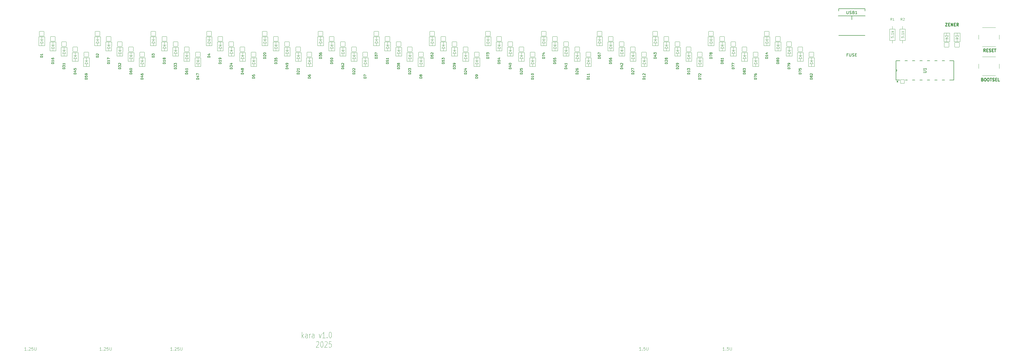
<source format=gbr>
%TF.GenerationSoftware,KiCad,Pcbnew,9.0.0*%
%TF.CreationDate,2025-03-06T23:30:44+00:00*%
%TF.ProjectId,discipline-pcb,64697363-6970-46c6-996e-652d7063622e,rev?*%
%TF.SameCoordinates,Original*%
%TF.FileFunction,Legend,Top*%
%TF.FilePolarity,Positive*%
%FSLAX46Y46*%
G04 Gerber Fmt 4.6, Leading zero omitted, Abs format (unit mm)*
G04 Created by KiCad (PCBNEW 9.0.0) date 2025-03-06 23:30:44*
%MOMM*%
%LPD*%
G01*
G04 APERTURE LIST*
G04 Aperture macros list*
%AMRoundRect*
0 Rectangle with rounded corners*
0 $1 Rounding radius*
0 $2 $3 $4 $5 $6 $7 $8 $9 X,Y pos of 4 corners*
0 Add a 4 corners polygon primitive as box body*
4,1,4,$2,$3,$4,$5,$6,$7,$8,$9,$2,$3,0*
0 Add four circle primitives for the rounded corners*
1,1,$1+$1,$2,$3*
1,1,$1+$1,$4,$5*
1,1,$1+$1,$6,$7*
1,1,$1+$1,$8,$9*
0 Add four rect primitives between the rounded corners*
20,1,$1+$1,$2,$3,$4,$5,0*
20,1,$1+$1,$4,$5,$6,$7,0*
20,1,$1+$1,$6,$7,$8,$9,0*
20,1,$1+$1,$8,$9,$2,$3,0*%
G04 Aperture macros list end*
%ADD10C,0.100000*%
%ADD11C,0.250000*%
%ADD12C,0.075000*%
%ADD13C,0.150000*%
%ADD14C,0.120000*%
%ADD15C,0.152400*%
%ADD16RoundRect,0.051000X-0.800000X0.800000X-0.800000X-0.800000X0.800000X-0.800000X0.800000X0.800000X0*%
%ADD17O,1.702000X1.702000*%
%ADD18RoundRect,0.051000X0.647700X-0.647700X0.647700X0.647700X-0.647700X0.647700X-0.647700X-0.647700X0*%
%ADD19C,1.397400*%
%ADD20RoundRect,0.051000X0.800000X-0.800000X0.800000X0.800000X-0.800000X0.800000X-0.800000X-0.800000X0*%
%ADD21C,4.502000*%
%ADD22O,0.752000X1.102000*%
%ADD23O,1.002000X2.502000*%
%ADD24O,1.002000X1.802000*%
%ADD25C,1.502000*%
%ADD26O,1.502000X1.502000*%
%ADD27C,2.102000*%
%ADD28C,1.803800*%
%ADD29C,4.089800*%
%ADD30C,3.402000*%
%ADD31C,3.150000*%
G04 APERTURE END LIST*
D10*
X87893282Y-174483653D02*
X87321854Y-174483653D01*
X87607568Y-174483653D02*
X87607568Y-173483653D01*
X87607568Y-173483653D02*
X87512330Y-173626510D01*
X87512330Y-173626510D02*
X87417092Y-173721748D01*
X87417092Y-173721748D02*
X87321854Y-173769367D01*
X88321854Y-174388414D02*
X88369473Y-174436034D01*
X88369473Y-174436034D02*
X88321854Y-174483653D01*
X88321854Y-174483653D02*
X88274235Y-174436034D01*
X88274235Y-174436034D02*
X88321854Y-174388414D01*
X88321854Y-174388414D02*
X88321854Y-174483653D01*
X88750425Y-173578891D02*
X88798044Y-173531272D01*
X88798044Y-173531272D02*
X88893282Y-173483653D01*
X88893282Y-173483653D02*
X89131377Y-173483653D01*
X89131377Y-173483653D02*
X89226615Y-173531272D01*
X89226615Y-173531272D02*
X89274234Y-173578891D01*
X89274234Y-173578891D02*
X89321853Y-173674129D01*
X89321853Y-173674129D02*
X89321853Y-173769367D01*
X89321853Y-173769367D02*
X89274234Y-173912224D01*
X89274234Y-173912224D02*
X88702806Y-174483653D01*
X88702806Y-174483653D02*
X89321853Y-174483653D01*
X90226615Y-173483653D02*
X89750425Y-173483653D01*
X89750425Y-173483653D02*
X89702806Y-173959843D01*
X89702806Y-173959843D02*
X89750425Y-173912224D01*
X89750425Y-173912224D02*
X89845663Y-173864605D01*
X89845663Y-173864605D02*
X90083758Y-173864605D01*
X90083758Y-173864605D02*
X90178996Y-173912224D01*
X90178996Y-173912224D02*
X90226615Y-173959843D01*
X90226615Y-173959843D02*
X90274234Y-174055081D01*
X90274234Y-174055081D02*
X90274234Y-174293176D01*
X90274234Y-174293176D02*
X90226615Y-174388414D01*
X90226615Y-174388414D02*
X90178996Y-174436034D01*
X90178996Y-174436034D02*
X90083758Y-174483653D01*
X90083758Y-174483653D02*
X89845663Y-174483653D01*
X89845663Y-174483653D02*
X89750425Y-174436034D01*
X89750425Y-174436034D02*
X89702806Y-174388414D01*
X90702806Y-173483653D02*
X90702806Y-174293176D01*
X90702806Y-174293176D02*
X90750425Y-174388414D01*
X90750425Y-174388414D02*
X90798044Y-174436034D01*
X90798044Y-174436034D02*
X90893282Y-174483653D01*
X90893282Y-174483653D02*
X91083758Y-174483653D01*
X91083758Y-174483653D02*
X91178996Y-174436034D01*
X91178996Y-174436034D02*
X91226615Y-174388414D01*
X91226615Y-174388414D02*
X91274234Y-174293176D01*
X91274234Y-174293176D02*
X91274234Y-173483653D01*
X112040062Y-174483653D02*
X111468634Y-174483653D01*
X111754348Y-174483653D02*
X111754348Y-173483653D01*
X111754348Y-173483653D02*
X111659110Y-173626510D01*
X111659110Y-173626510D02*
X111563872Y-173721748D01*
X111563872Y-173721748D02*
X111468634Y-173769367D01*
X112468634Y-174388414D02*
X112516253Y-174436034D01*
X112516253Y-174436034D02*
X112468634Y-174483653D01*
X112468634Y-174483653D02*
X112421015Y-174436034D01*
X112421015Y-174436034D02*
X112468634Y-174388414D01*
X112468634Y-174388414D02*
X112468634Y-174483653D01*
X112897205Y-173578891D02*
X112944824Y-173531272D01*
X112944824Y-173531272D02*
X113040062Y-173483653D01*
X113040062Y-173483653D02*
X113278157Y-173483653D01*
X113278157Y-173483653D02*
X113373395Y-173531272D01*
X113373395Y-173531272D02*
X113421014Y-173578891D01*
X113421014Y-173578891D02*
X113468633Y-173674129D01*
X113468633Y-173674129D02*
X113468633Y-173769367D01*
X113468633Y-173769367D02*
X113421014Y-173912224D01*
X113421014Y-173912224D02*
X112849586Y-174483653D01*
X112849586Y-174483653D02*
X113468633Y-174483653D01*
X114373395Y-173483653D02*
X113897205Y-173483653D01*
X113897205Y-173483653D02*
X113849586Y-173959843D01*
X113849586Y-173959843D02*
X113897205Y-173912224D01*
X113897205Y-173912224D02*
X113992443Y-173864605D01*
X113992443Y-173864605D02*
X114230538Y-173864605D01*
X114230538Y-173864605D02*
X114325776Y-173912224D01*
X114325776Y-173912224D02*
X114373395Y-173959843D01*
X114373395Y-173959843D02*
X114421014Y-174055081D01*
X114421014Y-174055081D02*
X114421014Y-174293176D01*
X114421014Y-174293176D02*
X114373395Y-174388414D01*
X114373395Y-174388414D02*
X114325776Y-174436034D01*
X114325776Y-174436034D02*
X114230538Y-174483653D01*
X114230538Y-174483653D02*
X113992443Y-174483653D01*
X113992443Y-174483653D02*
X113897205Y-174436034D01*
X113897205Y-174436034D02*
X113849586Y-174388414D01*
X114849586Y-173483653D02*
X114849586Y-174293176D01*
X114849586Y-174293176D02*
X114897205Y-174388414D01*
X114897205Y-174388414D02*
X114944824Y-174436034D01*
X114944824Y-174436034D02*
X115040062Y-174483653D01*
X115040062Y-174483653D02*
X115230538Y-174483653D01*
X115230538Y-174483653D02*
X115325776Y-174436034D01*
X115325776Y-174436034D02*
X115373395Y-174388414D01*
X115373395Y-174388414D02*
X115421014Y-174293176D01*
X115421014Y-174293176D02*
X115421014Y-173483653D01*
X272047619Y-174457419D02*
X271476191Y-174457419D01*
X271761905Y-174457419D02*
X271761905Y-173457419D01*
X271761905Y-173457419D02*
X271666667Y-173600276D01*
X271666667Y-173600276D02*
X271571429Y-173695514D01*
X271571429Y-173695514D02*
X271476191Y-173743133D01*
X272476191Y-174362180D02*
X272523810Y-174409800D01*
X272523810Y-174409800D02*
X272476191Y-174457419D01*
X272476191Y-174457419D02*
X272428572Y-174409800D01*
X272428572Y-174409800D02*
X272476191Y-174362180D01*
X272476191Y-174362180D02*
X272476191Y-174457419D01*
X273428571Y-173457419D02*
X272952381Y-173457419D01*
X272952381Y-173457419D02*
X272904762Y-173933609D01*
X272904762Y-173933609D02*
X272952381Y-173885990D01*
X272952381Y-173885990D02*
X273047619Y-173838371D01*
X273047619Y-173838371D02*
X273285714Y-173838371D01*
X273285714Y-173838371D02*
X273380952Y-173885990D01*
X273380952Y-173885990D02*
X273428571Y-173933609D01*
X273428571Y-173933609D02*
X273476190Y-174028847D01*
X273476190Y-174028847D02*
X273476190Y-174266942D01*
X273476190Y-174266942D02*
X273428571Y-174362180D01*
X273428571Y-174362180D02*
X273380952Y-174409800D01*
X273380952Y-174409800D02*
X273285714Y-174457419D01*
X273285714Y-174457419D02*
X273047619Y-174457419D01*
X273047619Y-174457419D02*
X272952381Y-174409800D01*
X272952381Y-174409800D02*
X272904762Y-174362180D01*
X273904762Y-173457419D02*
X273904762Y-174266942D01*
X273904762Y-174266942D02*
X273952381Y-174362180D01*
X273952381Y-174362180D02*
X274000000Y-174409800D01*
X274000000Y-174409800D02*
X274095238Y-174457419D01*
X274095238Y-174457419D02*
X274285714Y-174457419D01*
X274285714Y-174457419D02*
X274380952Y-174409800D01*
X274380952Y-174409800D02*
X274428571Y-174362180D01*
X274428571Y-174362180D02*
X274476190Y-174266942D01*
X274476190Y-174266942D02*
X274476190Y-173457419D01*
X300547619Y-174457419D02*
X299976191Y-174457419D01*
X300261905Y-174457419D02*
X300261905Y-173457419D01*
X300261905Y-173457419D02*
X300166667Y-173600276D01*
X300166667Y-173600276D02*
X300071429Y-173695514D01*
X300071429Y-173695514D02*
X299976191Y-173743133D01*
X300976191Y-174362180D02*
X301023810Y-174409800D01*
X301023810Y-174409800D02*
X300976191Y-174457419D01*
X300976191Y-174457419D02*
X300928572Y-174409800D01*
X300928572Y-174409800D02*
X300976191Y-174362180D01*
X300976191Y-174362180D02*
X300976191Y-174457419D01*
X301928571Y-173457419D02*
X301452381Y-173457419D01*
X301452381Y-173457419D02*
X301404762Y-173933609D01*
X301404762Y-173933609D02*
X301452381Y-173885990D01*
X301452381Y-173885990D02*
X301547619Y-173838371D01*
X301547619Y-173838371D02*
X301785714Y-173838371D01*
X301785714Y-173838371D02*
X301880952Y-173885990D01*
X301880952Y-173885990D02*
X301928571Y-173933609D01*
X301928571Y-173933609D02*
X301976190Y-174028847D01*
X301976190Y-174028847D02*
X301976190Y-174266942D01*
X301976190Y-174266942D02*
X301928571Y-174362180D01*
X301928571Y-174362180D02*
X301880952Y-174409800D01*
X301880952Y-174409800D02*
X301785714Y-174457419D01*
X301785714Y-174457419D02*
X301547619Y-174457419D01*
X301547619Y-174457419D02*
X301452381Y-174409800D01*
X301452381Y-174409800D02*
X301404762Y-174362180D01*
X302404762Y-173457419D02*
X302404762Y-174266942D01*
X302404762Y-174266942D02*
X302452381Y-174362180D01*
X302452381Y-174362180D02*
X302500000Y-174409800D01*
X302500000Y-174409800D02*
X302595238Y-174457419D01*
X302595238Y-174457419D02*
X302785714Y-174457419D01*
X302785714Y-174457419D02*
X302880952Y-174409800D01*
X302880952Y-174409800D02*
X302928571Y-174362180D01*
X302928571Y-174362180D02*
X302976190Y-174266942D01*
X302976190Y-174266942D02*
X302976190Y-173457419D01*
X62224205Y-174483653D02*
X61652777Y-174483653D01*
X61938491Y-174483653D02*
X61938491Y-173483653D01*
X61938491Y-173483653D02*
X61843253Y-173626510D01*
X61843253Y-173626510D02*
X61748015Y-173721748D01*
X61748015Y-173721748D02*
X61652777Y-173769367D01*
X62652777Y-174388414D02*
X62700396Y-174436034D01*
X62700396Y-174436034D02*
X62652777Y-174483653D01*
X62652777Y-174483653D02*
X62605158Y-174436034D01*
X62605158Y-174436034D02*
X62652777Y-174388414D01*
X62652777Y-174388414D02*
X62652777Y-174483653D01*
X63081348Y-173578891D02*
X63128967Y-173531272D01*
X63128967Y-173531272D02*
X63224205Y-173483653D01*
X63224205Y-173483653D02*
X63462300Y-173483653D01*
X63462300Y-173483653D02*
X63557538Y-173531272D01*
X63557538Y-173531272D02*
X63605157Y-173578891D01*
X63605157Y-173578891D02*
X63652776Y-173674129D01*
X63652776Y-173674129D02*
X63652776Y-173769367D01*
X63652776Y-173769367D02*
X63605157Y-173912224D01*
X63605157Y-173912224D02*
X63033729Y-174483653D01*
X63033729Y-174483653D02*
X63652776Y-174483653D01*
X64557538Y-173483653D02*
X64081348Y-173483653D01*
X64081348Y-173483653D02*
X64033729Y-173959843D01*
X64033729Y-173959843D02*
X64081348Y-173912224D01*
X64081348Y-173912224D02*
X64176586Y-173864605D01*
X64176586Y-173864605D02*
X64414681Y-173864605D01*
X64414681Y-173864605D02*
X64509919Y-173912224D01*
X64509919Y-173912224D02*
X64557538Y-173959843D01*
X64557538Y-173959843D02*
X64605157Y-174055081D01*
X64605157Y-174055081D02*
X64605157Y-174293176D01*
X64605157Y-174293176D02*
X64557538Y-174388414D01*
X64557538Y-174388414D02*
X64509919Y-174436034D01*
X64509919Y-174436034D02*
X64414681Y-174483653D01*
X64414681Y-174483653D02*
X64176586Y-174483653D01*
X64176586Y-174483653D02*
X64081348Y-174436034D01*
X64081348Y-174436034D02*
X64033729Y-174388414D01*
X65033729Y-173483653D02*
X65033729Y-174293176D01*
X65033729Y-174293176D02*
X65081348Y-174388414D01*
X65081348Y-174388414D02*
X65128967Y-174436034D01*
X65128967Y-174436034D02*
X65224205Y-174483653D01*
X65224205Y-174483653D02*
X65414681Y-174483653D01*
X65414681Y-174483653D02*
X65509919Y-174436034D01*
X65509919Y-174436034D02*
X65557538Y-174388414D01*
X65557538Y-174388414D02*
X65605157Y-174293176D01*
X65605157Y-174293176D02*
X65605157Y-173483653D01*
D11*
X388535901Y-81940809D02*
X388678758Y-81988428D01*
X388678758Y-81988428D02*
X388726377Y-82036047D01*
X388726377Y-82036047D02*
X388773996Y-82131285D01*
X388773996Y-82131285D02*
X388773996Y-82274142D01*
X388773996Y-82274142D02*
X388726377Y-82369380D01*
X388726377Y-82369380D02*
X388678758Y-82417000D01*
X388678758Y-82417000D02*
X388583520Y-82464619D01*
X388583520Y-82464619D02*
X388202568Y-82464619D01*
X388202568Y-82464619D02*
X388202568Y-81464619D01*
X388202568Y-81464619D02*
X388535901Y-81464619D01*
X388535901Y-81464619D02*
X388631139Y-81512238D01*
X388631139Y-81512238D02*
X388678758Y-81559857D01*
X388678758Y-81559857D02*
X388726377Y-81655095D01*
X388726377Y-81655095D02*
X388726377Y-81750333D01*
X388726377Y-81750333D02*
X388678758Y-81845571D01*
X388678758Y-81845571D02*
X388631139Y-81893190D01*
X388631139Y-81893190D02*
X388535901Y-81940809D01*
X388535901Y-81940809D02*
X388202568Y-81940809D01*
X389393044Y-81464619D02*
X389583520Y-81464619D01*
X389583520Y-81464619D02*
X389678758Y-81512238D01*
X389678758Y-81512238D02*
X389773996Y-81607476D01*
X389773996Y-81607476D02*
X389821615Y-81797952D01*
X389821615Y-81797952D02*
X389821615Y-82131285D01*
X389821615Y-82131285D02*
X389773996Y-82321761D01*
X389773996Y-82321761D02*
X389678758Y-82417000D01*
X389678758Y-82417000D02*
X389583520Y-82464619D01*
X389583520Y-82464619D02*
X389393044Y-82464619D01*
X389393044Y-82464619D02*
X389297806Y-82417000D01*
X389297806Y-82417000D02*
X389202568Y-82321761D01*
X389202568Y-82321761D02*
X389154949Y-82131285D01*
X389154949Y-82131285D02*
X389154949Y-81797952D01*
X389154949Y-81797952D02*
X389202568Y-81607476D01*
X389202568Y-81607476D02*
X389297806Y-81512238D01*
X389297806Y-81512238D02*
X389393044Y-81464619D01*
X390440663Y-81464619D02*
X390631139Y-81464619D01*
X390631139Y-81464619D02*
X390726377Y-81512238D01*
X390726377Y-81512238D02*
X390821615Y-81607476D01*
X390821615Y-81607476D02*
X390869234Y-81797952D01*
X390869234Y-81797952D02*
X390869234Y-82131285D01*
X390869234Y-82131285D02*
X390821615Y-82321761D01*
X390821615Y-82321761D02*
X390726377Y-82417000D01*
X390726377Y-82417000D02*
X390631139Y-82464619D01*
X390631139Y-82464619D02*
X390440663Y-82464619D01*
X390440663Y-82464619D02*
X390345425Y-82417000D01*
X390345425Y-82417000D02*
X390250187Y-82321761D01*
X390250187Y-82321761D02*
X390202568Y-82131285D01*
X390202568Y-82131285D02*
X390202568Y-81797952D01*
X390202568Y-81797952D02*
X390250187Y-81607476D01*
X390250187Y-81607476D02*
X390345425Y-81512238D01*
X390345425Y-81512238D02*
X390440663Y-81464619D01*
X391154949Y-81464619D02*
X391726377Y-81464619D01*
X391440663Y-82464619D02*
X391440663Y-81464619D01*
X392012092Y-82417000D02*
X392154949Y-82464619D01*
X392154949Y-82464619D02*
X392393044Y-82464619D01*
X392393044Y-82464619D02*
X392488282Y-82417000D01*
X392488282Y-82417000D02*
X392535901Y-82369380D01*
X392535901Y-82369380D02*
X392583520Y-82274142D01*
X392583520Y-82274142D02*
X392583520Y-82178904D01*
X392583520Y-82178904D02*
X392535901Y-82083666D01*
X392535901Y-82083666D02*
X392488282Y-82036047D01*
X392488282Y-82036047D02*
X392393044Y-81988428D01*
X392393044Y-81988428D02*
X392202568Y-81940809D01*
X392202568Y-81940809D02*
X392107330Y-81893190D01*
X392107330Y-81893190D02*
X392059711Y-81845571D01*
X392059711Y-81845571D02*
X392012092Y-81750333D01*
X392012092Y-81750333D02*
X392012092Y-81655095D01*
X392012092Y-81655095D02*
X392059711Y-81559857D01*
X392059711Y-81559857D02*
X392107330Y-81512238D01*
X392107330Y-81512238D02*
X392202568Y-81464619D01*
X392202568Y-81464619D02*
X392440663Y-81464619D01*
X392440663Y-81464619D02*
X392583520Y-81512238D01*
X393012092Y-81940809D02*
X393345425Y-81940809D01*
X393488282Y-82464619D02*
X393012092Y-82464619D01*
X393012092Y-82464619D02*
X393012092Y-81464619D01*
X393012092Y-81464619D02*
X393488282Y-81464619D01*
X394393044Y-82464619D02*
X393916854Y-82464619D01*
X393916854Y-82464619D02*
X393916854Y-81464619D01*
X375907330Y-62664619D02*
X376573996Y-62664619D01*
X376573996Y-62664619D02*
X375907330Y-63664619D01*
X375907330Y-63664619D02*
X376573996Y-63664619D01*
X376954949Y-63140809D02*
X377288282Y-63140809D01*
X377431139Y-63664619D02*
X376954949Y-63664619D01*
X376954949Y-63664619D02*
X376954949Y-62664619D01*
X376954949Y-62664619D02*
X377431139Y-62664619D01*
X377859711Y-63664619D02*
X377859711Y-62664619D01*
X377859711Y-62664619D02*
X378431139Y-63664619D01*
X378431139Y-63664619D02*
X378431139Y-62664619D01*
X378907330Y-63140809D02*
X379240663Y-63140809D01*
X379383520Y-63664619D02*
X378907330Y-63664619D01*
X378907330Y-63664619D02*
X378907330Y-62664619D01*
X378907330Y-62664619D02*
X379383520Y-62664619D01*
X380383520Y-63664619D02*
X380050187Y-63188428D01*
X379812092Y-63664619D02*
X379812092Y-62664619D01*
X379812092Y-62664619D02*
X380193044Y-62664619D01*
X380193044Y-62664619D02*
X380288282Y-62712238D01*
X380288282Y-62712238D02*
X380335901Y-62759857D01*
X380335901Y-62759857D02*
X380383520Y-62855095D01*
X380383520Y-62855095D02*
X380383520Y-62997952D01*
X380383520Y-62997952D02*
X380335901Y-63093190D01*
X380335901Y-63093190D02*
X380288282Y-63140809D01*
X380288282Y-63140809D02*
X380193044Y-63188428D01*
X380193044Y-63188428D02*
X379812092Y-63188428D01*
D12*
X156309651Y-170224772D02*
X156309651Y-168224772D01*
X156452509Y-169462867D02*
X156881080Y-170224772D01*
X156881080Y-168891438D02*
X156309651Y-169653343D01*
X158166795Y-170224772D02*
X158166795Y-169177153D01*
X158166795Y-169177153D02*
X158095366Y-168986676D01*
X158095366Y-168986676D02*
X157952509Y-168891438D01*
X157952509Y-168891438D02*
X157666795Y-168891438D01*
X157666795Y-168891438D02*
X157523937Y-168986676D01*
X158166795Y-170129534D02*
X158023937Y-170224772D01*
X158023937Y-170224772D02*
X157666795Y-170224772D01*
X157666795Y-170224772D02*
X157523937Y-170129534D01*
X157523937Y-170129534D02*
X157452509Y-169939057D01*
X157452509Y-169939057D02*
X157452509Y-169748581D01*
X157452509Y-169748581D02*
X157523937Y-169558105D01*
X157523937Y-169558105D02*
X157666795Y-169462867D01*
X157666795Y-169462867D02*
X158023937Y-169462867D01*
X158023937Y-169462867D02*
X158166795Y-169367629D01*
X158881080Y-170224772D02*
X158881080Y-168891438D01*
X158881080Y-169272391D02*
X158952509Y-169081914D01*
X158952509Y-169081914D02*
X159023938Y-168986676D01*
X159023938Y-168986676D02*
X159166795Y-168891438D01*
X159166795Y-168891438D02*
X159309652Y-168891438D01*
X160452509Y-170224772D02*
X160452509Y-169177153D01*
X160452509Y-169177153D02*
X160381080Y-168986676D01*
X160381080Y-168986676D02*
X160238223Y-168891438D01*
X160238223Y-168891438D02*
X159952509Y-168891438D01*
X159952509Y-168891438D02*
X159809651Y-168986676D01*
X160452509Y-170129534D02*
X160309651Y-170224772D01*
X160309651Y-170224772D02*
X159952509Y-170224772D01*
X159952509Y-170224772D02*
X159809651Y-170129534D01*
X159809651Y-170129534D02*
X159738223Y-169939057D01*
X159738223Y-169939057D02*
X159738223Y-169748581D01*
X159738223Y-169748581D02*
X159809651Y-169558105D01*
X159809651Y-169558105D02*
X159952509Y-169462867D01*
X159952509Y-169462867D02*
X160309651Y-169462867D01*
X160309651Y-169462867D02*
X160452509Y-169367629D01*
X162166794Y-168891438D02*
X162523937Y-170224772D01*
X162523937Y-170224772D02*
X162881080Y-168891438D01*
X164238223Y-170224772D02*
X163381080Y-170224772D01*
X163809651Y-170224772D02*
X163809651Y-168224772D01*
X163809651Y-168224772D02*
X163666794Y-168510486D01*
X163666794Y-168510486D02*
X163523937Y-168700962D01*
X163523937Y-168700962D02*
X163381080Y-168796200D01*
X164881079Y-170034295D02*
X164952508Y-170129534D01*
X164952508Y-170129534D02*
X164881079Y-170224772D01*
X164881079Y-170224772D02*
X164809651Y-170129534D01*
X164809651Y-170129534D02*
X164881079Y-170034295D01*
X164881079Y-170034295D02*
X164881079Y-170224772D01*
X165881080Y-168224772D02*
X166023937Y-168224772D01*
X166023937Y-168224772D02*
X166166794Y-168320010D01*
X166166794Y-168320010D02*
X166238223Y-168415248D01*
X166238223Y-168415248D02*
X166309651Y-168605724D01*
X166309651Y-168605724D02*
X166381080Y-168986676D01*
X166381080Y-168986676D02*
X166381080Y-169462867D01*
X166381080Y-169462867D02*
X166309651Y-169843819D01*
X166309651Y-169843819D02*
X166238223Y-170034295D01*
X166238223Y-170034295D02*
X166166794Y-170129534D01*
X166166794Y-170129534D02*
X166023937Y-170224772D01*
X166023937Y-170224772D02*
X165881080Y-170224772D01*
X165881080Y-170224772D02*
X165738223Y-170129534D01*
X165738223Y-170129534D02*
X165666794Y-170034295D01*
X165666794Y-170034295D02*
X165595365Y-169843819D01*
X165595365Y-169843819D02*
X165523937Y-169462867D01*
X165523937Y-169462867D02*
X165523937Y-168986676D01*
X165523937Y-168986676D02*
X165595365Y-168605724D01*
X165595365Y-168605724D02*
X165666794Y-168415248D01*
X165666794Y-168415248D02*
X165738223Y-168320010D01*
X165738223Y-168320010D02*
X165881080Y-168224772D01*
X161238224Y-171635136D02*
X161309652Y-171539898D01*
X161309652Y-171539898D02*
X161452510Y-171444660D01*
X161452510Y-171444660D02*
X161809652Y-171444660D01*
X161809652Y-171444660D02*
X161952510Y-171539898D01*
X161952510Y-171539898D02*
X162023938Y-171635136D01*
X162023938Y-171635136D02*
X162095367Y-171825612D01*
X162095367Y-171825612D02*
X162095367Y-172016088D01*
X162095367Y-172016088D02*
X162023938Y-172301802D01*
X162023938Y-172301802D02*
X161166795Y-173444660D01*
X161166795Y-173444660D02*
X162095367Y-173444660D01*
X163023938Y-171444660D02*
X163166795Y-171444660D01*
X163166795Y-171444660D02*
X163309652Y-171539898D01*
X163309652Y-171539898D02*
X163381081Y-171635136D01*
X163381081Y-171635136D02*
X163452509Y-171825612D01*
X163452509Y-171825612D02*
X163523938Y-172206564D01*
X163523938Y-172206564D02*
X163523938Y-172682755D01*
X163523938Y-172682755D02*
X163452509Y-173063707D01*
X163452509Y-173063707D02*
X163381081Y-173254183D01*
X163381081Y-173254183D02*
X163309652Y-173349422D01*
X163309652Y-173349422D02*
X163166795Y-173444660D01*
X163166795Y-173444660D02*
X163023938Y-173444660D01*
X163023938Y-173444660D02*
X162881081Y-173349422D01*
X162881081Y-173349422D02*
X162809652Y-173254183D01*
X162809652Y-173254183D02*
X162738223Y-173063707D01*
X162738223Y-173063707D02*
X162666795Y-172682755D01*
X162666795Y-172682755D02*
X162666795Y-172206564D01*
X162666795Y-172206564D02*
X162738223Y-171825612D01*
X162738223Y-171825612D02*
X162809652Y-171635136D01*
X162809652Y-171635136D02*
X162881081Y-171539898D01*
X162881081Y-171539898D02*
X163023938Y-171444660D01*
X164095366Y-171635136D02*
X164166794Y-171539898D01*
X164166794Y-171539898D02*
X164309652Y-171444660D01*
X164309652Y-171444660D02*
X164666794Y-171444660D01*
X164666794Y-171444660D02*
X164809652Y-171539898D01*
X164809652Y-171539898D02*
X164881080Y-171635136D01*
X164881080Y-171635136D02*
X164952509Y-171825612D01*
X164952509Y-171825612D02*
X164952509Y-172016088D01*
X164952509Y-172016088D02*
X164881080Y-172301802D01*
X164881080Y-172301802D02*
X164023937Y-173444660D01*
X164023937Y-173444660D02*
X164952509Y-173444660D01*
X166309651Y-171444660D02*
X165595365Y-171444660D01*
X165595365Y-171444660D02*
X165523937Y-172397041D01*
X165523937Y-172397041D02*
X165595365Y-172301802D01*
X165595365Y-172301802D02*
X165738223Y-172206564D01*
X165738223Y-172206564D02*
X166095365Y-172206564D01*
X166095365Y-172206564D02*
X166238223Y-172301802D01*
X166238223Y-172301802D02*
X166309651Y-172397041D01*
X166309651Y-172397041D02*
X166381080Y-172587517D01*
X166381080Y-172587517D02*
X166381080Y-173063707D01*
X166381080Y-173063707D02*
X166309651Y-173254183D01*
X166309651Y-173254183D02*
X166238223Y-173349422D01*
X166238223Y-173349422D02*
X166095365Y-173444660D01*
X166095365Y-173444660D02*
X165738223Y-173444660D01*
X165738223Y-173444660D02*
X165595365Y-173349422D01*
X165595365Y-173349422D02*
X165523937Y-173254183D01*
D11*
X389573996Y-72464619D02*
X389240663Y-71988428D01*
X389002568Y-72464619D02*
X389002568Y-71464619D01*
X389002568Y-71464619D02*
X389383520Y-71464619D01*
X389383520Y-71464619D02*
X389478758Y-71512238D01*
X389478758Y-71512238D02*
X389526377Y-71559857D01*
X389526377Y-71559857D02*
X389573996Y-71655095D01*
X389573996Y-71655095D02*
X389573996Y-71797952D01*
X389573996Y-71797952D02*
X389526377Y-71893190D01*
X389526377Y-71893190D02*
X389478758Y-71940809D01*
X389478758Y-71940809D02*
X389383520Y-71988428D01*
X389383520Y-71988428D02*
X389002568Y-71988428D01*
X390002568Y-71940809D02*
X390335901Y-71940809D01*
X390478758Y-72464619D02*
X390002568Y-72464619D01*
X390002568Y-72464619D02*
X390002568Y-71464619D01*
X390002568Y-71464619D02*
X390478758Y-71464619D01*
X390859711Y-72417000D02*
X391002568Y-72464619D01*
X391002568Y-72464619D02*
X391240663Y-72464619D01*
X391240663Y-72464619D02*
X391335901Y-72417000D01*
X391335901Y-72417000D02*
X391383520Y-72369380D01*
X391383520Y-72369380D02*
X391431139Y-72274142D01*
X391431139Y-72274142D02*
X391431139Y-72178904D01*
X391431139Y-72178904D02*
X391383520Y-72083666D01*
X391383520Y-72083666D02*
X391335901Y-72036047D01*
X391335901Y-72036047D02*
X391240663Y-71988428D01*
X391240663Y-71988428D02*
X391050187Y-71940809D01*
X391050187Y-71940809D02*
X390954949Y-71893190D01*
X390954949Y-71893190D02*
X390907330Y-71845571D01*
X390907330Y-71845571D02*
X390859711Y-71750333D01*
X390859711Y-71750333D02*
X390859711Y-71655095D01*
X390859711Y-71655095D02*
X390907330Y-71559857D01*
X390907330Y-71559857D02*
X390954949Y-71512238D01*
X390954949Y-71512238D02*
X391050187Y-71464619D01*
X391050187Y-71464619D02*
X391288282Y-71464619D01*
X391288282Y-71464619D02*
X391431139Y-71512238D01*
X391859711Y-71940809D02*
X392193044Y-71940809D01*
X392335901Y-72464619D02*
X391859711Y-72464619D01*
X391859711Y-72464619D02*
X391859711Y-71464619D01*
X391859711Y-71464619D02*
X392335901Y-71464619D01*
X392621616Y-71464619D02*
X393193044Y-71464619D01*
X392907330Y-72464619D02*
X392907330Y-71464619D01*
D13*
X67862295Y-74360475D02*
X67062295Y-74360475D01*
X67062295Y-74360475D02*
X67062295Y-74169999D01*
X67062295Y-74169999D02*
X67100390Y-74055713D01*
X67100390Y-74055713D02*
X67176580Y-73979523D01*
X67176580Y-73979523D02*
X67252771Y-73941428D01*
X67252771Y-73941428D02*
X67405152Y-73903332D01*
X67405152Y-73903332D02*
X67519438Y-73903332D01*
X67519438Y-73903332D02*
X67671819Y-73941428D01*
X67671819Y-73941428D02*
X67748009Y-73979523D01*
X67748009Y-73979523D02*
X67824200Y-74055713D01*
X67824200Y-74055713D02*
X67862295Y-74169999D01*
X67862295Y-74169999D02*
X67862295Y-74360475D01*
X67862295Y-73141428D02*
X67862295Y-73598571D01*
X67862295Y-73369999D02*
X67062295Y-73369999D01*
X67062295Y-73369999D02*
X67176580Y-73446190D01*
X67176580Y-73446190D02*
X67252771Y-73522380D01*
X67252771Y-73522380D02*
X67290866Y-73598571D01*
X86900338Y-74360475D02*
X86100338Y-74360475D01*
X86100338Y-74360475D02*
X86100338Y-74169999D01*
X86100338Y-74169999D02*
X86138433Y-74055713D01*
X86138433Y-74055713D02*
X86214623Y-73979523D01*
X86214623Y-73979523D02*
X86290814Y-73941428D01*
X86290814Y-73941428D02*
X86443195Y-73903332D01*
X86443195Y-73903332D02*
X86557481Y-73903332D01*
X86557481Y-73903332D02*
X86709862Y-73941428D01*
X86709862Y-73941428D02*
X86786052Y-73979523D01*
X86786052Y-73979523D02*
X86862243Y-74055713D01*
X86862243Y-74055713D02*
X86900338Y-74169999D01*
X86900338Y-74169999D02*
X86900338Y-74360475D01*
X86176528Y-73598571D02*
X86138433Y-73560475D01*
X86138433Y-73560475D02*
X86100338Y-73484285D01*
X86100338Y-73484285D02*
X86100338Y-73293809D01*
X86100338Y-73293809D02*
X86138433Y-73217618D01*
X86138433Y-73217618D02*
X86176528Y-73179523D01*
X86176528Y-73179523D02*
X86252719Y-73141428D01*
X86252719Y-73141428D02*
X86328909Y-73141428D01*
X86328909Y-73141428D02*
X86443195Y-73179523D01*
X86443195Y-73179523D02*
X86900338Y-73636666D01*
X86900338Y-73636666D02*
X86900338Y-73141428D01*
X105938382Y-74360475D02*
X105138382Y-74360475D01*
X105138382Y-74360475D02*
X105138382Y-74169999D01*
X105138382Y-74169999D02*
X105176477Y-74055713D01*
X105176477Y-74055713D02*
X105252667Y-73979523D01*
X105252667Y-73979523D02*
X105328858Y-73941428D01*
X105328858Y-73941428D02*
X105481239Y-73903332D01*
X105481239Y-73903332D02*
X105595525Y-73903332D01*
X105595525Y-73903332D02*
X105747906Y-73941428D01*
X105747906Y-73941428D02*
X105824096Y-73979523D01*
X105824096Y-73979523D02*
X105900287Y-74055713D01*
X105900287Y-74055713D02*
X105938382Y-74169999D01*
X105938382Y-74169999D02*
X105938382Y-74360475D01*
X105138382Y-73636666D02*
X105138382Y-73141428D01*
X105138382Y-73141428D02*
X105443144Y-73408094D01*
X105443144Y-73408094D02*
X105443144Y-73293809D01*
X105443144Y-73293809D02*
X105481239Y-73217618D01*
X105481239Y-73217618D02*
X105519334Y-73179523D01*
X105519334Y-73179523D02*
X105595525Y-73141428D01*
X105595525Y-73141428D02*
X105786001Y-73141428D01*
X105786001Y-73141428D02*
X105862191Y-73179523D01*
X105862191Y-73179523D02*
X105900287Y-73217618D01*
X105900287Y-73217618D02*
X105938382Y-73293809D01*
X105938382Y-73293809D02*
X105938382Y-73522380D01*
X105938382Y-73522380D02*
X105900287Y-73598571D01*
X105900287Y-73598571D02*
X105862191Y-73636666D01*
X124976425Y-74360475D02*
X124176425Y-74360475D01*
X124176425Y-74360475D02*
X124176425Y-74169999D01*
X124176425Y-74169999D02*
X124214520Y-74055713D01*
X124214520Y-74055713D02*
X124290710Y-73979523D01*
X124290710Y-73979523D02*
X124366901Y-73941428D01*
X124366901Y-73941428D02*
X124519282Y-73903332D01*
X124519282Y-73903332D02*
X124633568Y-73903332D01*
X124633568Y-73903332D02*
X124785949Y-73941428D01*
X124785949Y-73941428D02*
X124862139Y-73979523D01*
X124862139Y-73979523D02*
X124938330Y-74055713D01*
X124938330Y-74055713D02*
X124976425Y-74169999D01*
X124976425Y-74169999D02*
X124976425Y-74360475D01*
X124443091Y-73217618D02*
X124976425Y-73217618D01*
X124138330Y-73408094D02*
X124709758Y-73598571D01*
X124709758Y-73598571D02*
X124709758Y-73103332D01*
X140206860Y-81510475D02*
X139406860Y-81510475D01*
X139406860Y-81510475D02*
X139406860Y-81319999D01*
X139406860Y-81319999D02*
X139444955Y-81205713D01*
X139444955Y-81205713D02*
X139521145Y-81129523D01*
X139521145Y-81129523D02*
X139597336Y-81091428D01*
X139597336Y-81091428D02*
X139749717Y-81053332D01*
X139749717Y-81053332D02*
X139864003Y-81053332D01*
X139864003Y-81053332D02*
X140016384Y-81091428D01*
X140016384Y-81091428D02*
X140092574Y-81129523D01*
X140092574Y-81129523D02*
X140168765Y-81205713D01*
X140168765Y-81205713D02*
X140206860Y-81319999D01*
X140206860Y-81319999D02*
X140206860Y-81510475D01*
X139406860Y-80329523D02*
X139406860Y-80710475D01*
X139406860Y-80710475D02*
X139787812Y-80748571D01*
X139787812Y-80748571D02*
X139749717Y-80710475D01*
X139749717Y-80710475D02*
X139711622Y-80634285D01*
X139711622Y-80634285D02*
X139711622Y-80443809D01*
X139711622Y-80443809D02*
X139749717Y-80367618D01*
X139749717Y-80367618D02*
X139787812Y-80329523D01*
X139787812Y-80329523D02*
X139864003Y-80291428D01*
X139864003Y-80291428D02*
X140054479Y-80291428D01*
X140054479Y-80291428D02*
X140130669Y-80329523D01*
X140130669Y-80329523D02*
X140168765Y-80367618D01*
X140168765Y-80367618D02*
X140206860Y-80443809D01*
X140206860Y-80443809D02*
X140206860Y-80634285D01*
X140206860Y-80634285D02*
X140168765Y-80710475D01*
X140168765Y-80710475D02*
X140130669Y-80748571D01*
X159244904Y-81510475D02*
X158444904Y-81510475D01*
X158444904Y-81510475D02*
X158444904Y-81319999D01*
X158444904Y-81319999D02*
X158482999Y-81205713D01*
X158482999Y-81205713D02*
X158559189Y-81129523D01*
X158559189Y-81129523D02*
X158635380Y-81091428D01*
X158635380Y-81091428D02*
X158787761Y-81053332D01*
X158787761Y-81053332D02*
X158902047Y-81053332D01*
X158902047Y-81053332D02*
X159054428Y-81091428D01*
X159054428Y-81091428D02*
X159130618Y-81129523D01*
X159130618Y-81129523D02*
X159206809Y-81205713D01*
X159206809Y-81205713D02*
X159244904Y-81319999D01*
X159244904Y-81319999D02*
X159244904Y-81510475D01*
X158444904Y-80367618D02*
X158444904Y-80519999D01*
X158444904Y-80519999D02*
X158482999Y-80596190D01*
X158482999Y-80596190D02*
X158521094Y-80634285D01*
X158521094Y-80634285D02*
X158635380Y-80710475D01*
X158635380Y-80710475D02*
X158787761Y-80748571D01*
X158787761Y-80748571D02*
X159092523Y-80748571D01*
X159092523Y-80748571D02*
X159168713Y-80710475D01*
X159168713Y-80710475D02*
X159206809Y-80672380D01*
X159206809Y-80672380D02*
X159244904Y-80596190D01*
X159244904Y-80596190D02*
X159244904Y-80443809D01*
X159244904Y-80443809D02*
X159206809Y-80367618D01*
X159206809Y-80367618D02*
X159168713Y-80329523D01*
X159168713Y-80329523D02*
X159092523Y-80291428D01*
X159092523Y-80291428D02*
X158902047Y-80291428D01*
X158902047Y-80291428D02*
X158825856Y-80329523D01*
X158825856Y-80329523D02*
X158787761Y-80367618D01*
X158787761Y-80367618D02*
X158749666Y-80443809D01*
X158749666Y-80443809D02*
X158749666Y-80596190D01*
X158749666Y-80596190D02*
X158787761Y-80672380D01*
X158787761Y-80672380D02*
X158825856Y-80710475D01*
X158825856Y-80710475D02*
X158902047Y-80748571D01*
X178282947Y-81510475D02*
X177482947Y-81510475D01*
X177482947Y-81510475D02*
X177482947Y-81319999D01*
X177482947Y-81319999D02*
X177521042Y-81205713D01*
X177521042Y-81205713D02*
X177597232Y-81129523D01*
X177597232Y-81129523D02*
X177673423Y-81091428D01*
X177673423Y-81091428D02*
X177825804Y-81053332D01*
X177825804Y-81053332D02*
X177940090Y-81053332D01*
X177940090Y-81053332D02*
X178092471Y-81091428D01*
X178092471Y-81091428D02*
X178168661Y-81129523D01*
X178168661Y-81129523D02*
X178244852Y-81205713D01*
X178244852Y-81205713D02*
X178282947Y-81319999D01*
X178282947Y-81319999D02*
X178282947Y-81510475D01*
X177482947Y-80786666D02*
X177482947Y-80253332D01*
X177482947Y-80253332D02*
X178282947Y-80596190D01*
X197320991Y-81510475D02*
X196520991Y-81510475D01*
X196520991Y-81510475D02*
X196520991Y-81319999D01*
X196520991Y-81319999D02*
X196559086Y-81205713D01*
X196559086Y-81205713D02*
X196635276Y-81129523D01*
X196635276Y-81129523D02*
X196711467Y-81091428D01*
X196711467Y-81091428D02*
X196863848Y-81053332D01*
X196863848Y-81053332D02*
X196978134Y-81053332D01*
X196978134Y-81053332D02*
X197130515Y-81091428D01*
X197130515Y-81091428D02*
X197206705Y-81129523D01*
X197206705Y-81129523D02*
X197282896Y-81205713D01*
X197282896Y-81205713D02*
X197320991Y-81319999D01*
X197320991Y-81319999D02*
X197320991Y-81510475D01*
X196863848Y-80596190D02*
X196825753Y-80672380D01*
X196825753Y-80672380D02*
X196787657Y-80710475D01*
X196787657Y-80710475D02*
X196711467Y-80748571D01*
X196711467Y-80748571D02*
X196673372Y-80748571D01*
X196673372Y-80748571D02*
X196597181Y-80710475D01*
X196597181Y-80710475D02*
X196559086Y-80672380D01*
X196559086Y-80672380D02*
X196520991Y-80596190D01*
X196520991Y-80596190D02*
X196520991Y-80443809D01*
X196520991Y-80443809D02*
X196559086Y-80367618D01*
X196559086Y-80367618D02*
X196597181Y-80329523D01*
X196597181Y-80329523D02*
X196673372Y-80291428D01*
X196673372Y-80291428D02*
X196711467Y-80291428D01*
X196711467Y-80291428D02*
X196787657Y-80329523D01*
X196787657Y-80329523D02*
X196825753Y-80367618D01*
X196825753Y-80367618D02*
X196863848Y-80443809D01*
X196863848Y-80443809D02*
X196863848Y-80596190D01*
X196863848Y-80596190D02*
X196901943Y-80672380D01*
X196901943Y-80672380D02*
X196940038Y-80710475D01*
X196940038Y-80710475D02*
X197016229Y-80748571D01*
X197016229Y-80748571D02*
X197168610Y-80748571D01*
X197168610Y-80748571D02*
X197244800Y-80710475D01*
X197244800Y-80710475D02*
X197282896Y-80672380D01*
X197282896Y-80672380D02*
X197320991Y-80596190D01*
X197320991Y-80596190D02*
X197320991Y-80443809D01*
X197320991Y-80443809D02*
X197282896Y-80367618D01*
X197282896Y-80367618D02*
X197244800Y-80329523D01*
X197244800Y-80329523D02*
X197168610Y-80291428D01*
X197168610Y-80291428D02*
X197016229Y-80291428D01*
X197016229Y-80291428D02*
X196940038Y-80329523D01*
X196940038Y-80329523D02*
X196901943Y-80367618D01*
X196901943Y-80367618D02*
X196863848Y-80443809D01*
X216359034Y-81510475D02*
X215559034Y-81510475D01*
X215559034Y-81510475D02*
X215559034Y-81319999D01*
X215559034Y-81319999D02*
X215597129Y-81205713D01*
X215597129Y-81205713D02*
X215673319Y-81129523D01*
X215673319Y-81129523D02*
X215749510Y-81091428D01*
X215749510Y-81091428D02*
X215901891Y-81053332D01*
X215901891Y-81053332D02*
X216016177Y-81053332D01*
X216016177Y-81053332D02*
X216168558Y-81091428D01*
X216168558Y-81091428D02*
X216244748Y-81129523D01*
X216244748Y-81129523D02*
X216320939Y-81205713D01*
X216320939Y-81205713D02*
X216359034Y-81319999D01*
X216359034Y-81319999D02*
X216359034Y-81510475D01*
X216359034Y-80672380D02*
X216359034Y-80519999D01*
X216359034Y-80519999D02*
X216320939Y-80443809D01*
X216320939Y-80443809D02*
X216282843Y-80405713D01*
X216282843Y-80405713D02*
X216168558Y-80329523D01*
X216168558Y-80329523D02*
X216016177Y-80291428D01*
X216016177Y-80291428D02*
X215711415Y-80291428D01*
X215711415Y-80291428D02*
X215635224Y-80329523D01*
X215635224Y-80329523D02*
X215597129Y-80367618D01*
X215597129Y-80367618D02*
X215559034Y-80443809D01*
X215559034Y-80443809D02*
X215559034Y-80596190D01*
X215559034Y-80596190D02*
X215597129Y-80672380D01*
X215597129Y-80672380D02*
X215635224Y-80710475D01*
X215635224Y-80710475D02*
X215711415Y-80748571D01*
X215711415Y-80748571D02*
X215901891Y-80748571D01*
X215901891Y-80748571D02*
X215978081Y-80710475D01*
X215978081Y-80710475D02*
X216016177Y-80672380D01*
X216016177Y-80672380D02*
X216054272Y-80596190D01*
X216054272Y-80596190D02*
X216054272Y-80443809D01*
X216054272Y-80443809D02*
X216016177Y-80367618D01*
X216016177Y-80367618D02*
X215978081Y-80329523D01*
X215978081Y-80329523D02*
X215901891Y-80291428D01*
X235397078Y-81891428D02*
X234597078Y-81891428D01*
X234597078Y-81891428D02*
X234597078Y-81700952D01*
X234597078Y-81700952D02*
X234635173Y-81586666D01*
X234635173Y-81586666D02*
X234711363Y-81510476D01*
X234711363Y-81510476D02*
X234787554Y-81472381D01*
X234787554Y-81472381D02*
X234939935Y-81434285D01*
X234939935Y-81434285D02*
X235054221Y-81434285D01*
X235054221Y-81434285D02*
X235206602Y-81472381D01*
X235206602Y-81472381D02*
X235282792Y-81510476D01*
X235282792Y-81510476D02*
X235358983Y-81586666D01*
X235358983Y-81586666D02*
X235397078Y-81700952D01*
X235397078Y-81700952D02*
X235397078Y-81891428D01*
X235397078Y-80672381D02*
X235397078Y-81129524D01*
X235397078Y-80900952D02*
X234597078Y-80900952D01*
X234597078Y-80900952D02*
X234711363Y-80977143D01*
X234711363Y-80977143D02*
X234787554Y-81053333D01*
X234787554Y-81053333D02*
X234825649Y-81129524D01*
X234597078Y-80177142D02*
X234597078Y-80100952D01*
X234597078Y-80100952D02*
X234635173Y-80024761D01*
X234635173Y-80024761D02*
X234673268Y-79986666D01*
X234673268Y-79986666D02*
X234749459Y-79948571D01*
X234749459Y-79948571D02*
X234901840Y-79910476D01*
X234901840Y-79910476D02*
X235092316Y-79910476D01*
X235092316Y-79910476D02*
X235244697Y-79948571D01*
X235244697Y-79948571D02*
X235320887Y-79986666D01*
X235320887Y-79986666D02*
X235358983Y-80024761D01*
X235358983Y-80024761D02*
X235397078Y-80100952D01*
X235397078Y-80100952D02*
X235397078Y-80177142D01*
X235397078Y-80177142D02*
X235358983Y-80253333D01*
X235358983Y-80253333D02*
X235320887Y-80291428D01*
X235320887Y-80291428D02*
X235244697Y-80329523D01*
X235244697Y-80329523D02*
X235092316Y-80367619D01*
X235092316Y-80367619D02*
X234901840Y-80367619D01*
X234901840Y-80367619D02*
X234749459Y-80329523D01*
X234749459Y-80329523D02*
X234673268Y-80291428D01*
X234673268Y-80291428D02*
X234635173Y-80253333D01*
X234635173Y-80253333D02*
X234597078Y-80177142D01*
X254435121Y-81891428D02*
X253635121Y-81891428D01*
X253635121Y-81891428D02*
X253635121Y-81700952D01*
X253635121Y-81700952D02*
X253673216Y-81586666D01*
X253673216Y-81586666D02*
X253749406Y-81510476D01*
X253749406Y-81510476D02*
X253825597Y-81472381D01*
X253825597Y-81472381D02*
X253977978Y-81434285D01*
X253977978Y-81434285D02*
X254092264Y-81434285D01*
X254092264Y-81434285D02*
X254244645Y-81472381D01*
X254244645Y-81472381D02*
X254320835Y-81510476D01*
X254320835Y-81510476D02*
X254397026Y-81586666D01*
X254397026Y-81586666D02*
X254435121Y-81700952D01*
X254435121Y-81700952D02*
X254435121Y-81891428D01*
X254435121Y-80672381D02*
X254435121Y-81129524D01*
X254435121Y-80900952D02*
X253635121Y-80900952D01*
X253635121Y-80900952D02*
X253749406Y-80977143D01*
X253749406Y-80977143D02*
X253825597Y-81053333D01*
X253825597Y-81053333D02*
X253863692Y-81129524D01*
X254435121Y-79910476D02*
X254435121Y-80367619D01*
X254435121Y-80139047D02*
X253635121Y-80139047D01*
X253635121Y-80139047D02*
X253749406Y-80215238D01*
X253749406Y-80215238D02*
X253825597Y-80291428D01*
X253825597Y-80291428D02*
X253863692Y-80367619D01*
X273473165Y-81891428D02*
X272673165Y-81891428D01*
X272673165Y-81891428D02*
X272673165Y-81700952D01*
X272673165Y-81700952D02*
X272711260Y-81586666D01*
X272711260Y-81586666D02*
X272787450Y-81510476D01*
X272787450Y-81510476D02*
X272863641Y-81472381D01*
X272863641Y-81472381D02*
X273016022Y-81434285D01*
X273016022Y-81434285D02*
X273130308Y-81434285D01*
X273130308Y-81434285D02*
X273282689Y-81472381D01*
X273282689Y-81472381D02*
X273358879Y-81510476D01*
X273358879Y-81510476D02*
X273435070Y-81586666D01*
X273435070Y-81586666D02*
X273473165Y-81700952D01*
X273473165Y-81700952D02*
X273473165Y-81891428D01*
X273473165Y-80672381D02*
X273473165Y-81129524D01*
X273473165Y-80900952D02*
X272673165Y-80900952D01*
X272673165Y-80900952D02*
X272787450Y-80977143D01*
X272787450Y-80977143D02*
X272863641Y-81053333D01*
X272863641Y-81053333D02*
X272901736Y-81129524D01*
X272749355Y-80367619D02*
X272711260Y-80329523D01*
X272711260Y-80329523D02*
X272673165Y-80253333D01*
X272673165Y-80253333D02*
X272673165Y-80062857D01*
X272673165Y-80062857D02*
X272711260Y-79986666D01*
X272711260Y-79986666D02*
X272749355Y-79948571D01*
X272749355Y-79948571D02*
X272825546Y-79910476D01*
X272825546Y-79910476D02*
X272901736Y-79910476D01*
X272901736Y-79910476D02*
X273016022Y-79948571D01*
X273016022Y-79948571D02*
X273473165Y-80405714D01*
X273473165Y-80405714D02*
X273473165Y-79910476D01*
X288703599Y-80103928D02*
X287903599Y-80103928D01*
X287903599Y-80103928D02*
X287903599Y-79913452D01*
X287903599Y-79913452D02*
X287941694Y-79799166D01*
X287941694Y-79799166D02*
X288017884Y-79722976D01*
X288017884Y-79722976D02*
X288094075Y-79684881D01*
X288094075Y-79684881D02*
X288246456Y-79646785D01*
X288246456Y-79646785D02*
X288360742Y-79646785D01*
X288360742Y-79646785D02*
X288513123Y-79684881D01*
X288513123Y-79684881D02*
X288589313Y-79722976D01*
X288589313Y-79722976D02*
X288665504Y-79799166D01*
X288665504Y-79799166D02*
X288703599Y-79913452D01*
X288703599Y-79913452D02*
X288703599Y-80103928D01*
X288703599Y-78884881D02*
X288703599Y-79342024D01*
X288703599Y-79113452D02*
X287903599Y-79113452D01*
X287903599Y-79113452D02*
X288017884Y-79189643D01*
X288017884Y-79189643D02*
X288094075Y-79265833D01*
X288094075Y-79265833D02*
X288132170Y-79342024D01*
X287903599Y-78618214D02*
X287903599Y-78122976D01*
X287903599Y-78122976D02*
X288208361Y-78389642D01*
X288208361Y-78389642D02*
X288208361Y-78275357D01*
X288208361Y-78275357D02*
X288246456Y-78199166D01*
X288246456Y-78199166D02*
X288284551Y-78161071D01*
X288284551Y-78161071D02*
X288360742Y-78122976D01*
X288360742Y-78122976D02*
X288551218Y-78122976D01*
X288551218Y-78122976D02*
X288627408Y-78161071D01*
X288627408Y-78161071D02*
X288665504Y-78199166D01*
X288665504Y-78199166D02*
X288703599Y-78275357D01*
X288703599Y-78275357D02*
X288703599Y-78503928D01*
X288703599Y-78503928D02*
X288665504Y-78580119D01*
X288665504Y-78580119D02*
X288627408Y-78618214D01*
X315356860Y-74741428D02*
X314556860Y-74741428D01*
X314556860Y-74741428D02*
X314556860Y-74550952D01*
X314556860Y-74550952D02*
X314594955Y-74436666D01*
X314594955Y-74436666D02*
X314671145Y-74360476D01*
X314671145Y-74360476D02*
X314747336Y-74322381D01*
X314747336Y-74322381D02*
X314899717Y-74284285D01*
X314899717Y-74284285D02*
X315014003Y-74284285D01*
X315014003Y-74284285D02*
X315166384Y-74322381D01*
X315166384Y-74322381D02*
X315242574Y-74360476D01*
X315242574Y-74360476D02*
X315318765Y-74436666D01*
X315318765Y-74436666D02*
X315356860Y-74550952D01*
X315356860Y-74550952D02*
X315356860Y-74741428D01*
X315356860Y-73522381D02*
X315356860Y-73979524D01*
X315356860Y-73750952D02*
X314556860Y-73750952D01*
X314556860Y-73750952D02*
X314671145Y-73827143D01*
X314671145Y-73827143D02*
X314747336Y-73903333D01*
X314747336Y-73903333D02*
X314785431Y-73979524D01*
X314823526Y-72836666D02*
X315356860Y-72836666D01*
X314518765Y-73027142D02*
X315090193Y-73217619D01*
X315090193Y-73217619D02*
X315090193Y-72722380D01*
X71669904Y-76528928D02*
X70869904Y-76528928D01*
X70869904Y-76528928D02*
X70869904Y-76338452D01*
X70869904Y-76338452D02*
X70907999Y-76224166D01*
X70907999Y-76224166D02*
X70984189Y-76147976D01*
X70984189Y-76147976D02*
X71060380Y-76109881D01*
X71060380Y-76109881D02*
X71212761Y-76071785D01*
X71212761Y-76071785D02*
X71327047Y-76071785D01*
X71327047Y-76071785D02*
X71479428Y-76109881D01*
X71479428Y-76109881D02*
X71555618Y-76147976D01*
X71555618Y-76147976D02*
X71631809Y-76224166D01*
X71631809Y-76224166D02*
X71669904Y-76338452D01*
X71669904Y-76338452D02*
X71669904Y-76528928D01*
X71669904Y-75309881D02*
X71669904Y-75767024D01*
X71669904Y-75538452D02*
X70869904Y-75538452D01*
X70869904Y-75538452D02*
X70984189Y-75614643D01*
X70984189Y-75614643D02*
X71060380Y-75690833D01*
X71060380Y-75690833D02*
X71098475Y-75767024D01*
X70869904Y-74624166D02*
X70869904Y-74776547D01*
X70869904Y-74776547D02*
X70907999Y-74852738D01*
X70907999Y-74852738D02*
X70946094Y-74890833D01*
X70946094Y-74890833D02*
X71060380Y-74967023D01*
X71060380Y-74967023D02*
X71212761Y-75005119D01*
X71212761Y-75005119D02*
X71517523Y-75005119D01*
X71517523Y-75005119D02*
X71593713Y-74967023D01*
X71593713Y-74967023D02*
X71631809Y-74928928D01*
X71631809Y-74928928D02*
X71669904Y-74852738D01*
X71669904Y-74852738D02*
X71669904Y-74700357D01*
X71669904Y-74700357D02*
X71631809Y-74624166D01*
X71631809Y-74624166D02*
X71593713Y-74586071D01*
X71593713Y-74586071D02*
X71517523Y-74547976D01*
X71517523Y-74547976D02*
X71327047Y-74547976D01*
X71327047Y-74547976D02*
X71250856Y-74586071D01*
X71250856Y-74586071D02*
X71212761Y-74624166D01*
X71212761Y-74624166D02*
X71174666Y-74700357D01*
X71174666Y-74700357D02*
X71174666Y-74852738D01*
X71174666Y-74852738D02*
X71212761Y-74928928D01*
X71212761Y-74928928D02*
X71250856Y-74967023D01*
X71250856Y-74967023D02*
X71327047Y-75005119D01*
X90707947Y-76528928D02*
X89907947Y-76528928D01*
X89907947Y-76528928D02*
X89907947Y-76338452D01*
X89907947Y-76338452D02*
X89946042Y-76224166D01*
X89946042Y-76224166D02*
X90022232Y-76147976D01*
X90022232Y-76147976D02*
X90098423Y-76109881D01*
X90098423Y-76109881D02*
X90250804Y-76071785D01*
X90250804Y-76071785D02*
X90365090Y-76071785D01*
X90365090Y-76071785D02*
X90517471Y-76109881D01*
X90517471Y-76109881D02*
X90593661Y-76147976D01*
X90593661Y-76147976D02*
X90669852Y-76224166D01*
X90669852Y-76224166D02*
X90707947Y-76338452D01*
X90707947Y-76338452D02*
X90707947Y-76528928D01*
X90707947Y-75309881D02*
X90707947Y-75767024D01*
X90707947Y-75538452D02*
X89907947Y-75538452D01*
X89907947Y-75538452D02*
X90022232Y-75614643D01*
X90022232Y-75614643D02*
X90098423Y-75690833D01*
X90098423Y-75690833D02*
X90136518Y-75767024D01*
X89907947Y-75043214D02*
X89907947Y-74509880D01*
X89907947Y-74509880D02*
X90707947Y-74852738D01*
X109745991Y-76528928D02*
X108945991Y-76528928D01*
X108945991Y-76528928D02*
X108945991Y-76338452D01*
X108945991Y-76338452D02*
X108984086Y-76224166D01*
X108984086Y-76224166D02*
X109060276Y-76147976D01*
X109060276Y-76147976D02*
X109136467Y-76109881D01*
X109136467Y-76109881D02*
X109288848Y-76071785D01*
X109288848Y-76071785D02*
X109403134Y-76071785D01*
X109403134Y-76071785D02*
X109555515Y-76109881D01*
X109555515Y-76109881D02*
X109631705Y-76147976D01*
X109631705Y-76147976D02*
X109707896Y-76224166D01*
X109707896Y-76224166D02*
X109745991Y-76338452D01*
X109745991Y-76338452D02*
X109745991Y-76528928D01*
X109745991Y-75309881D02*
X109745991Y-75767024D01*
X109745991Y-75538452D02*
X108945991Y-75538452D01*
X108945991Y-75538452D02*
X109060276Y-75614643D01*
X109060276Y-75614643D02*
X109136467Y-75690833D01*
X109136467Y-75690833D02*
X109174562Y-75767024D01*
X109288848Y-74852738D02*
X109250753Y-74928928D01*
X109250753Y-74928928D02*
X109212657Y-74967023D01*
X109212657Y-74967023D02*
X109136467Y-75005119D01*
X109136467Y-75005119D02*
X109098372Y-75005119D01*
X109098372Y-75005119D02*
X109022181Y-74967023D01*
X109022181Y-74967023D02*
X108984086Y-74928928D01*
X108984086Y-74928928D02*
X108945991Y-74852738D01*
X108945991Y-74852738D02*
X108945991Y-74700357D01*
X108945991Y-74700357D02*
X108984086Y-74624166D01*
X108984086Y-74624166D02*
X109022181Y-74586071D01*
X109022181Y-74586071D02*
X109098372Y-74547976D01*
X109098372Y-74547976D02*
X109136467Y-74547976D01*
X109136467Y-74547976D02*
X109212657Y-74586071D01*
X109212657Y-74586071D02*
X109250753Y-74624166D01*
X109250753Y-74624166D02*
X109288848Y-74700357D01*
X109288848Y-74700357D02*
X109288848Y-74852738D01*
X109288848Y-74852738D02*
X109326943Y-74928928D01*
X109326943Y-74928928D02*
X109365038Y-74967023D01*
X109365038Y-74967023D02*
X109441229Y-75005119D01*
X109441229Y-75005119D02*
X109593610Y-75005119D01*
X109593610Y-75005119D02*
X109669800Y-74967023D01*
X109669800Y-74967023D02*
X109707896Y-74928928D01*
X109707896Y-74928928D02*
X109745991Y-74852738D01*
X109745991Y-74852738D02*
X109745991Y-74700357D01*
X109745991Y-74700357D02*
X109707896Y-74624166D01*
X109707896Y-74624166D02*
X109669800Y-74586071D01*
X109669800Y-74586071D02*
X109593610Y-74547976D01*
X109593610Y-74547976D02*
X109441229Y-74547976D01*
X109441229Y-74547976D02*
X109365038Y-74586071D01*
X109365038Y-74586071D02*
X109326943Y-74624166D01*
X109326943Y-74624166D02*
X109288848Y-74700357D01*
X128784034Y-76528928D02*
X127984034Y-76528928D01*
X127984034Y-76528928D02*
X127984034Y-76338452D01*
X127984034Y-76338452D02*
X128022129Y-76224166D01*
X128022129Y-76224166D02*
X128098319Y-76147976D01*
X128098319Y-76147976D02*
X128174510Y-76109881D01*
X128174510Y-76109881D02*
X128326891Y-76071785D01*
X128326891Y-76071785D02*
X128441177Y-76071785D01*
X128441177Y-76071785D02*
X128593558Y-76109881D01*
X128593558Y-76109881D02*
X128669748Y-76147976D01*
X128669748Y-76147976D02*
X128745939Y-76224166D01*
X128745939Y-76224166D02*
X128784034Y-76338452D01*
X128784034Y-76338452D02*
X128784034Y-76528928D01*
X128784034Y-75309881D02*
X128784034Y-75767024D01*
X128784034Y-75538452D02*
X127984034Y-75538452D01*
X127984034Y-75538452D02*
X128098319Y-75614643D01*
X128098319Y-75614643D02*
X128174510Y-75690833D01*
X128174510Y-75690833D02*
X128212605Y-75767024D01*
X128784034Y-74928928D02*
X128784034Y-74776547D01*
X128784034Y-74776547D02*
X128745939Y-74700357D01*
X128745939Y-74700357D02*
X128707843Y-74662261D01*
X128707843Y-74662261D02*
X128593558Y-74586071D01*
X128593558Y-74586071D02*
X128441177Y-74547976D01*
X128441177Y-74547976D02*
X128136415Y-74547976D01*
X128136415Y-74547976D02*
X128060224Y-74586071D01*
X128060224Y-74586071D02*
X128022129Y-74624166D01*
X128022129Y-74624166D02*
X127984034Y-74700357D01*
X127984034Y-74700357D02*
X127984034Y-74852738D01*
X127984034Y-74852738D02*
X128022129Y-74928928D01*
X128022129Y-74928928D02*
X128060224Y-74967023D01*
X128060224Y-74967023D02*
X128136415Y-75005119D01*
X128136415Y-75005119D02*
X128326891Y-75005119D01*
X128326891Y-75005119D02*
X128403081Y-74967023D01*
X128403081Y-74967023D02*
X128441177Y-74928928D01*
X128441177Y-74928928D02*
X128479272Y-74852738D01*
X128479272Y-74852738D02*
X128479272Y-74700357D01*
X128479272Y-74700357D02*
X128441177Y-74624166D01*
X128441177Y-74624166D02*
X128403081Y-74586071D01*
X128403081Y-74586071D02*
X128326891Y-74547976D01*
X144014469Y-74741428D02*
X143214469Y-74741428D01*
X143214469Y-74741428D02*
X143214469Y-74550952D01*
X143214469Y-74550952D02*
X143252564Y-74436666D01*
X143252564Y-74436666D02*
X143328754Y-74360476D01*
X143328754Y-74360476D02*
X143404945Y-74322381D01*
X143404945Y-74322381D02*
X143557326Y-74284285D01*
X143557326Y-74284285D02*
X143671612Y-74284285D01*
X143671612Y-74284285D02*
X143823993Y-74322381D01*
X143823993Y-74322381D02*
X143900183Y-74360476D01*
X143900183Y-74360476D02*
X143976374Y-74436666D01*
X143976374Y-74436666D02*
X144014469Y-74550952D01*
X144014469Y-74550952D02*
X144014469Y-74741428D01*
X143290659Y-73979524D02*
X143252564Y-73941428D01*
X143252564Y-73941428D02*
X143214469Y-73865238D01*
X143214469Y-73865238D02*
X143214469Y-73674762D01*
X143214469Y-73674762D02*
X143252564Y-73598571D01*
X143252564Y-73598571D02*
X143290659Y-73560476D01*
X143290659Y-73560476D02*
X143366850Y-73522381D01*
X143366850Y-73522381D02*
X143443040Y-73522381D01*
X143443040Y-73522381D02*
X143557326Y-73560476D01*
X143557326Y-73560476D02*
X144014469Y-74017619D01*
X144014469Y-74017619D02*
X144014469Y-73522381D01*
X143214469Y-73027142D02*
X143214469Y-72950952D01*
X143214469Y-72950952D02*
X143252564Y-72874761D01*
X143252564Y-72874761D02*
X143290659Y-72836666D01*
X143290659Y-72836666D02*
X143366850Y-72798571D01*
X143366850Y-72798571D02*
X143519231Y-72760476D01*
X143519231Y-72760476D02*
X143709707Y-72760476D01*
X143709707Y-72760476D02*
X143862088Y-72798571D01*
X143862088Y-72798571D02*
X143938278Y-72836666D01*
X143938278Y-72836666D02*
X143976374Y-72874761D01*
X143976374Y-72874761D02*
X144014469Y-72950952D01*
X144014469Y-72950952D02*
X144014469Y-73027142D01*
X144014469Y-73027142D02*
X143976374Y-73103333D01*
X143976374Y-73103333D02*
X143938278Y-73141428D01*
X143938278Y-73141428D02*
X143862088Y-73179523D01*
X143862088Y-73179523D02*
X143709707Y-73217619D01*
X143709707Y-73217619D02*
X143519231Y-73217619D01*
X143519231Y-73217619D02*
X143366850Y-73179523D01*
X143366850Y-73179523D02*
X143290659Y-73141428D01*
X143290659Y-73141428D02*
X143252564Y-73103333D01*
X143252564Y-73103333D02*
X143214469Y-73027142D01*
X155437295Y-80103928D02*
X154637295Y-80103928D01*
X154637295Y-80103928D02*
X154637295Y-79913452D01*
X154637295Y-79913452D02*
X154675390Y-79799166D01*
X154675390Y-79799166D02*
X154751580Y-79722976D01*
X154751580Y-79722976D02*
X154827771Y-79684881D01*
X154827771Y-79684881D02*
X154980152Y-79646785D01*
X154980152Y-79646785D02*
X155094438Y-79646785D01*
X155094438Y-79646785D02*
X155246819Y-79684881D01*
X155246819Y-79684881D02*
X155323009Y-79722976D01*
X155323009Y-79722976D02*
X155399200Y-79799166D01*
X155399200Y-79799166D02*
X155437295Y-79913452D01*
X155437295Y-79913452D02*
X155437295Y-80103928D01*
X154713485Y-79342024D02*
X154675390Y-79303928D01*
X154675390Y-79303928D02*
X154637295Y-79227738D01*
X154637295Y-79227738D02*
X154637295Y-79037262D01*
X154637295Y-79037262D02*
X154675390Y-78961071D01*
X154675390Y-78961071D02*
X154713485Y-78922976D01*
X154713485Y-78922976D02*
X154789676Y-78884881D01*
X154789676Y-78884881D02*
X154865866Y-78884881D01*
X154865866Y-78884881D02*
X154980152Y-78922976D01*
X154980152Y-78922976D02*
X155437295Y-79380119D01*
X155437295Y-79380119D02*
X155437295Y-78884881D01*
X155437295Y-78122976D02*
X155437295Y-78580119D01*
X155437295Y-78351547D02*
X154637295Y-78351547D01*
X154637295Y-78351547D02*
X154751580Y-78427738D01*
X154751580Y-78427738D02*
X154827771Y-78503928D01*
X154827771Y-78503928D02*
X154865866Y-78580119D01*
X174475338Y-80103928D02*
X173675338Y-80103928D01*
X173675338Y-80103928D02*
X173675338Y-79913452D01*
X173675338Y-79913452D02*
X173713433Y-79799166D01*
X173713433Y-79799166D02*
X173789623Y-79722976D01*
X173789623Y-79722976D02*
X173865814Y-79684881D01*
X173865814Y-79684881D02*
X174018195Y-79646785D01*
X174018195Y-79646785D02*
X174132481Y-79646785D01*
X174132481Y-79646785D02*
X174284862Y-79684881D01*
X174284862Y-79684881D02*
X174361052Y-79722976D01*
X174361052Y-79722976D02*
X174437243Y-79799166D01*
X174437243Y-79799166D02*
X174475338Y-79913452D01*
X174475338Y-79913452D02*
X174475338Y-80103928D01*
X173751528Y-79342024D02*
X173713433Y-79303928D01*
X173713433Y-79303928D02*
X173675338Y-79227738D01*
X173675338Y-79227738D02*
X173675338Y-79037262D01*
X173675338Y-79037262D02*
X173713433Y-78961071D01*
X173713433Y-78961071D02*
X173751528Y-78922976D01*
X173751528Y-78922976D02*
X173827719Y-78884881D01*
X173827719Y-78884881D02*
X173903909Y-78884881D01*
X173903909Y-78884881D02*
X174018195Y-78922976D01*
X174018195Y-78922976D02*
X174475338Y-79380119D01*
X174475338Y-79380119D02*
X174475338Y-78884881D01*
X173751528Y-78580119D02*
X173713433Y-78542023D01*
X173713433Y-78542023D02*
X173675338Y-78465833D01*
X173675338Y-78465833D02*
X173675338Y-78275357D01*
X173675338Y-78275357D02*
X173713433Y-78199166D01*
X173713433Y-78199166D02*
X173751528Y-78161071D01*
X173751528Y-78161071D02*
X173827719Y-78122976D01*
X173827719Y-78122976D02*
X173903909Y-78122976D01*
X173903909Y-78122976D02*
X174018195Y-78161071D01*
X174018195Y-78161071D02*
X174475338Y-78618214D01*
X174475338Y-78618214D02*
X174475338Y-78122976D01*
X193513382Y-80103928D02*
X192713382Y-80103928D01*
X192713382Y-80103928D02*
X192713382Y-79913452D01*
X192713382Y-79913452D02*
X192751477Y-79799166D01*
X192751477Y-79799166D02*
X192827667Y-79722976D01*
X192827667Y-79722976D02*
X192903858Y-79684881D01*
X192903858Y-79684881D02*
X193056239Y-79646785D01*
X193056239Y-79646785D02*
X193170525Y-79646785D01*
X193170525Y-79646785D02*
X193322906Y-79684881D01*
X193322906Y-79684881D02*
X193399096Y-79722976D01*
X193399096Y-79722976D02*
X193475287Y-79799166D01*
X193475287Y-79799166D02*
X193513382Y-79913452D01*
X193513382Y-79913452D02*
X193513382Y-80103928D01*
X192789572Y-79342024D02*
X192751477Y-79303928D01*
X192751477Y-79303928D02*
X192713382Y-79227738D01*
X192713382Y-79227738D02*
X192713382Y-79037262D01*
X192713382Y-79037262D02*
X192751477Y-78961071D01*
X192751477Y-78961071D02*
X192789572Y-78922976D01*
X192789572Y-78922976D02*
X192865763Y-78884881D01*
X192865763Y-78884881D02*
X192941953Y-78884881D01*
X192941953Y-78884881D02*
X193056239Y-78922976D01*
X193056239Y-78922976D02*
X193513382Y-79380119D01*
X193513382Y-79380119D02*
X193513382Y-78884881D01*
X192713382Y-78618214D02*
X192713382Y-78122976D01*
X192713382Y-78122976D02*
X193018144Y-78389642D01*
X193018144Y-78389642D02*
X193018144Y-78275357D01*
X193018144Y-78275357D02*
X193056239Y-78199166D01*
X193056239Y-78199166D02*
X193094334Y-78161071D01*
X193094334Y-78161071D02*
X193170525Y-78122976D01*
X193170525Y-78122976D02*
X193361001Y-78122976D01*
X193361001Y-78122976D02*
X193437191Y-78161071D01*
X193437191Y-78161071D02*
X193475287Y-78199166D01*
X193475287Y-78199166D02*
X193513382Y-78275357D01*
X193513382Y-78275357D02*
X193513382Y-78503928D01*
X193513382Y-78503928D02*
X193475287Y-78580119D01*
X193475287Y-78580119D02*
X193437191Y-78618214D01*
X212551425Y-80103928D02*
X211751425Y-80103928D01*
X211751425Y-80103928D02*
X211751425Y-79913452D01*
X211751425Y-79913452D02*
X211789520Y-79799166D01*
X211789520Y-79799166D02*
X211865710Y-79722976D01*
X211865710Y-79722976D02*
X211941901Y-79684881D01*
X211941901Y-79684881D02*
X212094282Y-79646785D01*
X212094282Y-79646785D02*
X212208568Y-79646785D01*
X212208568Y-79646785D02*
X212360949Y-79684881D01*
X212360949Y-79684881D02*
X212437139Y-79722976D01*
X212437139Y-79722976D02*
X212513330Y-79799166D01*
X212513330Y-79799166D02*
X212551425Y-79913452D01*
X212551425Y-79913452D02*
X212551425Y-80103928D01*
X211827615Y-79342024D02*
X211789520Y-79303928D01*
X211789520Y-79303928D02*
X211751425Y-79227738D01*
X211751425Y-79227738D02*
X211751425Y-79037262D01*
X211751425Y-79037262D02*
X211789520Y-78961071D01*
X211789520Y-78961071D02*
X211827615Y-78922976D01*
X211827615Y-78922976D02*
X211903806Y-78884881D01*
X211903806Y-78884881D02*
X211979996Y-78884881D01*
X211979996Y-78884881D02*
X212094282Y-78922976D01*
X212094282Y-78922976D02*
X212551425Y-79380119D01*
X212551425Y-79380119D02*
X212551425Y-78884881D01*
X212018091Y-78199166D02*
X212551425Y-78199166D01*
X211713330Y-78389642D02*
X212284758Y-78580119D01*
X212284758Y-78580119D02*
X212284758Y-78084880D01*
X231589469Y-80103928D02*
X230789469Y-80103928D01*
X230789469Y-80103928D02*
X230789469Y-79913452D01*
X230789469Y-79913452D02*
X230827564Y-79799166D01*
X230827564Y-79799166D02*
X230903754Y-79722976D01*
X230903754Y-79722976D02*
X230979945Y-79684881D01*
X230979945Y-79684881D02*
X231132326Y-79646785D01*
X231132326Y-79646785D02*
X231246612Y-79646785D01*
X231246612Y-79646785D02*
X231398993Y-79684881D01*
X231398993Y-79684881D02*
X231475183Y-79722976D01*
X231475183Y-79722976D02*
X231551374Y-79799166D01*
X231551374Y-79799166D02*
X231589469Y-79913452D01*
X231589469Y-79913452D02*
X231589469Y-80103928D01*
X230865659Y-79342024D02*
X230827564Y-79303928D01*
X230827564Y-79303928D02*
X230789469Y-79227738D01*
X230789469Y-79227738D02*
X230789469Y-79037262D01*
X230789469Y-79037262D02*
X230827564Y-78961071D01*
X230827564Y-78961071D02*
X230865659Y-78922976D01*
X230865659Y-78922976D02*
X230941850Y-78884881D01*
X230941850Y-78884881D02*
X231018040Y-78884881D01*
X231018040Y-78884881D02*
X231132326Y-78922976D01*
X231132326Y-78922976D02*
X231589469Y-79380119D01*
X231589469Y-79380119D02*
X231589469Y-78884881D01*
X230789469Y-78161071D02*
X230789469Y-78542023D01*
X230789469Y-78542023D02*
X231170421Y-78580119D01*
X231170421Y-78580119D02*
X231132326Y-78542023D01*
X231132326Y-78542023D02*
X231094231Y-78465833D01*
X231094231Y-78465833D02*
X231094231Y-78275357D01*
X231094231Y-78275357D02*
X231132326Y-78199166D01*
X231132326Y-78199166D02*
X231170421Y-78161071D01*
X231170421Y-78161071D02*
X231246612Y-78122976D01*
X231246612Y-78122976D02*
X231437088Y-78122976D01*
X231437088Y-78122976D02*
X231513278Y-78161071D01*
X231513278Y-78161071D02*
X231551374Y-78199166D01*
X231551374Y-78199166D02*
X231589469Y-78275357D01*
X231589469Y-78275357D02*
X231589469Y-78465833D01*
X231589469Y-78465833D02*
X231551374Y-78542023D01*
X231551374Y-78542023D02*
X231513278Y-78580119D01*
X250627512Y-80103928D02*
X249827512Y-80103928D01*
X249827512Y-80103928D02*
X249827512Y-79913452D01*
X249827512Y-79913452D02*
X249865607Y-79799166D01*
X249865607Y-79799166D02*
X249941797Y-79722976D01*
X249941797Y-79722976D02*
X250017988Y-79684881D01*
X250017988Y-79684881D02*
X250170369Y-79646785D01*
X250170369Y-79646785D02*
X250284655Y-79646785D01*
X250284655Y-79646785D02*
X250437036Y-79684881D01*
X250437036Y-79684881D02*
X250513226Y-79722976D01*
X250513226Y-79722976D02*
X250589417Y-79799166D01*
X250589417Y-79799166D02*
X250627512Y-79913452D01*
X250627512Y-79913452D02*
X250627512Y-80103928D01*
X249903702Y-79342024D02*
X249865607Y-79303928D01*
X249865607Y-79303928D02*
X249827512Y-79227738D01*
X249827512Y-79227738D02*
X249827512Y-79037262D01*
X249827512Y-79037262D02*
X249865607Y-78961071D01*
X249865607Y-78961071D02*
X249903702Y-78922976D01*
X249903702Y-78922976D02*
X249979893Y-78884881D01*
X249979893Y-78884881D02*
X250056083Y-78884881D01*
X250056083Y-78884881D02*
X250170369Y-78922976D01*
X250170369Y-78922976D02*
X250627512Y-79380119D01*
X250627512Y-79380119D02*
X250627512Y-78884881D01*
X249827512Y-78199166D02*
X249827512Y-78351547D01*
X249827512Y-78351547D02*
X249865607Y-78427738D01*
X249865607Y-78427738D02*
X249903702Y-78465833D01*
X249903702Y-78465833D02*
X250017988Y-78542023D01*
X250017988Y-78542023D02*
X250170369Y-78580119D01*
X250170369Y-78580119D02*
X250475131Y-78580119D01*
X250475131Y-78580119D02*
X250551321Y-78542023D01*
X250551321Y-78542023D02*
X250589417Y-78503928D01*
X250589417Y-78503928D02*
X250627512Y-78427738D01*
X250627512Y-78427738D02*
X250627512Y-78275357D01*
X250627512Y-78275357D02*
X250589417Y-78199166D01*
X250589417Y-78199166D02*
X250551321Y-78161071D01*
X250551321Y-78161071D02*
X250475131Y-78122976D01*
X250475131Y-78122976D02*
X250284655Y-78122976D01*
X250284655Y-78122976D02*
X250208464Y-78161071D01*
X250208464Y-78161071D02*
X250170369Y-78199166D01*
X250170369Y-78199166D02*
X250132274Y-78275357D01*
X250132274Y-78275357D02*
X250132274Y-78427738D01*
X250132274Y-78427738D02*
X250170369Y-78503928D01*
X250170369Y-78503928D02*
X250208464Y-78542023D01*
X250208464Y-78542023D02*
X250284655Y-78580119D01*
X269665556Y-80103928D02*
X268865556Y-80103928D01*
X268865556Y-80103928D02*
X268865556Y-79913452D01*
X268865556Y-79913452D02*
X268903651Y-79799166D01*
X268903651Y-79799166D02*
X268979841Y-79722976D01*
X268979841Y-79722976D02*
X269056032Y-79684881D01*
X269056032Y-79684881D02*
X269208413Y-79646785D01*
X269208413Y-79646785D02*
X269322699Y-79646785D01*
X269322699Y-79646785D02*
X269475080Y-79684881D01*
X269475080Y-79684881D02*
X269551270Y-79722976D01*
X269551270Y-79722976D02*
X269627461Y-79799166D01*
X269627461Y-79799166D02*
X269665556Y-79913452D01*
X269665556Y-79913452D02*
X269665556Y-80103928D01*
X268941746Y-79342024D02*
X268903651Y-79303928D01*
X268903651Y-79303928D02*
X268865556Y-79227738D01*
X268865556Y-79227738D02*
X268865556Y-79037262D01*
X268865556Y-79037262D02*
X268903651Y-78961071D01*
X268903651Y-78961071D02*
X268941746Y-78922976D01*
X268941746Y-78922976D02*
X269017937Y-78884881D01*
X269017937Y-78884881D02*
X269094127Y-78884881D01*
X269094127Y-78884881D02*
X269208413Y-78922976D01*
X269208413Y-78922976D02*
X269665556Y-79380119D01*
X269665556Y-79380119D02*
X269665556Y-78884881D01*
X268865556Y-78618214D02*
X268865556Y-78084880D01*
X268865556Y-78084880D02*
X269665556Y-78427738D01*
X281088382Y-76528928D02*
X280288382Y-76528928D01*
X280288382Y-76528928D02*
X280288382Y-76338452D01*
X280288382Y-76338452D02*
X280326477Y-76224166D01*
X280326477Y-76224166D02*
X280402667Y-76147976D01*
X280402667Y-76147976D02*
X280478858Y-76109881D01*
X280478858Y-76109881D02*
X280631239Y-76071785D01*
X280631239Y-76071785D02*
X280745525Y-76071785D01*
X280745525Y-76071785D02*
X280897906Y-76109881D01*
X280897906Y-76109881D02*
X280974096Y-76147976D01*
X280974096Y-76147976D02*
X281050287Y-76224166D01*
X281050287Y-76224166D02*
X281088382Y-76338452D01*
X281088382Y-76338452D02*
X281088382Y-76528928D01*
X280364572Y-75767024D02*
X280326477Y-75728928D01*
X280326477Y-75728928D02*
X280288382Y-75652738D01*
X280288382Y-75652738D02*
X280288382Y-75462262D01*
X280288382Y-75462262D02*
X280326477Y-75386071D01*
X280326477Y-75386071D02*
X280364572Y-75347976D01*
X280364572Y-75347976D02*
X280440763Y-75309881D01*
X280440763Y-75309881D02*
X280516953Y-75309881D01*
X280516953Y-75309881D02*
X280631239Y-75347976D01*
X280631239Y-75347976D02*
X281088382Y-75805119D01*
X281088382Y-75805119D02*
X281088382Y-75309881D01*
X280631239Y-74852738D02*
X280593144Y-74928928D01*
X280593144Y-74928928D02*
X280555048Y-74967023D01*
X280555048Y-74967023D02*
X280478858Y-75005119D01*
X280478858Y-75005119D02*
X280440763Y-75005119D01*
X280440763Y-75005119D02*
X280364572Y-74967023D01*
X280364572Y-74967023D02*
X280326477Y-74928928D01*
X280326477Y-74928928D02*
X280288382Y-74852738D01*
X280288382Y-74852738D02*
X280288382Y-74700357D01*
X280288382Y-74700357D02*
X280326477Y-74624166D01*
X280326477Y-74624166D02*
X280364572Y-74586071D01*
X280364572Y-74586071D02*
X280440763Y-74547976D01*
X280440763Y-74547976D02*
X280478858Y-74547976D01*
X280478858Y-74547976D02*
X280555048Y-74586071D01*
X280555048Y-74586071D02*
X280593144Y-74624166D01*
X280593144Y-74624166D02*
X280631239Y-74700357D01*
X280631239Y-74700357D02*
X280631239Y-74852738D01*
X280631239Y-74852738D02*
X280669334Y-74928928D01*
X280669334Y-74928928D02*
X280707429Y-74967023D01*
X280707429Y-74967023D02*
X280783620Y-75005119D01*
X280783620Y-75005119D02*
X280936001Y-75005119D01*
X280936001Y-75005119D02*
X281012191Y-74967023D01*
X281012191Y-74967023D02*
X281050287Y-74928928D01*
X281050287Y-74928928D02*
X281088382Y-74852738D01*
X281088382Y-74852738D02*
X281088382Y-74700357D01*
X281088382Y-74700357D02*
X281050287Y-74624166D01*
X281050287Y-74624166D02*
X281012191Y-74586071D01*
X281012191Y-74586071D02*
X280936001Y-74547976D01*
X280936001Y-74547976D02*
X280783620Y-74547976D01*
X280783620Y-74547976D02*
X280707429Y-74586071D01*
X280707429Y-74586071D02*
X280669334Y-74624166D01*
X280669334Y-74624166D02*
X280631239Y-74700357D01*
X284895991Y-78316428D02*
X284095991Y-78316428D01*
X284095991Y-78316428D02*
X284095991Y-78125952D01*
X284095991Y-78125952D02*
X284134086Y-78011666D01*
X284134086Y-78011666D02*
X284210276Y-77935476D01*
X284210276Y-77935476D02*
X284286467Y-77897381D01*
X284286467Y-77897381D02*
X284438848Y-77859285D01*
X284438848Y-77859285D02*
X284553134Y-77859285D01*
X284553134Y-77859285D02*
X284705515Y-77897381D01*
X284705515Y-77897381D02*
X284781705Y-77935476D01*
X284781705Y-77935476D02*
X284857896Y-78011666D01*
X284857896Y-78011666D02*
X284895991Y-78125952D01*
X284895991Y-78125952D02*
X284895991Y-78316428D01*
X284172181Y-77554524D02*
X284134086Y-77516428D01*
X284134086Y-77516428D02*
X284095991Y-77440238D01*
X284095991Y-77440238D02*
X284095991Y-77249762D01*
X284095991Y-77249762D02*
X284134086Y-77173571D01*
X284134086Y-77173571D02*
X284172181Y-77135476D01*
X284172181Y-77135476D02*
X284248372Y-77097381D01*
X284248372Y-77097381D02*
X284324562Y-77097381D01*
X284324562Y-77097381D02*
X284438848Y-77135476D01*
X284438848Y-77135476D02*
X284895991Y-77592619D01*
X284895991Y-77592619D02*
X284895991Y-77097381D01*
X284895991Y-76716428D02*
X284895991Y-76564047D01*
X284895991Y-76564047D02*
X284857896Y-76487857D01*
X284857896Y-76487857D02*
X284819800Y-76449761D01*
X284819800Y-76449761D02*
X284705515Y-76373571D01*
X284705515Y-76373571D02*
X284553134Y-76335476D01*
X284553134Y-76335476D02*
X284248372Y-76335476D01*
X284248372Y-76335476D02*
X284172181Y-76373571D01*
X284172181Y-76373571D02*
X284134086Y-76411666D01*
X284134086Y-76411666D02*
X284095991Y-76487857D01*
X284095991Y-76487857D02*
X284095991Y-76640238D01*
X284095991Y-76640238D02*
X284134086Y-76716428D01*
X284134086Y-76716428D02*
X284172181Y-76754523D01*
X284172181Y-76754523D02*
X284248372Y-76792619D01*
X284248372Y-76792619D02*
X284438848Y-76792619D01*
X284438848Y-76792619D02*
X284515038Y-76754523D01*
X284515038Y-76754523D02*
X284553134Y-76716428D01*
X284553134Y-76716428D02*
X284591229Y-76640238D01*
X284591229Y-76640238D02*
X284591229Y-76487857D01*
X284591229Y-76487857D02*
X284553134Y-76411666D01*
X284553134Y-76411666D02*
X284515038Y-76373571D01*
X284515038Y-76373571D02*
X284438848Y-76335476D01*
X75477512Y-78316428D02*
X74677512Y-78316428D01*
X74677512Y-78316428D02*
X74677512Y-78125952D01*
X74677512Y-78125952D02*
X74715607Y-78011666D01*
X74715607Y-78011666D02*
X74791797Y-77935476D01*
X74791797Y-77935476D02*
X74867988Y-77897381D01*
X74867988Y-77897381D02*
X75020369Y-77859285D01*
X75020369Y-77859285D02*
X75134655Y-77859285D01*
X75134655Y-77859285D02*
X75287036Y-77897381D01*
X75287036Y-77897381D02*
X75363226Y-77935476D01*
X75363226Y-77935476D02*
X75439417Y-78011666D01*
X75439417Y-78011666D02*
X75477512Y-78125952D01*
X75477512Y-78125952D02*
X75477512Y-78316428D01*
X74677512Y-77592619D02*
X74677512Y-77097381D01*
X74677512Y-77097381D02*
X74982274Y-77364047D01*
X74982274Y-77364047D02*
X74982274Y-77249762D01*
X74982274Y-77249762D02*
X75020369Y-77173571D01*
X75020369Y-77173571D02*
X75058464Y-77135476D01*
X75058464Y-77135476D02*
X75134655Y-77097381D01*
X75134655Y-77097381D02*
X75325131Y-77097381D01*
X75325131Y-77097381D02*
X75401321Y-77135476D01*
X75401321Y-77135476D02*
X75439417Y-77173571D01*
X75439417Y-77173571D02*
X75477512Y-77249762D01*
X75477512Y-77249762D02*
X75477512Y-77478333D01*
X75477512Y-77478333D02*
X75439417Y-77554524D01*
X75439417Y-77554524D02*
X75401321Y-77592619D01*
X75477512Y-76335476D02*
X75477512Y-76792619D01*
X75477512Y-76564047D02*
X74677512Y-76564047D01*
X74677512Y-76564047D02*
X74791797Y-76640238D01*
X74791797Y-76640238D02*
X74867988Y-76716428D01*
X74867988Y-76716428D02*
X74906083Y-76792619D01*
X94515556Y-78316428D02*
X93715556Y-78316428D01*
X93715556Y-78316428D02*
X93715556Y-78125952D01*
X93715556Y-78125952D02*
X93753651Y-78011666D01*
X93753651Y-78011666D02*
X93829841Y-77935476D01*
X93829841Y-77935476D02*
X93906032Y-77897381D01*
X93906032Y-77897381D02*
X94058413Y-77859285D01*
X94058413Y-77859285D02*
X94172699Y-77859285D01*
X94172699Y-77859285D02*
X94325080Y-77897381D01*
X94325080Y-77897381D02*
X94401270Y-77935476D01*
X94401270Y-77935476D02*
X94477461Y-78011666D01*
X94477461Y-78011666D02*
X94515556Y-78125952D01*
X94515556Y-78125952D02*
X94515556Y-78316428D01*
X93715556Y-77592619D02*
X93715556Y-77097381D01*
X93715556Y-77097381D02*
X94020318Y-77364047D01*
X94020318Y-77364047D02*
X94020318Y-77249762D01*
X94020318Y-77249762D02*
X94058413Y-77173571D01*
X94058413Y-77173571D02*
X94096508Y-77135476D01*
X94096508Y-77135476D02*
X94172699Y-77097381D01*
X94172699Y-77097381D02*
X94363175Y-77097381D01*
X94363175Y-77097381D02*
X94439365Y-77135476D01*
X94439365Y-77135476D02*
X94477461Y-77173571D01*
X94477461Y-77173571D02*
X94515556Y-77249762D01*
X94515556Y-77249762D02*
X94515556Y-77478333D01*
X94515556Y-77478333D02*
X94477461Y-77554524D01*
X94477461Y-77554524D02*
X94439365Y-77592619D01*
X93791746Y-76792619D02*
X93753651Y-76754523D01*
X93753651Y-76754523D02*
X93715556Y-76678333D01*
X93715556Y-76678333D02*
X93715556Y-76487857D01*
X93715556Y-76487857D02*
X93753651Y-76411666D01*
X93753651Y-76411666D02*
X93791746Y-76373571D01*
X93791746Y-76373571D02*
X93867937Y-76335476D01*
X93867937Y-76335476D02*
X93944127Y-76335476D01*
X93944127Y-76335476D02*
X94058413Y-76373571D01*
X94058413Y-76373571D02*
X94515556Y-76830714D01*
X94515556Y-76830714D02*
X94515556Y-76335476D01*
X113553599Y-78316428D02*
X112753599Y-78316428D01*
X112753599Y-78316428D02*
X112753599Y-78125952D01*
X112753599Y-78125952D02*
X112791694Y-78011666D01*
X112791694Y-78011666D02*
X112867884Y-77935476D01*
X112867884Y-77935476D02*
X112944075Y-77897381D01*
X112944075Y-77897381D02*
X113096456Y-77859285D01*
X113096456Y-77859285D02*
X113210742Y-77859285D01*
X113210742Y-77859285D02*
X113363123Y-77897381D01*
X113363123Y-77897381D02*
X113439313Y-77935476D01*
X113439313Y-77935476D02*
X113515504Y-78011666D01*
X113515504Y-78011666D02*
X113553599Y-78125952D01*
X113553599Y-78125952D02*
X113553599Y-78316428D01*
X112753599Y-77592619D02*
X112753599Y-77097381D01*
X112753599Y-77097381D02*
X113058361Y-77364047D01*
X113058361Y-77364047D02*
X113058361Y-77249762D01*
X113058361Y-77249762D02*
X113096456Y-77173571D01*
X113096456Y-77173571D02*
X113134551Y-77135476D01*
X113134551Y-77135476D02*
X113210742Y-77097381D01*
X113210742Y-77097381D02*
X113401218Y-77097381D01*
X113401218Y-77097381D02*
X113477408Y-77135476D01*
X113477408Y-77135476D02*
X113515504Y-77173571D01*
X113515504Y-77173571D02*
X113553599Y-77249762D01*
X113553599Y-77249762D02*
X113553599Y-77478333D01*
X113553599Y-77478333D02*
X113515504Y-77554524D01*
X113515504Y-77554524D02*
X113477408Y-77592619D01*
X112753599Y-76830714D02*
X112753599Y-76335476D01*
X112753599Y-76335476D02*
X113058361Y-76602142D01*
X113058361Y-76602142D02*
X113058361Y-76487857D01*
X113058361Y-76487857D02*
X113096456Y-76411666D01*
X113096456Y-76411666D02*
X113134551Y-76373571D01*
X113134551Y-76373571D02*
X113210742Y-76335476D01*
X113210742Y-76335476D02*
X113401218Y-76335476D01*
X113401218Y-76335476D02*
X113477408Y-76373571D01*
X113477408Y-76373571D02*
X113515504Y-76411666D01*
X113515504Y-76411666D02*
X113553599Y-76487857D01*
X113553599Y-76487857D02*
X113553599Y-76716428D01*
X113553599Y-76716428D02*
X113515504Y-76792619D01*
X113515504Y-76792619D02*
X113477408Y-76830714D01*
X132591643Y-78316428D02*
X131791643Y-78316428D01*
X131791643Y-78316428D02*
X131791643Y-78125952D01*
X131791643Y-78125952D02*
X131829738Y-78011666D01*
X131829738Y-78011666D02*
X131905928Y-77935476D01*
X131905928Y-77935476D02*
X131982119Y-77897381D01*
X131982119Y-77897381D02*
X132134500Y-77859285D01*
X132134500Y-77859285D02*
X132248786Y-77859285D01*
X132248786Y-77859285D02*
X132401167Y-77897381D01*
X132401167Y-77897381D02*
X132477357Y-77935476D01*
X132477357Y-77935476D02*
X132553548Y-78011666D01*
X132553548Y-78011666D02*
X132591643Y-78125952D01*
X132591643Y-78125952D02*
X132591643Y-78316428D01*
X131791643Y-77592619D02*
X131791643Y-77097381D01*
X131791643Y-77097381D02*
X132096405Y-77364047D01*
X132096405Y-77364047D02*
X132096405Y-77249762D01*
X132096405Y-77249762D02*
X132134500Y-77173571D01*
X132134500Y-77173571D02*
X132172595Y-77135476D01*
X132172595Y-77135476D02*
X132248786Y-77097381D01*
X132248786Y-77097381D02*
X132439262Y-77097381D01*
X132439262Y-77097381D02*
X132515452Y-77135476D01*
X132515452Y-77135476D02*
X132553548Y-77173571D01*
X132553548Y-77173571D02*
X132591643Y-77249762D01*
X132591643Y-77249762D02*
X132591643Y-77478333D01*
X132591643Y-77478333D02*
X132553548Y-77554524D01*
X132553548Y-77554524D02*
X132515452Y-77592619D01*
X132058309Y-76411666D02*
X132591643Y-76411666D01*
X131753548Y-76602142D02*
X132324976Y-76792619D01*
X132324976Y-76792619D02*
X132324976Y-76297380D01*
X147822078Y-76528928D02*
X147022078Y-76528928D01*
X147022078Y-76528928D02*
X147022078Y-76338452D01*
X147022078Y-76338452D02*
X147060173Y-76224166D01*
X147060173Y-76224166D02*
X147136363Y-76147976D01*
X147136363Y-76147976D02*
X147212554Y-76109881D01*
X147212554Y-76109881D02*
X147364935Y-76071785D01*
X147364935Y-76071785D02*
X147479221Y-76071785D01*
X147479221Y-76071785D02*
X147631602Y-76109881D01*
X147631602Y-76109881D02*
X147707792Y-76147976D01*
X147707792Y-76147976D02*
X147783983Y-76224166D01*
X147783983Y-76224166D02*
X147822078Y-76338452D01*
X147822078Y-76338452D02*
X147822078Y-76528928D01*
X147022078Y-75805119D02*
X147022078Y-75309881D01*
X147022078Y-75309881D02*
X147326840Y-75576547D01*
X147326840Y-75576547D02*
X147326840Y-75462262D01*
X147326840Y-75462262D02*
X147364935Y-75386071D01*
X147364935Y-75386071D02*
X147403030Y-75347976D01*
X147403030Y-75347976D02*
X147479221Y-75309881D01*
X147479221Y-75309881D02*
X147669697Y-75309881D01*
X147669697Y-75309881D02*
X147745887Y-75347976D01*
X147745887Y-75347976D02*
X147783983Y-75386071D01*
X147783983Y-75386071D02*
X147822078Y-75462262D01*
X147822078Y-75462262D02*
X147822078Y-75690833D01*
X147822078Y-75690833D02*
X147783983Y-75767024D01*
X147783983Y-75767024D02*
X147745887Y-75805119D01*
X147022078Y-74586071D02*
X147022078Y-74967023D01*
X147022078Y-74967023D02*
X147403030Y-75005119D01*
X147403030Y-75005119D02*
X147364935Y-74967023D01*
X147364935Y-74967023D02*
X147326840Y-74890833D01*
X147326840Y-74890833D02*
X147326840Y-74700357D01*
X147326840Y-74700357D02*
X147364935Y-74624166D01*
X147364935Y-74624166D02*
X147403030Y-74586071D01*
X147403030Y-74586071D02*
X147479221Y-74547976D01*
X147479221Y-74547976D02*
X147669697Y-74547976D01*
X147669697Y-74547976D02*
X147745887Y-74586071D01*
X147745887Y-74586071D02*
X147783983Y-74624166D01*
X147783983Y-74624166D02*
X147822078Y-74700357D01*
X147822078Y-74700357D02*
X147822078Y-74890833D01*
X147822078Y-74890833D02*
X147783983Y-74967023D01*
X147783983Y-74967023D02*
X147745887Y-75005119D01*
X163052512Y-74741428D02*
X162252512Y-74741428D01*
X162252512Y-74741428D02*
X162252512Y-74550952D01*
X162252512Y-74550952D02*
X162290607Y-74436666D01*
X162290607Y-74436666D02*
X162366797Y-74360476D01*
X162366797Y-74360476D02*
X162442988Y-74322381D01*
X162442988Y-74322381D02*
X162595369Y-74284285D01*
X162595369Y-74284285D02*
X162709655Y-74284285D01*
X162709655Y-74284285D02*
X162862036Y-74322381D01*
X162862036Y-74322381D02*
X162938226Y-74360476D01*
X162938226Y-74360476D02*
X163014417Y-74436666D01*
X163014417Y-74436666D02*
X163052512Y-74550952D01*
X163052512Y-74550952D02*
X163052512Y-74741428D01*
X162252512Y-74017619D02*
X162252512Y-73522381D01*
X162252512Y-73522381D02*
X162557274Y-73789047D01*
X162557274Y-73789047D02*
X162557274Y-73674762D01*
X162557274Y-73674762D02*
X162595369Y-73598571D01*
X162595369Y-73598571D02*
X162633464Y-73560476D01*
X162633464Y-73560476D02*
X162709655Y-73522381D01*
X162709655Y-73522381D02*
X162900131Y-73522381D01*
X162900131Y-73522381D02*
X162976321Y-73560476D01*
X162976321Y-73560476D02*
X163014417Y-73598571D01*
X163014417Y-73598571D02*
X163052512Y-73674762D01*
X163052512Y-73674762D02*
X163052512Y-73903333D01*
X163052512Y-73903333D02*
X163014417Y-73979524D01*
X163014417Y-73979524D02*
X162976321Y-74017619D01*
X162252512Y-72836666D02*
X162252512Y-72989047D01*
X162252512Y-72989047D02*
X162290607Y-73065238D01*
X162290607Y-73065238D02*
X162328702Y-73103333D01*
X162328702Y-73103333D02*
X162442988Y-73179523D01*
X162442988Y-73179523D02*
X162595369Y-73217619D01*
X162595369Y-73217619D02*
X162900131Y-73217619D01*
X162900131Y-73217619D02*
X162976321Y-73179523D01*
X162976321Y-73179523D02*
X163014417Y-73141428D01*
X163014417Y-73141428D02*
X163052512Y-73065238D01*
X163052512Y-73065238D02*
X163052512Y-72912857D01*
X163052512Y-72912857D02*
X163014417Y-72836666D01*
X163014417Y-72836666D02*
X162976321Y-72798571D01*
X162976321Y-72798571D02*
X162900131Y-72760476D01*
X162900131Y-72760476D02*
X162709655Y-72760476D01*
X162709655Y-72760476D02*
X162633464Y-72798571D01*
X162633464Y-72798571D02*
X162595369Y-72836666D01*
X162595369Y-72836666D02*
X162557274Y-72912857D01*
X162557274Y-72912857D02*
X162557274Y-73065238D01*
X162557274Y-73065238D02*
X162595369Y-73141428D01*
X162595369Y-73141428D02*
X162633464Y-73179523D01*
X162633464Y-73179523D02*
X162709655Y-73217619D01*
X182090556Y-74741428D02*
X181290556Y-74741428D01*
X181290556Y-74741428D02*
X181290556Y-74550952D01*
X181290556Y-74550952D02*
X181328651Y-74436666D01*
X181328651Y-74436666D02*
X181404841Y-74360476D01*
X181404841Y-74360476D02*
X181481032Y-74322381D01*
X181481032Y-74322381D02*
X181633413Y-74284285D01*
X181633413Y-74284285D02*
X181747699Y-74284285D01*
X181747699Y-74284285D02*
X181900080Y-74322381D01*
X181900080Y-74322381D02*
X181976270Y-74360476D01*
X181976270Y-74360476D02*
X182052461Y-74436666D01*
X182052461Y-74436666D02*
X182090556Y-74550952D01*
X182090556Y-74550952D02*
X182090556Y-74741428D01*
X181290556Y-74017619D02*
X181290556Y-73522381D01*
X181290556Y-73522381D02*
X181595318Y-73789047D01*
X181595318Y-73789047D02*
X181595318Y-73674762D01*
X181595318Y-73674762D02*
X181633413Y-73598571D01*
X181633413Y-73598571D02*
X181671508Y-73560476D01*
X181671508Y-73560476D02*
X181747699Y-73522381D01*
X181747699Y-73522381D02*
X181938175Y-73522381D01*
X181938175Y-73522381D02*
X182014365Y-73560476D01*
X182014365Y-73560476D02*
X182052461Y-73598571D01*
X182052461Y-73598571D02*
X182090556Y-73674762D01*
X182090556Y-73674762D02*
X182090556Y-73903333D01*
X182090556Y-73903333D02*
X182052461Y-73979524D01*
X182052461Y-73979524D02*
X182014365Y-74017619D01*
X181290556Y-73255714D02*
X181290556Y-72722380D01*
X181290556Y-72722380D02*
X182090556Y-73065238D01*
X189705773Y-78316428D02*
X188905773Y-78316428D01*
X188905773Y-78316428D02*
X188905773Y-78125952D01*
X188905773Y-78125952D02*
X188943868Y-78011666D01*
X188943868Y-78011666D02*
X189020058Y-77935476D01*
X189020058Y-77935476D02*
X189096249Y-77897381D01*
X189096249Y-77897381D02*
X189248630Y-77859285D01*
X189248630Y-77859285D02*
X189362916Y-77859285D01*
X189362916Y-77859285D02*
X189515297Y-77897381D01*
X189515297Y-77897381D02*
X189591487Y-77935476D01*
X189591487Y-77935476D02*
X189667678Y-78011666D01*
X189667678Y-78011666D02*
X189705773Y-78125952D01*
X189705773Y-78125952D02*
X189705773Y-78316428D01*
X188905773Y-77592619D02*
X188905773Y-77097381D01*
X188905773Y-77097381D02*
X189210535Y-77364047D01*
X189210535Y-77364047D02*
X189210535Y-77249762D01*
X189210535Y-77249762D02*
X189248630Y-77173571D01*
X189248630Y-77173571D02*
X189286725Y-77135476D01*
X189286725Y-77135476D02*
X189362916Y-77097381D01*
X189362916Y-77097381D02*
X189553392Y-77097381D01*
X189553392Y-77097381D02*
X189629582Y-77135476D01*
X189629582Y-77135476D02*
X189667678Y-77173571D01*
X189667678Y-77173571D02*
X189705773Y-77249762D01*
X189705773Y-77249762D02*
X189705773Y-77478333D01*
X189705773Y-77478333D02*
X189667678Y-77554524D01*
X189667678Y-77554524D02*
X189629582Y-77592619D01*
X189248630Y-76640238D02*
X189210535Y-76716428D01*
X189210535Y-76716428D02*
X189172439Y-76754523D01*
X189172439Y-76754523D02*
X189096249Y-76792619D01*
X189096249Y-76792619D02*
X189058154Y-76792619D01*
X189058154Y-76792619D02*
X188981963Y-76754523D01*
X188981963Y-76754523D02*
X188943868Y-76716428D01*
X188943868Y-76716428D02*
X188905773Y-76640238D01*
X188905773Y-76640238D02*
X188905773Y-76487857D01*
X188905773Y-76487857D02*
X188943868Y-76411666D01*
X188943868Y-76411666D02*
X188981963Y-76373571D01*
X188981963Y-76373571D02*
X189058154Y-76335476D01*
X189058154Y-76335476D02*
X189096249Y-76335476D01*
X189096249Y-76335476D02*
X189172439Y-76373571D01*
X189172439Y-76373571D02*
X189210535Y-76411666D01*
X189210535Y-76411666D02*
X189248630Y-76487857D01*
X189248630Y-76487857D02*
X189248630Y-76640238D01*
X189248630Y-76640238D02*
X189286725Y-76716428D01*
X189286725Y-76716428D02*
X189324820Y-76754523D01*
X189324820Y-76754523D02*
X189401011Y-76792619D01*
X189401011Y-76792619D02*
X189553392Y-76792619D01*
X189553392Y-76792619D02*
X189629582Y-76754523D01*
X189629582Y-76754523D02*
X189667678Y-76716428D01*
X189667678Y-76716428D02*
X189705773Y-76640238D01*
X189705773Y-76640238D02*
X189705773Y-76487857D01*
X189705773Y-76487857D02*
X189667678Y-76411666D01*
X189667678Y-76411666D02*
X189629582Y-76373571D01*
X189629582Y-76373571D02*
X189553392Y-76335476D01*
X189553392Y-76335476D02*
X189401011Y-76335476D01*
X189401011Y-76335476D02*
X189324820Y-76373571D01*
X189324820Y-76373571D02*
X189286725Y-76411666D01*
X189286725Y-76411666D02*
X189248630Y-76487857D01*
X208743817Y-78316428D02*
X207943817Y-78316428D01*
X207943817Y-78316428D02*
X207943817Y-78125952D01*
X207943817Y-78125952D02*
X207981912Y-78011666D01*
X207981912Y-78011666D02*
X208058102Y-77935476D01*
X208058102Y-77935476D02*
X208134293Y-77897381D01*
X208134293Y-77897381D02*
X208286674Y-77859285D01*
X208286674Y-77859285D02*
X208400960Y-77859285D01*
X208400960Y-77859285D02*
X208553341Y-77897381D01*
X208553341Y-77897381D02*
X208629531Y-77935476D01*
X208629531Y-77935476D02*
X208705722Y-78011666D01*
X208705722Y-78011666D02*
X208743817Y-78125952D01*
X208743817Y-78125952D02*
X208743817Y-78316428D01*
X207943817Y-77592619D02*
X207943817Y-77097381D01*
X207943817Y-77097381D02*
X208248579Y-77364047D01*
X208248579Y-77364047D02*
X208248579Y-77249762D01*
X208248579Y-77249762D02*
X208286674Y-77173571D01*
X208286674Y-77173571D02*
X208324769Y-77135476D01*
X208324769Y-77135476D02*
X208400960Y-77097381D01*
X208400960Y-77097381D02*
X208591436Y-77097381D01*
X208591436Y-77097381D02*
X208667626Y-77135476D01*
X208667626Y-77135476D02*
X208705722Y-77173571D01*
X208705722Y-77173571D02*
X208743817Y-77249762D01*
X208743817Y-77249762D02*
X208743817Y-77478333D01*
X208743817Y-77478333D02*
X208705722Y-77554524D01*
X208705722Y-77554524D02*
X208667626Y-77592619D01*
X208743817Y-76716428D02*
X208743817Y-76564047D01*
X208743817Y-76564047D02*
X208705722Y-76487857D01*
X208705722Y-76487857D02*
X208667626Y-76449761D01*
X208667626Y-76449761D02*
X208553341Y-76373571D01*
X208553341Y-76373571D02*
X208400960Y-76335476D01*
X208400960Y-76335476D02*
X208096198Y-76335476D01*
X208096198Y-76335476D02*
X208020007Y-76373571D01*
X208020007Y-76373571D02*
X207981912Y-76411666D01*
X207981912Y-76411666D02*
X207943817Y-76487857D01*
X207943817Y-76487857D02*
X207943817Y-76640238D01*
X207943817Y-76640238D02*
X207981912Y-76716428D01*
X207981912Y-76716428D02*
X208020007Y-76754523D01*
X208020007Y-76754523D02*
X208096198Y-76792619D01*
X208096198Y-76792619D02*
X208286674Y-76792619D01*
X208286674Y-76792619D02*
X208362864Y-76754523D01*
X208362864Y-76754523D02*
X208400960Y-76716428D01*
X208400960Y-76716428D02*
X208439055Y-76640238D01*
X208439055Y-76640238D02*
X208439055Y-76487857D01*
X208439055Y-76487857D02*
X208400960Y-76411666D01*
X208400960Y-76411666D02*
X208362864Y-76373571D01*
X208362864Y-76373571D02*
X208286674Y-76335476D01*
X227781860Y-78316428D02*
X226981860Y-78316428D01*
X226981860Y-78316428D02*
X226981860Y-78125952D01*
X226981860Y-78125952D02*
X227019955Y-78011666D01*
X227019955Y-78011666D02*
X227096145Y-77935476D01*
X227096145Y-77935476D02*
X227172336Y-77897381D01*
X227172336Y-77897381D02*
X227324717Y-77859285D01*
X227324717Y-77859285D02*
X227439003Y-77859285D01*
X227439003Y-77859285D02*
X227591384Y-77897381D01*
X227591384Y-77897381D02*
X227667574Y-77935476D01*
X227667574Y-77935476D02*
X227743765Y-78011666D01*
X227743765Y-78011666D02*
X227781860Y-78125952D01*
X227781860Y-78125952D02*
X227781860Y-78316428D01*
X227248526Y-77173571D02*
X227781860Y-77173571D01*
X226943765Y-77364047D02*
X227515193Y-77554524D01*
X227515193Y-77554524D02*
X227515193Y-77059285D01*
X226981860Y-76602142D02*
X226981860Y-76525952D01*
X226981860Y-76525952D02*
X227019955Y-76449761D01*
X227019955Y-76449761D02*
X227058050Y-76411666D01*
X227058050Y-76411666D02*
X227134241Y-76373571D01*
X227134241Y-76373571D02*
X227286622Y-76335476D01*
X227286622Y-76335476D02*
X227477098Y-76335476D01*
X227477098Y-76335476D02*
X227629479Y-76373571D01*
X227629479Y-76373571D02*
X227705669Y-76411666D01*
X227705669Y-76411666D02*
X227743765Y-76449761D01*
X227743765Y-76449761D02*
X227781860Y-76525952D01*
X227781860Y-76525952D02*
X227781860Y-76602142D01*
X227781860Y-76602142D02*
X227743765Y-76678333D01*
X227743765Y-76678333D02*
X227705669Y-76716428D01*
X227705669Y-76716428D02*
X227629479Y-76754523D01*
X227629479Y-76754523D02*
X227477098Y-76792619D01*
X227477098Y-76792619D02*
X227286622Y-76792619D01*
X227286622Y-76792619D02*
X227134241Y-76754523D01*
X227134241Y-76754523D02*
X227058050Y-76716428D01*
X227058050Y-76716428D02*
X227019955Y-76678333D01*
X227019955Y-76678333D02*
X226981860Y-76602142D01*
X246819904Y-78316428D02*
X246019904Y-78316428D01*
X246019904Y-78316428D02*
X246019904Y-78125952D01*
X246019904Y-78125952D02*
X246057999Y-78011666D01*
X246057999Y-78011666D02*
X246134189Y-77935476D01*
X246134189Y-77935476D02*
X246210380Y-77897381D01*
X246210380Y-77897381D02*
X246362761Y-77859285D01*
X246362761Y-77859285D02*
X246477047Y-77859285D01*
X246477047Y-77859285D02*
X246629428Y-77897381D01*
X246629428Y-77897381D02*
X246705618Y-77935476D01*
X246705618Y-77935476D02*
X246781809Y-78011666D01*
X246781809Y-78011666D02*
X246819904Y-78125952D01*
X246819904Y-78125952D02*
X246819904Y-78316428D01*
X246286570Y-77173571D02*
X246819904Y-77173571D01*
X245981809Y-77364047D02*
X246553237Y-77554524D01*
X246553237Y-77554524D02*
X246553237Y-77059285D01*
X246819904Y-76335476D02*
X246819904Y-76792619D01*
X246819904Y-76564047D02*
X246019904Y-76564047D01*
X246019904Y-76564047D02*
X246134189Y-76640238D01*
X246134189Y-76640238D02*
X246210380Y-76716428D01*
X246210380Y-76716428D02*
X246248475Y-76792619D01*
X265857947Y-78316428D02*
X265057947Y-78316428D01*
X265057947Y-78316428D02*
X265057947Y-78125952D01*
X265057947Y-78125952D02*
X265096042Y-78011666D01*
X265096042Y-78011666D02*
X265172232Y-77935476D01*
X265172232Y-77935476D02*
X265248423Y-77897381D01*
X265248423Y-77897381D02*
X265400804Y-77859285D01*
X265400804Y-77859285D02*
X265515090Y-77859285D01*
X265515090Y-77859285D02*
X265667471Y-77897381D01*
X265667471Y-77897381D02*
X265743661Y-77935476D01*
X265743661Y-77935476D02*
X265819852Y-78011666D01*
X265819852Y-78011666D02*
X265857947Y-78125952D01*
X265857947Y-78125952D02*
X265857947Y-78316428D01*
X265324613Y-77173571D02*
X265857947Y-77173571D01*
X265019852Y-77364047D02*
X265591280Y-77554524D01*
X265591280Y-77554524D02*
X265591280Y-77059285D01*
X265134137Y-76792619D02*
X265096042Y-76754523D01*
X265096042Y-76754523D02*
X265057947Y-76678333D01*
X265057947Y-76678333D02*
X265057947Y-76487857D01*
X265057947Y-76487857D02*
X265096042Y-76411666D01*
X265096042Y-76411666D02*
X265134137Y-76373571D01*
X265134137Y-76373571D02*
X265210328Y-76335476D01*
X265210328Y-76335476D02*
X265286518Y-76335476D01*
X265286518Y-76335476D02*
X265400804Y-76373571D01*
X265400804Y-76373571D02*
X265857947Y-76830714D01*
X265857947Y-76830714D02*
X265857947Y-76335476D01*
X277280773Y-74741428D02*
X276480773Y-74741428D01*
X276480773Y-74741428D02*
X276480773Y-74550952D01*
X276480773Y-74550952D02*
X276518868Y-74436666D01*
X276518868Y-74436666D02*
X276595058Y-74360476D01*
X276595058Y-74360476D02*
X276671249Y-74322381D01*
X276671249Y-74322381D02*
X276823630Y-74284285D01*
X276823630Y-74284285D02*
X276937916Y-74284285D01*
X276937916Y-74284285D02*
X277090297Y-74322381D01*
X277090297Y-74322381D02*
X277166487Y-74360476D01*
X277166487Y-74360476D02*
X277242678Y-74436666D01*
X277242678Y-74436666D02*
X277280773Y-74550952D01*
X277280773Y-74550952D02*
X277280773Y-74741428D01*
X276747439Y-73598571D02*
X277280773Y-73598571D01*
X276442678Y-73789047D02*
X277014106Y-73979524D01*
X277014106Y-73979524D02*
X277014106Y-73484285D01*
X276480773Y-73255714D02*
X276480773Y-72760476D01*
X276480773Y-72760476D02*
X276785535Y-73027142D01*
X276785535Y-73027142D02*
X276785535Y-72912857D01*
X276785535Y-72912857D02*
X276823630Y-72836666D01*
X276823630Y-72836666D02*
X276861725Y-72798571D01*
X276861725Y-72798571D02*
X276937916Y-72760476D01*
X276937916Y-72760476D02*
X277128392Y-72760476D01*
X277128392Y-72760476D02*
X277204582Y-72798571D01*
X277204582Y-72798571D02*
X277242678Y-72836666D01*
X277242678Y-72836666D02*
X277280773Y-72912857D01*
X277280773Y-72912857D02*
X277280773Y-73141428D01*
X277280773Y-73141428D02*
X277242678Y-73217619D01*
X277242678Y-73217619D02*
X277204582Y-73255714D01*
X79285121Y-80103928D02*
X78485121Y-80103928D01*
X78485121Y-80103928D02*
X78485121Y-79913452D01*
X78485121Y-79913452D02*
X78523216Y-79799166D01*
X78523216Y-79799166D02*
X78599406Y-79722976D01*
X78599406Y-79722976D02*
X78675597Y-79684881D01*
X78675597Y-79684881D02*
X78827978Y-79646785D01*
X78827978Y-79646785D02*
X78942264Y-79646785D01*
X78942264Y-79646785D02*
X79094645Y-79684881D01*
X79094645Y-79684881D02*
X79170835Y-79722976D01*
X79170835Y-79722976D02*
X79247026Y-79799166D01*
X79247026Y-79799166D02*
X79285121Y-79913452D01*
X79285121Y-79913452D02*
X79285121Y-80103928D01*
X78751787Y-78961071D02*
X79285121Y-78961071D01*
X78447026Y-79151547D02*
X79018454Y-79342024D01*
X79018454Y-79342024D02*
X79018454Y-78846785D01*
X78485121Y-78161071D02*
X78485121Y-78542023D01*
X78485121Y-78542023D02*
X78866073Y-78580119D01*
X78866073Y-78580119D02*
X78827978Y-78542023D01*
X78827978Y-78542023D02*
X78789883Y-78465833D01*
X78789883Y-78465833D02*
X78789883Y-78275357D01*
X78789883Y-78275357D02*
X78827978Y-78199166D01*
X78827978Y-78199166D02*
X78866073Y-78161071D01*
X78866073Y-78161071D02*
X78942264Y-78122976D01*
X78942264Y-78122976D02*
X79132740Y-78122976D01*
X79132740Y-78122976D02*
X79208930Y-78161071D01*
X79208930Y-78161071D02*
X79247026Y-78199166D01*
X79247026Y-78199166D02*
X79285121Y-78275357D01*
X79285121Y-78275357D02*
X79285121Y-78465833D01*
X79285121Y-78465833D02*
X79247026Y-78542023D01*
X79247026Y-78542023D02*
X79208930Y-78580119D01*
X102130773Y-81891428D02*
X101330773Y-81891428D01*
X101330773Y-81891428D02*
X101330773Y-81700952D01*
X101330773Y-81700952D02*
X101368868Y-81586666D01*
X101368868Y-81586666D02*
X101445058Y-81510476D01*
X101445058Y-81510476D02*
X101521249Y-81472381D01*
X101521249Y-81472381D02*
X101673630Y-81434285D01*
X101673630Y-81434285D02*
X101787916Y-81434285D01*
X101787916Y-81434285D02*
X101940297Y-81472381D01*
X101940297Y-81472381D02*
X102016487Y-81510476D01*
X102016487Y-81510476D02*
X102092678Y-81586666D01*
X102092678Y-81586666D02*
X102130773Y-81700952D01*
X102130773Y-81700952D02*
X102130773Y-81891428D01*
X101597439Y-80748571D02*
X102130773Y-80748571D01*
X101292678Y-80939047D02*
X101864106Y-81129524D01*
X101864106Y-81129524D02*
X101864106Y-80634285D01*
X101330773Y-79986666D02*
X101330773Y-80139047D01*
X101330773Y-80139047D02*
X101368868Y-80215238D01*
X101368868Y-80215238D02*
X101406963Y-80253333D01*
X101406963Y-80253333D02*
X101521249Y-80329523D01*
X101521249Y-80329523D02*
X101673630Y-80367619D01*
X101673630Y-80367619D02*
X101978392Y-80367619D01*
X101978392Y-80367619D02*
X102054582Y-80329523D01*
X102054582Y-80329523D02*
X102092678Y-80291428D01*
X102092678Y-80291428D02*
X102130773Y-80215238D01*
X102130773Y-80215238D02*
X102130773Y-80062857D01*
X102130773Y-80062857D02*
X102092678Y-79986666D01*
X102092678Y-79986666D02*
X102054582Y-79948571D01*
X102054582Y-79948571D02*
X101978392Y-79910476D01*
X101978392Y-79910476D02*
X101787916Y-79910476D01*
X101787916Y-79910476D02*
X101711725Y-79948571D01*
X101711725Y-79948571D02*
X101673630Y-79986666D01*
X101673630Y-79986666D02*
X101635535Y-80062857D01*
X101635535Y-80062857D02*
X101635535Y-80215238D01*
X101635535Y-80215238D02*
X101673630Y-80291428D01*
X101673630Y-80291428D02*
X101711725Y-80329523D01*
X101711725Y-80329523D02*
X101787916Y-80367619D01*
X121168817Y-81891428D02*
X120368817Y-81891428D01*
X120368817Y-81891428D02*
X120368817Y-81700952D01*
X120368817Y-81700952D02*
X120406912Y-81586666D01*
X120406912Y-81586666D02*
X120483102Y-81510476D01*
X120483102Y-81510476D02*
X120559293Y-81472381D01*
X120559293Y-81472381D02*
X120711674Y-81434285D01*
X120711674Y-81434285D02*
X120825960Y-81434285D01*
X120825960Y-81434285D02*
X120978341Y-81472381D01*
X120978341Y-81472381D02*
X121054531Y-81510476D01*
X121054531Y-81510476D02*
X121130722Y-81586666D01*
X121130722Y-81586666D02*
X121168817Y-81700952D01*
X121168817Y-81700952D02*
X121168817Y-81891428D01*
X120635483Y-80748571D02*
X121168817Y-80748571D01*
X120330722Y-80939047D02*
X120902150Y-81129524D01*
X120902150Y-81129524D02*
X120902150Y-80634285D01*
X120368817Y-80405714D02*
X120368817Y-79872380D01*
X120368817Y-79872380D02*
X121168817Y-80215238D01*
X136399252Y-80103928D02*
X135599252Y-80103928D01*
X135599252Y-80103928D02*
X135599252Y-79913452D01*
X135599252Y-79913452D02*
X135637347Y-79799166D01*
X135637347Y-79799166D02*
X135713537Y-79722976D01*
X135713537Y-79722976D02*
X135789728Y-79684881D01*
X135789728Y-79684881D02*
X135942109Y-79646785D01*
X135942109Y-79646785D02*
X136056395Y-79646785D01*
X136056395Y-79646785D02*
X136208776Y-79684881D01*
X136208776Y-79684881D02*
X136284966Y-79722976D01*
X136284966Y-79722976D02*
X136361157Y-79799166D01*
X136361157Y-79799166D02*
X136399252Y-79913452D01*
X136399252Y-79913452D02*
X136399252Y-80103928D01*
X135865918Y-78961071D02*
X136399252Y-78961071D01*
X135561157Y-79151547D02*
X136132585Y-79342024D01*
X136132585Y-79342024D02*
X136132585Y-78846785D01*
X135942109Y-78427738D02*
X135904014Y-78503928D01*
X135904014Y-78503928D02*
X135865918Y-78542023D01*
X135865918Y-78542023D02*
X135789728Y-78580119D01*
X135789728Y-78580119D02*
X135751633Y-78580119D01*
X135751633Y-78580119D02*
X135675442Y-78542023D01*
X135675442Y-78542023D02*
X135637347Y-78503928D01*
X135637347Y-78503928D02*
X135599252Y-78427738D01*
X135599252Y-78427738D02*
X135599252Y-78275357D01*
X135599252Y-78275357D02*
X135637347Y-78199166D01*
X135637347Y-78199166D02*
X135675442Y-78161071D01*
X135675442Y-78161071D02*
X135751633Y-78122976D01*
X135751633Y-78122976D02*
X135789728Y-78122976D01*
X135789728Y-78122976D02*
X135865918Y-78161071D01*
X135865918Y-78161071D02*
X135904014Y-78199166D01*
X135904014Y-78199166D02*
X135942109Y-78275357D01*
X135942109Y-78275357D02*
X135942109Y-78427738D01*
X135942109Y-78427738D02*
X135980204Y-78503928D01*
X135980204Y-78503928D02*
X136018299Y-78542023D01*
X136018299Y-78542023D02*
X136094490Y-78580119D01*
X136094490Y-78580119D02*
X136246871Y-78580119D01*
X136246871Y-78580119D02*
X136323061Y-78542023D01*
X136323061Y-78542023D02*
X136361157Y-78503928D01*
X136361157Y-78503928D02*
X136399252Y-78427738D01*
X136399252Y-78427738D02*
X136399252Y-78275357D01*
X136399252Y-78275357D02*
X136361157Y-78199166D01*
X136361157Y-78199166D02*
X136323061Y-78161071D01*
X136323061Y-78161071D02*
X136246871Y-78122976D01*
X136246871Y-78122976D02*
X136094490Y-78122976D01*
X136094490Y-78122976D02*
X136018299Y-78161071D01*
X136018299Y-78161071D02*
X135980204Y-78199166D01*
X135980204Y-78199166D02*
X135942109Y-78275357D01*
X151629686Y-78316428D02*
X150829686Y-78316428D01*
X150829686Y-78316428D02*
X150829686Y-78125952D01*
X150829686Y-78125952D02*
X150867781Y-78011666D01*
X150867781Y-78011666D02*
X150943971Y-77935476D01*
X150943971Y-77935476D02*
X151020162Y-77897381D01*
X151020162Y-77897381D02*
X151172543Y-77859285D01*
X151172543Y-77859285D02*
X151286829Y-77859285D01*
X151286829Y-77859285D02*
X151439210Y-77897381D01*
X151439210Y-77897381D02*
X151515400Y-77935476D01*
X151515400Y-77935476D02*
X151591591Y-78011666D01*
X151591591Y-78011666D02*
X151629686Y-78125952D01*
X151629686Y-78125952D02*
X151629686Y-78316428D01*
X151096352Y-77173571D02*
X151629686Y-77173571D01*
X150791591Y-77364047D02*
X151363019Y-77554524D01*
X151363019Y-77554524D02*
X151363019Y-77059285D01*
X151629686Y-76716428D02*
X151629686Y-76564047D01*
X151629686Y-76564047D02*
X151591591Y-76487857D01*
X151591591Y-76487857D02*
X151553495Y-76449761D01*
X151553495Y-76449761D02*
X151439210Y-76373571D01*
X151439210Y-76373571D02*
X151286829Y-76335476D01*
X151286829Y-76335476D02*
X150982067Y-76335476D01*
X150982067Y-76335476D02*
X150905876Y-76373571D01*
X150905876Y-76373571D02*
X150867781Y-76411666D01*
X150867781Y-76411666D02*
X150829686Y-76487857D01*
X150829686Y-76487857D02*
X150829686Y-76640238D01*
X150829686Y-76640238D02*
X150867781Y-76716428D01*
X150867781Y-76716428D02*
X150905876Y-76754523D01*
X150905876Y-76754523D02*
X150982067Y-76792619D01*
X150982067Y-76792619D02*
X151172543Y-76792619D01*
X151172543Y-76792619D02*
X151248733Y-76754523D01*
X151248733Y-76754523D02*
X151286829Y-76716428D01*
X151286829Y-76716428D02*
X151324924Y-76640238D01*
X151324924Y-76640238D02*
X151324924Y-76487857D01*
X151324924Y-76487857D02*
X151286829Y-76411666D01*
X151286829Y-76411666D02*
X151248733Y-76373571D01*
X151248733Y-76373571D02*
X151172543Y-76335476D01*
X166860121Y-76528928D02*
X166060121Y-76528928D01*
X166060121Y-76528928D02*
X166060121Y-76338452D01*
X166060121Y-76338452D02*
X166098216Y-76224166D01*
X166098216Y-76224166D02*
X166174406Y-76147976D01*
X166174406Y-76147976D02*
X166250597Y-76109881D01*
X166250597Y-76109881D02*
X166402978Y-76071785D01*
X166402978Y-76071785D02*
X166517264Y-76071785D01*
X166517264Y-76071785D02*
X166669645Y-76109881D01*
X166669645Y-76109881D02*
X166745835Y-76147976D01*
X166745835Y-76147976D02*
X166822026Y-76224166D01*
X166822026Y-76224166D02*
X166860121Y-76338452D01*
X166860121Y-76338452D02*
X166860121Y-76528928D01*
X166060121Y-75347976D02*
X166060121Y-75728928D01*
X166060121Y-75728928D02*
X166441073Y-75767024D01*
X166441073Y-75767024D02*
X166402978Y-75728928D01*
X166402978Y-75728928D02*
X166364883Y-75652738D01*
X166364883Y-75652738D02*
X166364883Y-75462262D01*
X166364883Y-75462262D02*
X166402978Y-75386071D01*
X166402978Y-75386071D02*
X166441073Y-75347976D01*
X166441073Y-75347976D02*
X166517264Y-75309881D01*
X166517264Y-75309881D02*
X166707740Y-75309881D01*
X166707740Y-75309881D02*
X166783930Y-75347976D01*
X166783930Y-75347976D02*
X166822026Y-75386071D01*
X166822026Y-75386071D02*
X166860121Y-75462262D01*
X166860121Y-75462262D02*
X166860121Y-75652738D01*
X166860121Y-75652738D02*
X166822026Y-75728928D01*
X166822026Y-75728928D02*
X166783930Y-75767024D01*
X166060121Y-74814642D02*
X166060121Y-74738452D01*
X166060121Y-74738452D02*
X166098216Y-74662261D01*
X166098216Y-74662261D02*
X166136311Y-74624166D01*
X166136311Y-74624166D02*
X166212502Y-74586071D01*
X166212502Y-74586071D02*
X166364883Y-74547976D01*
X166364883Y-74547976D02*
X166555359Y-74547976D01*
X166555359Y-74547976D02*
X166707740Y-74586071D01*
X166707740Y-74586071D02*
X166783930Y-74624166D01*
X166783930Y-74624166D02*
X166822026Y-74662261D01*
X166822026Y-74662261D02*
X166860121Y-74738452D01*
X166860121Y-74738452D02*
X166860121Y-74814642D01*
X166860121Y-74814642D02*
X166822026Y-74890833D01*
X166822026Y-74890833D02*
X166783930Y-74928928D01*
X166783930Y-74928928D02*
X166707740Y-74967023D01*
X166707740Y-74967023D02*
X166555359Y-75005119D01*
X166555359Y-75005119D02*
X166364883Y-75005119D01*
X166364883Y-75005119D02*
X166212502Y-74967023D01*
X166212502Y-74967023D02*
X166136311Y-74928928D01*
X166136311Y-74928928D02*
X166098216Y-74890833D01*
X166098216Y-74890833D02*
X166060121Y-74814642D01*
X185898165Y-76528928D02*
X185098165Y-76528928D01*
X185098165Y-76528928D02*
X185098165Y-76338452D01*
X185098165Y-76338452D02*
X185136260Y-76224166D01*
X185136260Y-76224166D02*
X185212450Y-76147976D01*
X185212450Y-76147976D02*
X185288641Y-76109881D01*
X185288641Y-76109881D02*
X185441022Y-76071785D01*
X185441022Y-76071785D02*
X185555308Y-76071785D01*
X185555308Y-76071785D02*
X185707689Y-76109881D01*
X185707689Y-76109881D02*
X185783879Y-76147976D01*
X185783879Y-76147976D02*
X185860070Y-76224166D01*
X185860070Y-76224166D02*
X185898165Y-76338452D01*
X185898165Y-76338452D02*
X185898165Y-76528928D01*
X185098165Y-75347976D02*
X185098165Y-75728928D01*
X185098165Y-75728928D02*
X185479117Y-75767024D01*
X185479117Y-75767024D02*
X185441022Y-75728928D01*
X185441022Y-75728928D02*
X185402927Y-75652738D01*
X185402927Y-75652738D02*
X185402927Y-75462262D01*
X185402927Y-75462262D02*
X185441022Y-75386071D01*
X185441022Y-75386071D02*
X185479117Y-75347976D01*
X185479117Y-75347976D02*
X185555308Y-75309881D01*
X185555308Y-75309881D02*
X185745784Y-75309881D01*
X185745784Y-75309881D02*
X185821974Y-75347976D01*
X185821974Y-75347976D02*
X185860070Y-75386071D01*
X185860070Y-75386071D02*
X185898165Y-75462262D01*
X185898165Y-75462262D02*
X185898165Y-75652738D01*
X185898165Y-75652738D02*
X185860070Y-75728928D01*
X185860070Y-75728928D02*
X185821974Y-75767024D01*
X185898165Y-74547976D02*
X185898165Y-75005119D01*
X185898165Y-74776547D02*
X185098165Y-74776547D01*
X185098165Y-74776547D02*
X185212450Y-74852738D01*
X185212450Y-74852738D02*
X185288641Y-74928928D01*
X185288641Y-74928928D02*
X185326736Y-75005119D01*
X201128599Y-74741428D02*
X200328599Y-74741428D01*
X200328599Y-74741428D02*
X200328599Y-74550952D01*
X200328599Y-74550952D02*
X200366694Y-74436666D01*
X200366694Y-74436666D02*
X200442884Y-74360476D01*
X200442884Y-74360476D02*
X200519075Y-74322381D01*
X200519075Y-74322381D02*
X200671456Y-74284285D01*
X200671456Y-74284285D02*
X200785742Y-74284285D01*
X200785742Y-74284285D02*
X200938123Y-74322381D01*
X200938123Y-74322381D02*
X201014313Y-74360476D01*
X201014313Y-74360476D02*
X201090504Y-74436666D01*
X201090504Y-74436666D02*
X201128599Y-74550952D01*
X201128599Y-74550952D02*
X201128599Y-74741428D01*
X200328599Y-73560476D02*
X200328599Y-73941428D01*
X200328599Y-73941428D02*
X200709551Y-73979524D01*
X200709551Y-73979524D02*
X200671456Y-73941428D01*
X200671456Y-73941428D02*
X200633361Y-73865238D01*
X200633361Y-73865238D02*
X200633361Y-73674762D01*
X200633361Y-73674762D02*
X200671456Y-73598571D01*
X200671456Y-73598571D02*
X200709551Y-73560476D01*
X200709551Y-73560476D02*
X200785742Y-73522381D01*
X200785742Y-73522381D02*
X200976218Y-73522381D01*
X200976218Y-73522381D02*
X201052408Y-73560476D01*
X201052408Y-73560476D02*
X201090504Y-73598571D01*
X201090504Y-73598571D02*
X201128599Y-73674762D01*
X201128599Y-73674762D02*
X201128599Y-73865238D01*
X201128599Y-73865238D02*
X201090504Y-73941428D01*
X201090504Y-73941428D02*
X201052408Y-73979524D01*
X200404789Y-73217619D02*
X200366694Y-73179523D01*
X200366694Y-73179523D02*
X200328599Y-73103333D01*
X200328599Y-73103333D02*
X200328599Y-72912857D01*
X200328599Y-72912857D02*
X200366694Y-72836666D01*
X200366694Y-72836666D02*
X200404789Y-72798571D01*
X200404789Y-72798571D02*
X200480980Y-72760476D01*
X200480980Y-72760476D02*
X200557170Y-72760476D01*
X200557170Y-72760476D02*
X200671456Y-72798571D01*
X200671456Y-72798571D02*
X201128599Y-73255714D01*
X201128599Y-73255714D02*
X201128599Y-72760476D01*
X204936208Y-76528928D02*
X204136208Y-76528928D01*
X204136208Y-76528928D02*
X204136208Y-76338452D01*
X204136208Y-76338452D02*
X204174303Y-76224166D01*
X204174303Y-76224166D02*
X204250493Y-76147976D01*
X204250493Y-76147976D02*
X204326684Y-76109881D01*
X204326684Y-76109881D02*
X204479065Y-76071785D01*
X204479065Y-76071785D02*
X204593351Y-76071785D01*
X204593351Y-76071785D02*
X204745732Y-76109881D01*
X204745732Y-76109881D02*
X204821922Y-76147976D01*
X204821922Y-76147976D02*
X204898113Y-76224166D01*
X204898113Y-76224166D02*
X204936208Y-76338452D01*
X204936208Y-76338452D02*
X204936208Y-76528928D01*
X204136208Y-75347976D02*
X204136208Y-75728928D01*
X204136208Y-75728928D02*
X204517160Y-75767024D01*
X204517160Y-75767024D02*
X204479065Y-75728928D01*
X204479065Y-75728928D02*
X204440970Y-75652738D01*
X204440970Y-75652738D02*
X204440970Y-75462262D01*
X204440970Y-75462262D02*
X204479065Y-75386071D01*
X204479065Y-75386071D02*
X204517160Y-75347976D01*
X204517160Y-75347976D02*
X204593351Y-75309881D01*
X204593351Y-75309881D02*
X204783827Y-75309881D01*
X204783827Y-75309881D02*
X204860017Y-75347976D01*
X204860017Y-75347976D02*
X204898113Y-75386071D01*
X204898113Y-75386071D02*
X204936208Y-75462262D01*
X204936208Y-75462262D02*
X204936208Y-75652738D01*
X204936208Y-75652738D02*
X204898113Y-75728928D01*
X204898113Y-75728928D02*
X204860017Y-75767024D01*
X204136208Y-75043214D02*
X204136208Y-74547976D01*
X204136208Y-74547976D02*
X204440970Y-74814642D01*
X204440970Y-74814642D02*
X204440970Y-74700357D01*
X204440970Y-74700357D02*
X204479065Y-74624166D01*
X204479065Y-74624166D02*
X204517160Y-74586071D01*
X204517160Y-74586071D02*
X204593351Y-74547976D01*
X204593351Y-74547976D02*
X204783827Y-74547976D01*
X204783827Y-74547976D02*
X204860017Y-74586071D01*
X204860017Y-74586071D02*
X204898113Y-74624166D01*
X204898113Y-74624166D02*
X204936208Y-74700357D01*
X204936208Y-74700357D02*
X204936208Y-74928928D01*
X204936208Y-74928928D02*
X204898113Y-75005119D01*
X204898113Y-75005119D02*
X204860017Y-75043214D01*
X223974252Y-76528928D02*
X223174252Y-76528928D01*
X223174252Y-76528928D02*
X223174252Y-76338452D01*
X223174252Y-76338452D02*
X223212347Y-76224166D01*
X223212347Y-76224166D02*
X223288537Y-76147976D01*
X223288537Y-76147976D02*
X223364728Y-76109881D01*
X223364728Y-76109881D02*
X223517109Y-76071785D01*
X223517109Y-76071785D02*
X223631395Y-76071785D01*
X223631395Y-76071785D02*
X223783776Y-76109881D01*
X223783776Y-76109881D02*
X223859966Y-76147976D01*
X223859966Y-76147976D02*
X223936157Y-76224166D01*
X223936157Y-76224166D02*
X223974252Y-76338452D01*
X223974252Y-76338452D02*
X223974252Y-76528928D01*
X223174252Y-75347976D02*
X223174252Y-75728928D01*
X223174252Y-75728928D02*
X223555204Y-75767024D01*
X223555204Y-75767024D02*
X223517109Y-75728928D01*
X223517109Y-75728928D02*
X223479014Y-75652738D01*
X223479014Y-75652738D02*
X223479014Y-75462262D01*
X223479014Y-75462262D02*
X223517109Y-75386071D01*
X223517109Y-75386071D02*
X223555204Y-75347976D01*
X223555204Y-75347976D02*
X223631395Y-75309881D01*
X223631395Y-75309881D02*
X223821871Y-75309881D01*
X223821871Y-75309881D02*
X223898061Y-75347976D01*
X223898061Y-75347976D02*
X223936157Y-75386071D01*
X223936157Y-75386071D02*
X223974252Y-75462262D01*
X223974252Y-75462262D02*
X223974252Y-75652738D01*
X223974252Y-75652738D02*
X223936157Y-75728928D01*
X223936157Y-75728928D02*
X223898061Y-75767024D01*
X223440918Y-74624166D02*
X223974252Y-74624166D01*
X223136157Y-74814642D02*
X223707585Y-75005119D01*
X223707585Y-75005119D02*
X223707585Y-74509880D01*
X243012295Y-76528928D02*
X242212295Y-76528928D01*
X242212295Y-76528928D02*
X242212295Y-76338452D01*
X242212295Y-76338452D02*
X242250390Y-76224166D01*
X242250390Y-76224166D02*
X242326580Y-76147976D01*
X242326580Y-76147976D02*
X242402771Y-76109881D01*
X242402771Y-76109881D02*
X242555152Y-76071785D01*
X242555152Y-76071785D02*
X242669438Y-76071785D01*
X242669438Y-76071785D02*
X242821819Y-76109881D01*
X242821819Y-76109881D02*
X242898009Y-76147976D01*
X242898009Y-76147976D02*
X242974200Y-76224166D01*
X242974200Y-76224166D02*
X243012295Y-76338452D01*
X243012295Y-76338452D02*
X243012295Y-76528928D01*
X242212295Y-75347976D02*
X242212295Y-75728928D01*
X242212295Y-75728928D02*
X242593247Y-75767024D01*
X242593247Y-75767024D02*
X242555152Y-75728928D01*
X242555152Y-75728928D02*
X242517057Y-75652738D01*
X242517057Y-75652738D02*
X242517057Y-75462262D01*
X242517057Y-75462262D02*
X242555152Y-75386071D01*
X242555152Y-75386071D02*
X242593247Y-75347976D01*
X242593247Y-75347976D02*
X242669438Y-75309881D01*
X242669438Y-75309881D02*
X242859914Y-75309881D01*
X242859914Y-75309881D02*
X242936104Y-75347976D01*
X242936104Y-75347976D02*
X242974200Y-75386071D01*
X242974200Y-75386071D02*
X243012295Y-75462262D01*
X243012295Y-75462262D02*
X243012295Y-75652738D01*
X243012295Y-75652738D02*
X242974200Y-75728928D01*
X242974200Y-75728928D02*
X242936104Y-75767024D01*
X242212295Y-74586071D02*
X242212295Y-74967023D01*
X242212295Y-74967023D02*
X242593247Y-75005119D01*
X242593247Y-75005119D02*
X242555152Y-74967023D01*
X242555152Y-74967023D02*
X242517057Y-74890833D01*
X242517057Y-74890833D02*
X242517057Y-74700357D01*
X242517057Y-74700357D02*
X242555152Y-74624166D01*
X242555152Y-74624166D02*
X242593247Y-74586071D01*
X242593247Y-74586071D02*
X242669438Y-74547976D01*
X242669438Y-74547976D02*
X242859914Y-74547976D01*
X242859914Y-74547976D02*
X242936104Y-74586071D01*
X242936104Y-74586071D02*
X242974200Y-74624166D01*
X242974200Y-74624166D02*
X243012295Y-74700357D01*
X243012295Y-74700357D02*
X243012295Y-74890833D01*
X243012295Y-74890833D02*
X242974200Y-74967023D01*
X242974200Y-74967023D02*
X242936104Y-75005119D01*
X262050338Y-76528928D02*
X261250338Y-76528928D01*
X261250338Y-76528928D02*
X261250338Y-76338452D01*
X261250338Y-76338452D02*
X261288433Y-76224166D01*
X261288433Y-76224166D02*
X261364623Y-76147976D01*
X261364623Y-76147976D02*
X261440814Y-76109881D01*
X261440814Y-76109881D02*
X261593195Y-76071785D01*
X261593195Y-76071785D02*
X261707481Y-76071785D01*
X261707481Y-76071785D02*
X261859862Y-76109881D01*
X261859862Y-76109881D02*
X261936052Y-76147976D01*
X261936052Y-76147976D02*
X262012243Y-76224166D01*
X262012243Y-76224166D02*
X262050338Y-76338452D01*
X262050338Y-76338452D02*
X262050338Y-76528928D01*
X261250338Y-75347976D02*
X261250338Y-75728928D01*
X261250338Y-75728928D02*
X261631290Y-75767024D01*
X261631290Y-75767024D02*
X261593195Y-75728928D01*
X261593195Y-75728928D02*
X261555100Y-75652738D01*
X261555100Y-75652738D02*
X261555100Y-75462262D01*
X261555100Y-75462262D02*
X261593195Y-75386071D01*
X261593195Y-75386071D02*
X261631290Y-75347976D01*
X261631290Y-75347976D02*
X261707481Y-75309881D01*
X261707481Y-75309881D02*
X261897957Y-75309881D01*
X261897957Y-75309881D02*
X261974147Y-75347976D01*
X261974147Y-75347976D02*
X262012243Y-75386071D01*
X262012243Y-75386071D02*
X262050338Y-75462262D01*
X262050338Y-75462262D02*
X262050338Y-75652738D01*
X262050338Y-75652738D02*
X262012243Y-75728928D01*
X262012243Y-75728928D02*
X261974147Y-75767024D01*
X261250338Y-74624166D02*
X261250338Y-74776547D01*
X261250338Y-74776547D02*
X261288433Y-74852738D01*
X261288433Y-74852738D02*
X261326528Y-74890833D01*
X261326528Y-74890833D02*
X261440814Y-74967023D01*
X261440814Y-74967023D02*
X261593195Y-75005119D01*
X261593195Y-75005119D02*
X261897957Y-75005119D01*
X261897957Y-75005119D02*
X261974147Y-74967023D01*
X261974147Y-74967023D02*
X262012243Y-74928928D01*
X262012243Y-74928928D02*
X262050338Y-74852738D01*
X262050338Y-74852738D02*
X262050338Y-74700357D01*
X262050338Y-74700357D02*
X262012243Y-74624166D01*
X262012243Y-74624166D02*
X261974147Y-74586071D01*
X261974147Y-74586071D02*
X261897957Y-74547976D01*
X261897957Y-74547976D02*
X261707481Y-74547976D01*
X261707481Y-74547976D02*
X261631290Y-74586071D01*
X261631290Y-74586071D02*
X261593195Y-74624166D01*
X261593195Y-74624166D02*
X261555100Y-74700357D01*
X261555100Y-74700357D02*
X261555100Y-74852738D01*
X261555100Y-74852738D02*
X261593195Y-74928928D01*
X261593195Y-74928928D02*
X261631290Y-74967023D01*
X261631290Y-74967023D02*
X261707481Y-75005119D01*
X83092730Y-81891428D02*
X82292730Y-81891428D01*
X82292730Y-81891428D02*
X82292730Y-81700952D01*
X82292730Y-81700952D02*
X82330825Y-81586666D01*
X82330825Y-81586666D02*
X82407015Y-81510476D01*
X82407015Y-81510476D02*
X82483206Y-81472381D01*
X82483206Y-81472381D02*
X82635587Y-81434285D01*
X82635587Y-81434285D02*
X82749873Y-81434285D01*
X82749873Y-81434285D02*
X82902254Y-81472381D01*
X82902254Y-81472381D02*
X82978444Y-81510476D01*
X82978444Y-81510476D02*
X83054635Y-81586666D01*
X83054635Y-81586666D02*
X83092730Y-81700952D01*
X83092730Y-81700952D02*
X83092730Y-81891428D01*
X82292730Y-80710476D02*
X82292730Y-81091428D01*
X82292730Y-81091428D02*
X82673682Y-81129524D01*
X82673682Y-81129524D02*
X82635587Y-81091428D01*
X82635587Y-81091428D02*
X82597492Y-81015238D01*
X82597492Y-81015238D02*
X82597492Y-80824762D01*
X82597492Y-80824762D02*
X82635587Y-80748571D01*
X82635587Y-80748571D02*
X82673682Y-80710476D01*
X82673682Y-80710476D02*
X82749873Y-80672381D01*
X82749873Y-80672381D02*
X82940349Y-80672381D01*
X82940349Y-80672381D02*
X83016539Y-80710476D01*
X83016539Y-80710476D02*
X83054635Y-80748571D01*
X83054635Y-80748571D02*
X83092730Y-80824762D01*
X83092730Y-80824762D02*
X83092730Y-81015238D01*
X83092730Y-81015238D02*
X83054635Y-81091428D01*
X83054635Y-81091428D02*
X83016539Y-81129524D01*
X83092730Y-80291428D02*
X83092730Y-80139047D01*
X83092730Y-80139047D02*
X83054635Y-80062857D01*
X83054635Y-80062857D02*
X83016539Y-80024761D01*
X83016539Y-80024761D02*
X82902254Y-79948571D01*
X82902254Y-79948571D02*
X82749873Y-79910476D01*
X82749873Y-79910476D02*
X82445111Y-79910476D01*
X82445111Y-79910476D02*
X82368920Y-79948571D01*
X82368920Y-79948571D02*
X82330825Y-79986666D01*
X82330825Y-79986666D02*
X82292730Y-80062857D01*
X82292730Y-80062857D02*
X82292730Y-80215238D01*
X82292730Y-80215238D02*
X82330825Y-80291428D01*
X82330825Y-80291428D02*
X82368920Y-80329523D01*
X82368920Y-80329523D02*
X82445111Y-80367619D01*
X82445111Y-80367619D02*
X82635587Y-80367619D01*
X82635587Y-80367619D02*
X82711777Y-80329523D01*
X82711777Y-80329523D02*
X82749873Y-80291428D01*
X82749873Y-80291428D02*
X82787968Y-80215238D01*
X82787968Y-80215238D02*
X82787968Y-80062857D01*
X82787968Y-80062857D02*
X82749873Y-79986666D01*
X82749873Y-79986666D02*
X82711777Y-79948571D01*
X82711777Y-79948571D02*
X82635587Y-79910476D01*
X98323165Y-80103928D02*
X97523165Y-80103928D01*
X97523165Y-80103928D02*
X97523165Y-79913452D01*
X97523165Y-79913452D02*
X97561260Y-79799166D01*
X97561260Y-79799166D02*
X97637450Y-79722976D01*
X97637450Y-79722976D02*
X97713641Y-79684881D01*
X97713641Y-79684881D02*
X97866022Y-79646785D01*
X97866022Y-79646785D02*
X97980308Y-79646785D01*
X97980308Y-79646785D02*
X98132689Y-79684881D01*
X98132689Y-79684881D02*
X98208879Y-79722976D01*
X98208879Y-79722976D02*
X98285070Y-79799166D01*
X98285070Y-79799166D02*
X98323165Y-79913452D01*
X98323165Y-79913452D02*
X98323165Y-80103928D01*
X97523165Y-78961071D02*
X97523165Y-79113452D01*
X97523165Y-79113452D02*
X97561260Y-79189643D01*
X97561260Y-79189643D02*
X97599355Y-79227738D01*
X97599355Y-79227738D02*
X97713641Y-79303928D01*
X97713641Y-79303928D02*
X97866022Y-79342024D01*
X97866022Y-79342024D02*
X98170784Y-79342024D01*
X98170784Y-79342024D02*
X98246974Y-79303928D01*
X98246974Y-79303928D02*
X98285070Y-79265833D01*
X98285070Y-79265833D02*
X98323165Y-79189643D01*
X98323165Y-79189643D02*
X98323165Y-79037262D01*
X98323165Y-79037262D02*
X98285070Y-78961071D01*
X98285070Y-78961071D02*
X98246974Y-78922976D01*
X98246974Y-78922976D02*
X98170784Y-78884881D01*
X98170784Y-78884881D02*
X97980308Y-78884881D01*
X97980308Y-78884881D02*
X97904117Y-78922976D01*
X97904117Y-78922976D02*
X97866022Y-78961071D01*
X97866022Y-78961071D02*
X97827927Y-79037262D01*
X97827927Y-79037262D02*
X97827927Y-79189643D01*
X97827927Y-79189643D02*
X97866022Y-79265833D01*
X97866022Y-79265833D02*
X97904117Y-79303928D01*
X97904117Y-79303928D02*
X97980308Y-79342024D01*
X97523165Y-78389642D02*
X97523165Y-78313452D01*
X97523165Y-78313452D02*
X97561260Y-78237261D01*
X97561260Y-78237261D02*
X97599355Y-78199166D01*
X97599355Y-78199166D02*
X97675546Y-78161071D01*
X97675546Y-78161071D02*
X97827927Y-78122976D01*
X97827927Y-78122976D02*
X98018403Y-78122976D01*
X98018403Y-78122976D02*
X98170784Y-78161071D01*
X98170784Y-78161071D02*
X98246974Y-78199166D01*
X98246974Y-78199166D02*
X98285070Y-78237261D01*
X98285070Y-78237261D02*
X98323165Y-78313452D01*
X98323165Y-78313452D02*
X98323165Y-78389642D01*
X98323165Y-78389642D02*
X98285070Y-78465833D01*
X98285070Y-78465833D02*
X98246974Y-78503928D01*
X98246974Y-78503928D02*
X98170784Y-78542023D01*
X98170784Y-78542023D02*
X98018403Y-78580119D01*
X98018403Y-78580119D02*
X97827927Y-78580119D01*
X97827927Y-78580119D02*
X97675546Y-78542023D01*
X97675546Y-78542023D02*
X97599355Y-78503928D01*
X97599355Y-78503928D02*
X97561260Y-78465833D01*
X97561260Y-78465833D02*
X97523165Y-78389642D01*
X117361208Y-80103928D02*
X116561208Y-80103928D01*
X116561208Y-80103928D02*
X116561208Y-79913452D01*
X116561208Y-79913452D02*
X116599303Y-79799166D01*
X116599303Y-79799166D02*
X116675493Y-79722976D01*
X116675493Y-79722976D02*
X116751684Y-79684881D01*
X116751684Y-79684881D02*
X116904065Y-79646785D01*
X116904065Y-79646785D02*
X117018351Y-79646785D01*
X117018351Y-79646785D02*
X117170732Y-79684881D01*
X117170732Y-79684881D02*
X117246922Y-79722976D01*
X117246922Y-79722976D02*
X117323113Y-79799166D01*
X117323113Y-79799166D02*
X117361208Y-79913452D01*
X117361208Y-79913452D02*
X117361208Y-80103928D01*
X116561208Y-78961071D02*
X116561208Y-79113452D01*
X116561208Y-79113452D02*
X116599303Y-79189643D01*
X116599303Y-79189643D02*
X116637398Y-79227738D01*
X116637398Y-79227738D02*
X116751684Y-79303928D01*
X116751684Y-79303928D02*
X116904065Y-79342024D01*
X116904065Y-79342024D02*
X117208827Y-79342024D01*
X117208827Y-79342024D02*
X117285017Y-79303928D01*
X117285017Y-79303928D02*
X117323113Y-79265833D01*
X117323113Y-79265833D02*
X117361208Y-79189643D01*
X117361208Y-79189643D02*
X117361208Y-79037262D01*
X117361208Y-79037262D02*
X117323113Y-78961071D01*
X117323113Y-78961071D02*
X117285017Y-78922976D01*
X117285017Y-78922976D02*
X117208827Y-78884881D01*
X117208827Y-78884881D02*
X117018351Y-78884881D01*
X117018351Y-78884881D02*
X116942160Y-78922976D01*
X116942160Y-78922976D02*
X116904065Y-78961071D01*
X116904065Y-78961071D02*
X116865970Y-79037262D01*
X116865970Y-79037262D02*
X116865970Y-79189643D01*
X116865970Y-79189643D02*
X116904065Y-79265833D01*
X116904065Y-79265833D02*
X116942160Y-79303928D01*
X116942160Y-79303928D02*
X117018351Y-79342024D01*
X117361208Y-78122976D02*
X117361208Y-78580119D01*
X117361208Y-78351547D02*
X116561208Y-78351547D01*
X116561208Y-78351547D02*
X116675493Y-78427738D01*
X116675493Y-78427738D02*
X116751684Y-78503928D01*
X116751684Y-78503928D02*
X116789779Y-78580119D01*
X170667730Y-78316428D02*
X169867730Y-78316428D01*
X169867730Y-78316428D02*
X169867730Y-78125952D01*
X169867730Y-78125952D02*
X169905825Y-78011666D01*
X169905825Y-78011666D02*
X169982015Y-77935476D01*
X169982015Y-77935476D02*
X170058206Y-77897381D01*
X170058206Y-77897381D02*
X170210587Y-77859285D01*
X170210587Y-77859285D02*
X170324873Y-77859285D01*
X170324873Y-77859285D02*
X170477254Y-77897381D01*
X170477254Y-77897381D02*
X170553444Y-77935476D01*
X170553444Y-77935476D02*
X170629635Y-78011666D01*
X170629635Y-78011666D02*
X170667730Y-78125952D01*
X170667730Y-78125952D02*
X170667730Y-78316428D01*
X169867730Y-77173571D02*
X169867730Y-77325952D01*
X169867730Y-77325952D02*
X169905825Y-77402143D01*
X169905825Y-77402143D02*
X169943920Y-77440238D01*
X169943920Y-77440238D02*
X170058206Y-77516428D01*
X170058206Y-77516428D02*
X170210587Y-77554524D01*
X170210587Y-77554524D02*
X170515349Y-77554524D01*
X170515349Y-77554524D02*
X170591539Y-77516428D01*
X170591539Y-77516428D02*
X170629635Y-77478333D01*
X170629635Y-77478333D02*
X170667730Y-77402143D01*
X170667730Y-77402143D02*
X170667730Y-77249762D01*
X170667730Y-77249762D02*
X170629635Y-77173571D01*
X170629635Y-77173571D02*
X170591539Y-77135476D01*
X170591539Y-77135476D02*
X170515349Y-77097381D01*
X170515349Y-77097381D02*
X170324873Y-77097381D01*
X170324873Y-77097381D02*
X170248682Y-77135476D01*
X170248682Y-77135476D02*
X170210587Y-77173571D01*
X170210587Y-77173571D02*
X170172492Y-77249762D01*
X170172492Y-77249762D02*
X170172492Y-77402143D01*
X170172492Y-77402143D02*
X170210587Y-77478333D01*
X170210587Y-77478333D02*
X170248682Y-77516428D01*
X170248682Y-77516428D02*
X170324873Y-77554524D01*
X169943920Y-76792619D02*
X169905825Y-76754523D01*
X169905825Y-76754523D02*
X169867730Y-76678333D01*
X169867730Y-76678333D02*
X169867730Y-76487857D01*
X169867730Y-76487857D02*
X169905825Y-76411666D01*
X169905825Y-76411666D02*
X169943920Y-76373571D01*
X169943920Y-76373571D02*
X170020111Y-76335476D01*
X170020111Y-76335476D02*
X170096301Y-76335476D01*
X170096301Y-76335476D02*
X170210587Y-76373571D01*
X170210587Y-76373571D02*
X170667730Y-76830714D01*
X170667730Y-76830714D02*
X170667730Y-76335476D01*
X220166643Y-74741428D02*
X219366643Y-74741428D01*
X219366643Y-74741428D02*
X219366643Y-74550952D01*
X219366643Y-74550952D02*
X219404738Y-74436666D01*
X219404738Y-74436666D02*
X219480928Y-74360476D01*
X219480928Y-74360476D02*
X219557119Y-74322381D01*
X219557119Y-74322381D02*
X219709500Y-74284285D01*
X219709500Y-74284285D02*
X219823786Y-74284285D01*
X219823786Y-74284285D02*
X219976167Y-74322381D01*
X219976167Y-74322381D02*
X220052357Y-74360476D01*
X220052357Y-74360476D02*
X220128548Y-74436666D01*
X220128548Y-74436666D02*
X220166643Y-74550952D01*
X220166643Y-74550952D02*
X220166643Y-74741428D01*
X219366643Y-74017619D02*
X219366643Y-73484285D01*
X219366643Y-73484285D02*
X220166643Y-73827143D01*
X219366643Y-73255714D02*
X219366643Y-72760476D01*
X219366643Y-72760476D02*
X219671405Y-73027142D01*
X219671405Y-73027142D02*
X219671405Y-72912857D01*
X219671405Y-72912857D02*
X219709500Y-72836666D01*
X219709500Y-72836666D02*
X219747595Y-72798571D01*
X219747595Y-72798571D02*
X219823786Y-72760476D01*
X219823786Y-72760476D02*
X220014262Y-72760476D01*
X220014262Y-72760476D02*
X220090452Y-72798571D01*
X220090452Y-72798571D02*
X220128548Y-72836666D01*
X220128548Y-72836666D02*
X220166643Y-72912857D01*
X220166643Y-72912857D02*
X220166643Y-73141428D01*
X220166643Y-73141428D02*
X220128548Y-73217619D01*
X220128548Y-73217619D02*
X220090452Y-73255714D01*
X239204686Y-74741428D02*
X238404686Y-74741428D01*
X238404686Y-74741428D02*
X238404686Y-74550952D01*
X238404686Y-74550952D02*
X238442781Y-74436666D01*
X238442781Y-74436666D02*
X238518971Y-74360476D01*
X238518971Y-74360476D02*
X238595162Y-74322381D01*
X238595162Y-74322381D02*
X238747543Y-74284285D01*
X238747543Y-74284285D02*
X238861829Y-74284285D01*
X238861829Y-74284285D02*
X239014210Y-74322381D01*
X239014210Y-74322381D02*
X239090400Y-74360476D01*
X239090400Y-74360476D02*
X239166591Y-74436666D01*
X239166591Y-74436666D02*
X239204686Y-74550952D01*
X239204686Y-74550952D02*
X239204686Y-74741428D01*
X238404686Y-74017619D02*
X238404686Y-73484285D01*
X238404686Y-73484285D02*
X239204686Y-73827143D01*
X238671352Y-72836666D02*
X239204686Y-72836666D01*
X238366591Y-73027142D02*
X238938019Y-73217619D01*
X238938019Y-73217619D02*
X238938019Y-72722380D01*
X322972078Y-78316428D02*
X322172078Y-78316428D01*
X322172078Y-78316428D02*
X322172078Y-78125952D01*
X322172078Y-78125952D02*
X322210173Y-78011666D01*
X322210173Y-78011666D02*
X322286363Y-77935476D01*
X322286363Y-77935476D02*
X322362554Y-77897381D01*
X322362554Y-77897381D02*
X322514935Y-77859285D01*
X322514935Y-77859285D02*
X322629221Y-77859285D01*
X322629221Y-77859285D02*
X322781602Y-77897381D01*
X322781602Y-77897381D02*
X322857792Y-77935476D01*
X322857792Y-77935476D02*
X322933983Y-78011666D01*
X322933983Y-78011666D02*
X322972078Y-78125952D01*
X322972078Y-78125952D02*
X322972078Y-78316428D01*
X322172078Y-77592619D02*
X322172078Y-77059285D01*
X322172078Y-77059285D02*
X322972078Y-77402143D01*
X322972078Y-76716428D02*
X322972078Y-76564047D01*
X322972078Y-76564047D02*
X322933983Y-76487857D01*
X322933983Y-76487857D02*
X322895887Y-76449761D01*
X322895887Y-76449761D02*
X322781602Y-76373571D01*
X322781602Y-76373571D02*
X322629221Y-76335476D01*
X322629221Y-76335476D02*
X322324459Y-76335476D01*
X322324459Y-76335476D02*
X322248268Y-76373571D01*
X322248268Y-76373571D02*
X322210173Y-76411666D01*
X322210173Y-76411666D02*
X322172078Y-76487857D01*
X322172078Y-76487857D02*
X322172078Y-76640238D01*
X322172078Y-76640238D02*
X322210173Y-76716428D01*
X322210173Y-76716428D02*
X322248268Y-76754523D01*
X322248268Y-76754523D02*
X322324459Y-76792619D01*
X322324459Y-76792619D02*
X322514935Y-76792619D01*
X322514935Y-76792619D02*
X322591125Y-76754523D01*
X322591125Y-76754523D02*
X322629221Y-76716428D01*
X322629221Y-76716428D02*
X322667316Y-76640238D01*
X322667316Y-76640238D02*
X322667316Y-76487857D01*
X322667316Y-76487857D02*
X322629221Y-76411666D01*
X322629221Y-76411666D02*
X322591125Y-76373571D01*
X322591125Y-76373571D02*
X322514935Y-76335476D01*
X368393152Y-79601904D02*
X369202675Y-79601904D01*
X369202675Y-79601904D02*
X369297913Y-79554285D01*
X369297913Y-79554285D02*
X369345533Y-79506666D01*
X369345533Y-79506666D02*
X369393152Y-79411428D01*
X369393152Y-79411428D02*
X369393152Y-79220952D01*
X369393152Y-79220952D02*
X369345533Y-79125714D01*
X369345533Y-79125714D02*
X369297913Y-79078095D01*
X369297913Y-79078095D02*
X369202675Y-79030476D01*
X369202675Y-79030476D02*
X368393152Y-79030476D01*
X369393152Y-78030476D02*
X369393152Y-78601904D01*
X369393152Y-78316190D02*
X368393152Y-78316190D01*
X368393152Y-78316190D02*
X368536009Y-78411428D01*
X368536009Y-78411428D02*
X368631247Y-78506666D01*
X368631247Y-78506666D02*
X368678866Y-78601904D01*
X359363452Y-82649999D02*
X359601547Y-82649999D01*
X359506309Y-82888094D02*
X359601547Y-82649999D01*
X359601547Y-82649999D02*
X359506309Y-82411904D01*
X359792023Y-82792856D02*
X359601547Y-82649999D01*
X359601547Y-82649999D02*
X359792023Y-82507142D01*
X359363452Y-82649999D02*
X359601547Y-82649999D01*
X359506309Y-82888094D02*
X359601547Y-82649999D01*
X359601547Y-82649999D02*
X359506309Y-82411904D01*
X359792023Y-82792856D02*
X359601547Y-82649999D01*
X359601547Y-82649999D02*
X359792023Y-82507142D01*
X326779686Y-80103928D02*
X325979686Y-80103928D01*
X325979686Y-80103928D02*
X325979686Y-79913452D01*
X325979686Y-79913452D02*
X326017781Y-79799166D01*
X326017781Y-79799166D02*
X326093971Y-79722976D01*
X326093971Y-79722976D02*
X326170162Y-79684881D01*
X326170162Y-79684881D02*
X326322543Y-79646785D01*
X326322543Y-79646785D02*
X326436829Y-79646785D01*
X326436829Y-79646785D02*
X326589210Y-79684881D01*
X326589210Y-79684881D02*
X326665400Y-79722976D01*
X326665400Y-79722976D02*
X326741591Y-79799166D01*
X326741591Y-79799166D02*
X326779686Y-79913452D01*
X326779686Y-79913452D02*
X326779686Y-80103928D01*
X325979686Y-79380119D02*
X325979686Y-78846785D01*
X325979686Y-78846785D02*
X326779686Y-79189643D01*
X325979686Y-78161071D02*
X325979686Y-78542023D01*
X325979686Y-78542023D02*
X326360638Y-78580119D01*
X326360638Y-78580119D02*
X326322543Y-78542023D01*
X326322543Y-78542023D02*
X326284448Y-78465833D01*
X326284448Y-78465833D02*
X326284448Y-78275357D01*
X326284448Y-78275357D02*
X326322543Y-78199166D01*
X326322543Y-78199166D02*
X326360638Y-78161071D01*
X326360638Y-78161071D02*
X326436829Y-78122976D01*
X326436829Y-78122976D02*
X326627305Y-78122976D01*
X326627305Y-78122976D02*
X326703495Y-78161071D01*
X326703495Y-78161071D02*
X326741591Y-78199166D01*
X326741591Y-78199166D02*
X326779686Y-78275357D01*
X326779686Y-78275357D02*
X326779686Y-78465833D01*
X326779686Y-78465833D02*
X326741591Y-78542023D01*
X326741591Y-78542023D02*
X326703495Y-78580119D01*
X342279403Y-58542449D02*
X342279403Y-59351972D01*
X342279403Y-59351972D02*
X342327022Y-59447210D01*
X342327022Y-59447210D02*
X342374641Y-59494830D01*
X342374641Y-59494830D02*
X342469879Y-59542449D01*
X342469879Y-59542449D02*
X342660355Y-59542449D01*
X342660355Y-59542449D02*
X342755593Y-59494830D01*
X342755593Y-59494830D02*
X342803212Y-59447210D01*
X342803212Y-59447210D02*
X342850831Y-59351972D01*
X342850831Y-59351972D02*
X342850831Y-58542449D01*
X343279403Y-59494830D02*
X343422260Y-59542449D01*
X343422260Y-59542449D02*
X343660355Y-59542449D01*
X343660355Y-59542449D02*
X343755593Y-59494830D01*
X343755593Y-59494830D02*
X343803212Y-59447210D01*
X343803212Y-59447210D02*
X343850831Y-59351972D01*
X343850831Y-59351972D02*
X343850831Y-59256734D01*
X343850831Y-59256734D02*
X343803212Y-59161496D01*
X343803212Y-59161496D02*
X343755593Y-59113877D01*
X343755593Y-59113877D02*
X343660355Y-59066258D01*
X343660355Y-59066258D02*
X343469879Y-59018639D01*
X343469879Y-59018639D02*
X343374641Y-58971020D01*
X343374641Y-58971020D02*
X343327022Y-58923401D01*
X343327022Y-58923401D02*
X343279403Y-58828163D01*
X343279403Y-58828163D02*
X343279403Y-58732925D01*
X343279403Y-58732925D02*
X343327022Y-58637687D01*
X343327022Y-58637687D02*
X343374641Y-58590068D01*
X343374641Y-58590068D02*
X343469879Y-58542449D01*
X343469879Y-58542449D02*
X343707974Y-58542449D01*
X343707974Y-58542449D02*
X343850831Y-58590068D01*
X344612736Y-59018639D02*
X344755593Y-59066258D01*
X344755593Y-59066258D02*
X344803212Y-59113877D01*
X344803212Y-59113877D02*
X344850831Y-59209115D01*
X344850831Y-59209115D02*
X344850831Y-59351972D01*
X344850831Y-59351972D02*
X344803212Y-59447210D01*
X344803212Y-59447210D02*
X344755593Y-59494830D01*
X344755593Y-59494830D02*
X344660355Y-59542449D01*
X344660355Y-59542449D02*
X344279403Y-59542449D01*
X344279403Y-59542449D02*
X344279403Y-58542449D01*
X344279403Y-58542449D02*
X344612736Y-58542449D01*
X344612736Y-58542449D02*
X344707974Y-58590068D01*
X344707974Y-58590068D02*
X344755593Y-58637687D01*
X344755593Y-58637687D02*
X344803212Y-58732925D01*
X344803212Y-58732925D02*
X344803212Y-58828163D01*
X344803212Y-58828163D02*
X344755593Y-58923401D01*
X344755593Y-58923401D02*
X344707974Y-58971020D01*
X344707974Y-58971020D02*
X344612736Y-59018639D01*
X344612736Y-59018639D02*
X344279403Y-59018639D01*
X345803212Y-59542449D02*
X345231784Y-59542449D01*
X345517498Y-59542449D02*
X345517498Y-58542449D01*
X345517498Y-58542449D02*
X345422260Y-58685306D01*
X345422260Y-58685306D02*
X345327022Y-58780544D01*
X345327022Y-58780544D02*
X345231784Y-58828163D01*
D10*
X361182223Y-61714913D02*
X360915556Y-61333960D01*
X360725080Y-61714913D02*
X360725080Y-60914913D01*
X360725080Y-60914913D02*
X361029842Y-60914913D01*
X361029842Y-60914913D02*
X361106032Y-60953008D01*
X361106032Y-60953008D02*
X361144127Y-60991103D01*
X361144127Y-60991103D02*
X361182223Y-61067294D01*
X361182223Y-61067294D02*
X361182223Y-61181579D01*
X361182223Y-61181579D02*
X361144127Y-61257770D01*
X361144127Y-61257770D02*
X361106032Y-61295865D01*
X361106032Y-61295865D02*
X361029842Y-61333960D01*
X361029842Y-61333960D02*
X360725080Y-61333960D01*
X361486984Y-60991103D02*
X361525080Y-60953008D01*
X361525080Y-60953008D02*
X361601270Y-60914913D01*
X361601270Y-60914913D02*
X361791746Y-60914913D01*
X361791746Y-60914913D02*
X361867937Y-60953008D01*
X361867937Y-60953008D02*
X361906032Y-60991103D01*
X361906032Y-60991103D02*
X361944127Y-61067294D01*
X361944127Y-61067294D02*
X361944127Y-61143484D01*
X361944127Y-61143484D02*
X361906032Y-61257770D01*
X361906032Y-61257770D02*
X361448889Y-61714913D01*
X361448889Y-61714913D02*
X361944127Y-61714913D01*
X360930226Y-67251586D02*
X360930226Y-67632538D01*
X360930226Y-67632538D02*
X361311178Y-67670634D01*
X361311178Y-67670634D02*
X361273083Y-67632538D01*
X361273083Y-67632538D02*
X361234988Y-67556348D01*
X361234988Y-67556348D02*
X361234988Y-67365872D01*
X361234988Y-67365872D02*
X361273083Y-67289681D01*
X361273083Y-67289681D02*
X361311178Y-67251586D01*
X361311178Y-67251586D02*
X361387369Y-67213491D01*
X361387369Y-67213491D02*
X361577845Y-67213491D01*
X361577845Y-67213491D02*
X361654035Y-67251586D01*
X361654035Y-67251586D02*
X361692131Y-67289681D01*
X361692131Y-67289681D02*
X361730226Y-67365872D01*
X361730226Y-67365872D02*
X361730226Y-67556348D01*
X361730226Y-67556348D02*
X361692131Y-67632538D01*
X361692131Y-67632538D02*
X361654035Y-67670634D01*
X361654035Y-66870633D02*
X361692131Y-66832538D01*
X361692131Y-66832538D02*
X361730226Y-66870633D01*
X361730226Y-66870633D02*
X361692131Y-66908729D01*
X361692131Y-66908729D02*
X361654035Y-66870633D01*
X361654035Y-66870633D02*
X361730226Y-66870633D01*
X361730226Y-66070634D02*
X361730226Y-66527777D01*
X361730226Y-66299205D02*
X360930226Y-66299205D01*
X360930226Y-66299205D02*
X361044511Y-66375396D01*
X361044511Y-66375396D02*
X361120702Y-66451586D01*
X361120702Y-66451586D02*
X361158797Y-66527777D01*
X361730226Y-65727776D02*
X360930226Y-65727776D01*
X361425464Y-65651586D02*
X361730226Y-65423014D01*
X361196892Y-65423014D02*
X361501654Y-65727776D01*
D13*
X300126425Y-76528928D02*
X299326425Y-76528928D01*
X299326425Y-76528928D02*
X299326425Y-76338452D01*
X299326425Y-76338452D02*
X299364520Y-76224166D01*
X299364520Y-76224166D02*
X299440710Y-76147976D01*
X299440710Y-76147976D02*
X299516901Y-76109881D01*
X299516901Y-76109881D02*
X299669282Y-76071785D01*
X299669282Y-76071785D02*
X299783568Y-76071785D01*
X299783568Y-76071785D02*
X299935949Y-76109881D01*
X299935949Y-76109881D02*
X300012139Y-76147976D01*
X300012139Y-76147976D02*
X300088330Y-76224166D01*
X300088330Y-76224166D02*
X300126425Y-76338452D01*
X300126425Y-76338452D02*
X300126425Y-76528928D01*
X299669282Y-75614643D02*
X299631187Y-75690833D01*
X299631187Y-75690833D02*
X299593091Y-75728928D01*
X299593091Y-75728928D02*
X299516901Y-75767024D01*
X299516901Y-75767024D02*
X299478806Y-75767024D01*
X299478806Y-75767024D02*
X299402615Y-75728928D01*
X299402615Y-75728928D02*
X299364520Y-75690833D01*
X299364520Y-75690833D02*
X299326425Y-75614643D01*
X299326425Y-75614643D02*
X299326425Y-75462262D01*
X299326425Y-75462262D02*
X299364520Y-75386071D01*
X299364520Y-75386071D02*
X299402615Y-75347976D01*
X299402615Y-75347976D02*
X299478806Y-75309881D01*
X299478806Y-75309881D02*
X299516901Y-75309881D01*
X299516901Y-75309881D02*
X299593091Y-75347976D01*
X299593091Y-75347976D02*
X299631187Y-75386071D01*
X299631187Y-75386071D02*
X299669282Y-75462262D01*
X299669282Y-75462262D02*
X299669282Y-75614643D01*
X299669282Y-75614643D02*
X299707377Y-75690833D01*
X299707377Y-75690833D02*
X299745472Y-75728928D01*
X299745472Y-75728928D02*
X299821663Y-75767024D01*
X299821663Y-75767024D02*
X299974044Y-75767024D01*
X299974044Y-75767024D02*
X300050234Y-75728928D01*
X300050234Y-75728928D02*
X300088330Y-75690833D01*
X300088330Y-75690833D02*
X300126425Y-75614643D01*
X300126425Y-75614643D02*
X300126425Y-75462262D01*
X300126425Y-75462262D02*
X300088330Y-75386071D01*
X300088330Y-75386071D02*
X300050234Y-75347976D01*
X300050234Y-75347976D02*
X299974044Y-75309881D01*
X299974044Y-75309881D02*
X299821663Y-75309881D01*
X299821663Y-75309881D02*
X299745472Y-75347976D01*
X299745472Y-75347976D02*
X299707377Y-75386071D01*
X299707377Y-75386071D02*
X299669282Y-75462262D01*
X300126425Y-74547976D02*
X300126425Y-75005119D01*
X300126425Y-74776547D02*
X299326425Y-74776547D01*
X299326425Y-74776547D02*
X299440710Y-74852738D01*
X299440710Y-74852738D02*
X299516901Y-74928928D01*
X299516901Y-74928928D02*
X299554996Y-75005119D01*
X307741643Y-80103928D02*
X306941643Y-80103928D01*
X306941643Y-80103928D02*
X306941643Y-79913452D01*
X306941643Y-79913452D02*
X306979738Y-79799166D01*
X306979738Y-79799166D02*
X307055928Y-79722976D01*
X307055928Y-79722976D02*
X307132119Y-79684881D01*
X307132119Y-79684881D02*
X307284500Y-79646785D01*
X307284500Y-79646785D02*
X307398786Y-79646785D01*
X307398786Y-79646785D02*
X307551167Y-79684881D01*
X307551167Y-79684881D02*
X307627357Y-79722976D01*
X307627357Y-79722976D02*
X307703548Y-79799166D01*
X307703548Y-79799166D02*
X307741643Y-79913452D01*
X307741643Y-79913452D02*
X307741643Y-80103928D01*
X307284500Y-79189643D02*
X307246405Y-79265833D01*
X307246405Y-79265833D02*
X307208309Y-79303928D01*
X307208309Y-79303928D02*
X307132119Y-79342024D01*
X307132119Y-79342024D02*
X307094024Y-79342024D01*
X307094024Y-79342024D02*
X307017833Y-79303928D01*
X307017833Y-79303928D02*
X306979738Y-79265833D01*
X306979738Y-79265833D02*
X306941643Y-79189643D01*
X306941643Y-79189643D02*
X306941643Y-79037262D01*
X306941643Y-79037262D02*
X306979738Y-78961071D01*
X306979738Y-78961071D02*
X307017833Y-78922976D01*
X307017833Y-78922976D02*
X307094024Y-78884881D01*
X307094024Y-78884881D02*
X307132119Y-78884881D01*
X307132119Y-78884881D02*
X307208309Y-78922976D01*
X307208309Y-78922976D02*
X307246405Y-78961071D01*
X307246405Y-78961071D02*
X307284500Y-79037262D01*
X307284500Y-79037262D02*
X307284500Y-79189643D01*
X307284500Y-79189643D02*
X307322595Y-79265833D01*
X307322595Y-79265833D02*
X307360690Y-79303928D01*
X307360690Y-79303928D02*
X307436881Y-79342024D01*
X307436881Y-79342024D02*
X307589262Y-79342024D01*
X307589262Y-79342024D02*
X307665452Y-79303928D01*
X307665452Y-79303928D02*
X307703548Y-79265833D01*
X307703548Y-79265833D02*
X307741643Y-79189643D01*
X307741643Y-79189643D02*
X307741643Y-79037262D01*
X307741643Y-79037262D02*
X307703548Y-78961071D01*
X307703548Y-78961071D02*
X307665452Y-78922976D01*
X307665452Y-78922976D02*
X307589262Y-78884881D01*
X307589262Y-78884881D02*
X307436881Y-78884881D01*
X307436881Y-78884881D02*
X307360690Y-78922976D01*
X307360690Y-78922976D02*
X307322595Y-78961071D01*
X307322595Y-78961071D02*
X307284500Y-79037262D01*
X306941643Y-78618214D02*
X306941643Y-78122976D01*
X306941643Y-78122976D02*
X307246405Y-78389642D01*
X307246405Y-78389642D02*
X307246405Y-78275357D01*
X307246405Y-78275357D02*
X307284500Y-78199166D01*
X307284500Y-78199166D02*
X307322595Y-78161071D01*
X307322595Y-78161071D02*
X307398786Y-78122976D01*
X307398786Y-78122976D02*
X307589262Y-78122976D01*
X307589262Y-78122976D02*
X307665452Y-78161071D01*
X307665452Y-78161071D02*
X307703548Y-78199166D01*
X307703548Y-78199166D02*
X307741643Y-78275357D01*
X307741643Y-78275357D02*
X307741643Y-78503928D01*
X307741643Y-78503928D02*
X307703548Y-78580119D01*
X307703548Y-78580119D02*
X307665452Y-78618214D01*
X258242730Y-74741428D02*
X257442730Y-74741428D01*
X257442730Y-74741428D02*
X257442730Y-74550952D01*
X257442730Y-74550952D02*
X257480825Y-74436666D01*
X257480825Y-74436666D02*
X257557015Y-74360476D01*
X257557015Y-74360476D02*
X257633206Y-74322381D01*
X257633206Y-74322381D02*
X257785587Y-74284285D01*
X257785587Y-74284285D02*
X257899873Y-74284285D01*
X257899873Y-74284285D02*
X258052254Y-74322381D01*
X258052254Y-74322381D02*
X258128444Y-74360476D01*
X258128444Y-74360476D02*
X258204635Y-74436666D01*
X258204635Y-74436666D02*
X258242730Y-74550952D01*
X258242730Y-74550952D02*
X258242730Y-74741428D01*
X257442730Y-73560476D02*
X257442730Y-73941428D01*
X257442730Y-73941428D02*
X257823682Y-73979524D01*
X257823682Y-73979524D02*
X257785587Y-73941428D01*
X257785587Y-73941428D02*
X257747492Y-73865238D01*
X257747492Y-73865238D02*
X257747492Y-73674762D01*
X257747492Y-73674762D02*
X257785587Y-73598571D01*
X257785587Y-73598571D02*
X257823682Y-73560476D01*
X257823682Y-73560476D02*
X257899873Y-73522381D01*
X257899873Y-73522381D02*
X258090349Y-73522381D01*
X258090349Y-73522381D02*
X258166539Y-73560476D01*
X258166539Y-73560476D02*
X258204635Y-73598571D01*
X258204635Y-73598571D02*
X258242730Y-73674762D01*
X258242730Y-73674762D02*
X258242730Y-73865238D01*
X258242730Y-73865238D02*
X258204635Y-73941428D01*
X258204635Y-73941428D02*
X258166539Y-73979524D01*
X257442730Y-73255714D02*
X257442730Y-72722380D01*
X257442730Y-72722380D02*
X258242730Y-73065238D01*
X330587295Y-81891428D02*
X329787295Y-81891428D01*
X329787295Y-81891428D02*
X329787295Y-81700952D01*
X329787295Y-81700952D02*
X329825390Y-81586666D01*
X329825390Y-81586666D02*
X329901580Y-81510476D01*
X329901580Y-81510476D02*
X329977771Y-81472381D01*
X329977771Y-81472381D02*
X330130152Y-81434285D01*
X330130152Y-81434285D02*
X330244438Y-81434285D01*
X330244438Y-81434285D02*
X330396819Y-81472381D01*
X330396819Y-81472381D02*
X330473009Y-81510476D01*
X330473009Y-81510476D02*
X330549200Y-81586666D01*
X330549200Y-81586666D02*
X330587295Y-81700952D01*
X330587295Y-81700952D02*
X330587295Y-81891428D01*
X330130152Y-80977143D02*
X330092057Y-81053333D01*
X330092057Y-81053333D02*
X330053961Y-81091428D01*
X330053961Y-81091428D02*
X329977771Y-81129524D01*
X329977771Y-81129524D02*
X329939676Y-81129524D01*
X329939676Y-81129524D02*
X329863485Y-81091428D01*
X329863485Y-81091428D02*
X329825390Y-81053333D01*
X329825390Y-81053333D02*
X329787295Y-80977143D01*
X329787295Y-80977143D02*
X329787295Y-80824762D01*
X329787295Y-80824762D02*
X329825390Y-80748571D01*
X329825390Y-80748571D02*
X329863485Y-80710476D01*
X329863485Y-80710476D02*
X329939676Y-80672381D01*
X329939676Y-80672381D02*
X329977771Y-80672381D01*
X329977771Y-80672381D02*
X330053961Y-80710476D01*
X330053961Y-80710476D02*
X330092057Y-80748571D01*
X330092057Y-80748571D02*
X330130152Y-80824762D01*
X330130152Y-80824762D02*
X330130152Y-80977143D01*
X330130152Y-80977143D02*
X330168247Y-81053333D01*
X330168247Y-81053333D02*
X330206342Y-81091428D01*
X330206342Y-81091428D02*
X330282533Y-81129524D01*
X330282533Y-81129524D02*
X330434914Y-81129524D01*
X330434914Y-81129524D02*
X330511104Y-81091428D01*
X330511104Y-81091428D02*
X330549200Y-81053333D01*
X330549200Y-81053333D02*
X330587295Y-80977143D01*
X330587295Y-80977143D02*
X330587295Y-80824762D01*
X330587295Y-80824762D02*
X330549200Y-80748571D01*
X330549200Y-80748571D02*
X330511104Y-80710476D01*
X330511104Y-80710476D02*
X330434914Y-80672381D01*
X330434914Y-80672381D02*
X330282533Y-80672381D01*
X330282533Y-80672381D02*
X330206342Y-80710476D01*
X330206342Y-80710476D02*
X330168247Y-80748571D01*
X330168247Y-80748571D02*
X330130152Y-80824762D01*
X329863485Y-80367619D02*
X329825390Y-80329523D01*
X329825390Y-80329523D02*
X329787295Y-80253333D01*
X329787295Y-80253333D02*
X329787295Y-80062857D01*
X329787295Y-80062857D02*
X329825390Y-79986666D01*
X329825390Y-79986666D02*
X329863485Y-79948571D01*
X329863485Y-79948571D02*
X329939676Y-79910476D01*
X329939676Y-79910476D02*
X330015866Y-79910476D01*
X330015866Y-79910476D02*
X330130152Y-79948571D01*
X330130152Y-79948571D02*
X330587295Y-80405714D01*
X330587295Y-80405714D02*
X330587295Y-79910476D01*
D10*
X357665556Y-61714913D02*
X357398889Y-61333960D01*
X357208413Y-61714913D02*
X357208413Y-60914913D01*
X357208413Y-60914913D02*
X357513175Y-60914913D01*
X357513175Y-60914913D02*
X357589365Y-60953008D01*
X357589365Y-60953008D02*
X357627460Y-60991103D01*
X357627460Y-60991103D02*
X357665556Y-61067294D01*
X357665556Y-61067294D02*
X357665556Y-61181579D01*
X357665556Y-61181579D02*
X357627460Y-61257770D01*
X357627460Y-61257770D02*
X357589365Y-61295865D01*
X357589365Y-61295865D02*
X357513175Y-61333960D01*
X357513175Y-61333960D02*
X357208413Y-61333960D01*
X358427460Y-61714913D02*
X357970317Y-61714913D01*
X358198889Y-61714913D02*
X358198889Y-60914913D01*
X358198889Y-60914913D02*
X358122698Y-61029198D01*
X358122698Y-61029198D02*
X358046508Y-61105389D01*
X358046508Y-61105389D02*
X357970317Y-61143484D01*
X357413559Y-67251586D02*
X357413559Y-67632538D01*
X357413559Y-67632538D02*
X357794511Y-67670634D01*
X357794511Y-67670634D02*
X357756416Y-67632538D01*
X357756416Y-67632538D02*
X357718321Y-67556348D01*
X357718321Y-67556348D02*
X357718321Y-67365872D01*
X357718321Y-67365872D02*
X357756416Y-67289681D01*
X357756416Y-67289681D02*
X357794511Y-67251586D01*
X357794511Y-67251586D02*
X357870702Y-67213491D01*
X357870702Y-67213491D02*
X358061178Y-67213491D01*
X358061178Y-67213491D02*
X358137368Y-67251586D01*
X358137368Y-67251586D02*
X358175464Y-67289681D01*
X358175464Y-67289681D02*
X358213559Y-67365872D01*
X358213559Y-67365872D02*
X358213559Y-67556348D01*
X358213559Y-67556348D02*
X358175464Y-67632538D01*
X358175464Y-67632538D02*
X358137368Y-67670634D01*
X358137368Y-66870633D02*
X358175464Y-66832538D01*
X358175464Y-66832538D02*
X358213559Y-66870633D01*
X358213559Y-66870633D02*
X358175464Y-66908729D01*
X358175464Y-66908729D02*
X358137368Y-66870633D01*
X358137368Y-66870633D02*
X358213559Y-66870633D01*
X358213559Y-66070634D02*
X358213559Y-66527777D01*
X358213559Y-66299205D02*
X357413559Y-66299205D01*
X357413559Y-66299205D02*
X357527844Y-66375396D01*
X357527844Y-66375396D02*
X357604035Y-66451586D01*
X357604035Y-66451586D02*
X357642130Y-66527777D01*
X358213559Y-65727776D02*
X357413559Y-65727776D01*
X357908797Y-65651586D02*
X358213559Y-65423014D01*
X357680225Y-65423014D02*
X357984987Y-65727776D01*
D13*
X311549252Y-81891428D02*
X310749252Y-81891428D01*
X310749252Y-81891428D02*
X310749252Y-81700952D01*
X310749252Y-81700952D02*
X310787347Y-81586666D01*
X310787347Y-81586666D02*
X310863537Y-81510476D01*
X310863537Y-81510476D02*
X310939728Y-81472381D01*
X310939728Y-81472381D02*
X311092109Y-81434285D01*
X311092109Y-81434285D02*
X311206395Y-81434285D01*
X311206395Y-81434285D02*
X311358776Y-81472381D01*
X311358776Y-81472381D02*
X311434966Y-81510476D01*
X311434966Y-81510476D02*
X311511157Y-81586666D01*
X311511157Y-81586666D02*
X311549252Y-81700952D01*
X311549252Y-81700952D02*
X311549252Y-81891428D01*
X310749252Y-81167619D02*
X310749252Y-80634285D01*
X310749252Y-80634285D02*
X311549252Y-80977143D01*
X310749252Y-79986666D02*
X310749252Y-80139047D01*
X310749252Y-80139047D02*
X310787347Y-80215238D01*
X310787347Y-80215238D02*
X310825442Y-80253333D01*
X310825442Y-80253333D02*
X310939728Y-80329523D01*
X310939728Y-80329523D02*
X311092109Y-80367619D01*
X311092109Y-80367619D02*
X311396871Y-80367619D01*
X311396871Y-80367619D02*
X311473061Y-80329523D01*
X311473061Y-80329523D02*
X311511157Y-80291428D01*
X311511157Y-80291428D02*
X311549252Y-80215238D01*
X311549252Y-80215238D02*
X311549252Y-80062857D01*
X311549252Y-80062857D02*
X311511157Y-79986666D01*
X311511157Y-79986666D02*
X311473061Y-79948571D01*
X311473061Y-79948571D02*
X311396871Y-79910476D01*
X311396871Y-79910476D02*
X311206395Y-79910476D01*
X311206395Y-79910476D02*
X311130204Y-79948571D01*
X311130204Y-79948571D02*
X311092109Y-79986666D01*
X311092109Y-79986666D02*
X311054014Y-80062857D01*
X311054014Y-80062857D02*
X311054014Y-80215238D01*
X311054014Y-80215238D02*
X311092109Y-80291428D01*
X311092109Y-80291428D02*
X311130204Y-80329523D01*
X311130204Y-80329523D02*
X311206395Y-80367619D01*
X303934034Y-78316428D02*
X303134034Y-78316428D01*
X303134034Y-78316428D02*
X303134034Y-78125952D01*
X303134034Y-78125952D02*
X303172129Y-78011666D01*
X303172129Y-78011666D02*
X303248319Y-77935476D01*
X303248319Y-77935476D02*
X303324510Y-77897381D01*
X303324510Y-77897381D02*
X303476891Y-77859285D01*
X303476891Y-77859285D02*
X303591177Y-77859285D01*
X303591177Y-77859285D02*
X303743558Y-77897381D01*
X303743558Y-77897381D02*
X303819748Y-77935476D01*
X303819748Y-77935476D02*
X303895939Y-78011666D01*
X303895939Y-78011666D02*
X303934034Y-78125952D01*
X303934034Y-78125952D02*
X303934034Y-78316428D01*
X303134034Y-77592619D02*
X303134034Y-77059285D01*
X303134034Y-77059285D02*
X303934034Y-77402143D01*
X303134034Y-76830714D02*
X303134034Y-76297380D01*
X303134034Y-76297380D02*
X303934034Y-76640238D01*
X342670476Y-73501009D02*
X342337143Y-73501009D01*
X342337143Y-74024819D02*
X342337143Y-73024819D01*
X342337143Y-73024819D02*
X342813333Y-73024819D01*
X343194286Y-73024819D02*
X343194286Y-73834342D01*
X343194286Y-73834342D02*
X343241905Y-73929580D01*
X343241905Y-73929580D02*
X343289524Y-73977200D01*
X343289524Y-73977200D02*
X343384762Y-74024819D01*
X343384762Y-74024819D02*
X343575238Y-74024819D01*
X343575238Y-74024819D02*
X343670476Y-73977200D01*
X343670476Y-73977200D02*
X343718095Y-73929580D01*
X343718095Y-73929580D02*
X343765714Y-73834342D01*
X343765714Y-73834342D02*
X343765714Y-73024819D01*
X344194286Y-73977200D02*
X344337143Y-74024819D01*
X344337143Y-74024819D02*
X344575238Y-74024819D01*
X344575238Y-74024819D02*
X344670476Y-73977200D01*
X344670476Y-73977200D02*
X344718095Y-73929580D01*
X344718095Y-73929580D02*
X344765714Y-73834342D01*
X344765714Y-73834342D02*
X344765714Y-73739104D01*
X344765714Y-73739104D02*
X344718095Y-73643866D01*
X344718095Y-73643866D02*
X344670476Y-73596247D01*
X344670476Y-73596247D02*
X344575238Y-73548628D01*
X344575238Y-73548628D02*
X344384762Y-73501009D01*
X344384762Y-73501009D02*
X344289524Y-73453390D01*
X344289524Y-73453390D02*
X344241905Y-73405771D01*
X344241905Y-73405771D02*
X344194286Y-73310533D01*
X344194286Y-73310533D02*
X344194286Y-73215295D01*
X344194286Y-73215295D02*
X344241905Y-73120057D01*
X344241905Y-73120057D02*
X344289524Y-73072438D01*
X344289524Y-73072438D02*
X344384762Y-73024819D01*
X344384762Y-73024819D02*
X344622857Y-73024819D01*
X344622857Y-73024819D02*
X344765714Y-73072438D01*
X345194286Y-73501009D02*
X345527619Y-73501009D01*
X345670476Y-74024819D02*
X345194286Y-74024819D01*
X345194286Y-74024819D02*
X345194286Y-73024819D01*
X345194286Y-73024819D02*
X345670476Y-73024819D01*
X292511208Y-81891428D02*
X291711208Y-81891428D01*
X291711208Y-81891428D02*
X291711208Y-81700952D01*
X291711208Y-81700952D02*
X291749303Y-81586666D01*
X291749303Y-81586666D02*
X291825493Y-81510476D01*
X291825493Y-81510476D02*
X291901684Y-81472381D01*
X291901684Y-81472381D02*
X292054065Y-81434285D01*
X292054065Y-81434285D02*
X292168351Y-81434285D01*
X292168351Y-81434285D02*
X292320732Y-81472381D01*
X292320732Y-81472381D02*
X292396922Y-81510476D01*
X292396922Y-81510476D02*
X292473113Y-81586666D01*
X292473113Y-81586666D02*
X292511208Y-81700952D01*
X292511208Y-81700952D02*
X292511208Y-81891428D01*
X291711208Y-81167619D02*
X291711208Y-80634285D01*
X291711208Y-80634285D02*
X292511208Y-80977143D01*
X291787398Y-80367619D02*
X291749303Y-80329523D01*
X291749303Y-80329523D02*
X291711208Y-80253333D01*
X291711208Y-80253333D02*
X291711208Y-80062857D01*
X291711208Y-80062857D02*
X291749303Y-79986666D01*
X291749303Y-79986666D02*
X291787398Y-79948571D01*
X291787398Y-79948571D02*
X291863589Y-79910476D01*
X291863589Y-79910476D02*
X291939779Y-79910476D01*
X291939779Y-79910476D02*
X292054065Y-79948571D01*
X292054065Y-79948571D02*
X292511208Y-80405714D01*
X292511208Y-80405714D02*
X292511208Y-79910476D01*
X296318817Y-74741428D02*
X295518817Y-74741428D01*
X295518817Y-74741428D02*
X295518817Y-74550952D01*
X295518817Y-74550952D02*
X295556912Y-74436666D01*
X295556912Y-74436666D02*
X295633102Y-74360476D01*
X295633102Y-74360476D02*
X295709293Y-74322381D01*
X295709293Y-74322381D02*
X295861674Y-74284285D01*
X295861674Y-74284285D02*
X295975960Y-74284285D01*
X295975960Y-74284285D02*
X296128341Y-74322381D01*
X296128341Y-74322381D02*
X296204531Y-74360476D01*
X296204531Y-74360476D02*
X296280722Y-74436666D01*
X296280722Y-74436666D02*
X296318817Y-74550952D01*
X296318817Y-74550952D02*
X296318817Y-74741428D01*
X295518817Y-74017619D02*
X295518817Y-73484285D01*
X295518817Y-73484285D02*
X296318817Y-73827143D01*
X295861674Y-73065238D02*
X295823579Y-73141428D01*
X295823579Y-73141428D02*
X295785483Y-73179523D01*
X295785483Y-73179523D02*
X295709293Y-73217619D01*
X295709293Y-73217619D02*
X295671198Y-73217619D01*
X295671198Y-73217619D02*
X295595007Y-73179523D01*
X295595007Y-73179523D02*
X295556912Y-73141428D01*
X295556912Y-73141428D02*
X295518817Y-73065238D01*
X295518817Y-73065238D02*
X295518817Y-72912857D01*
X295518817Y-72912857D02*
X295556912Y-72836666D01*
X295556912Y-72836666D02*
X295595007Y-72798571D01*
X295595007Y-72798571D02*
X295671198Y-72760476D01*
X295671198Y-72760476D02*
X295709293Y-72760476D01*
X295709293Y-72760476D02*
X295785483Y-72798571D01*
X295785483Y-72798571D02*
X295823579Y-72836666D01*
X295823579Y-72836666D02*
X295861674Y-72912857D01*
X295861674Y-72912857D02*
X295861674Y-73065238D01*
X295861674Y-73065238D02*
X295899769Y-73141428D01*
X295899769Y-73141428D02*
X295937864Y-73179523D01*
X295937864Y-73179523D02*
X296014055Y-73217619D01*
X296014055Y-73217619D02*
X296166436Y-73217619D01*
X296166436Y-73217619D02*
X296242626Y-73179523D01*
X296242626Y-73179523D02*
X296280722Y-73141428D01*
X296280722Y-73141428D02*
X296318817Y-73065238D01*
X296318817Y-73065238D02*
X296318817Y-72912857D01*
X296318817Y-72912857D02*
X296280722Y-72836666D01*
X296280722Y-72836666D02*
X296242626Y-72798571D01*
X296242626Y-72798571D02*
X296166436Y-72760476D01*
X296166436Y-72760476D02*
X296014055Y-72760476D01*
X296014055Y-72760476D02*
X295937864Y-72798571D01*
X295937864Y-72798571D02*
X295899769Y-72836666D01*
X295899769Y-72836666D02*
X295861674Y-72912857D01*
X319164469Y-76528928D02*
X318364469Y-76528928D01*
X318364469Y-76528928D02*
X318364469Y-76338452D01*
X318364469Y-76338452D02*
X318402564Y-76224166D01*
X318402564Y-76224166D02*
X318478754Y-76147976D01*
X318478754Y-76147976D02*
X318554945Y-76109881D01*
X318554945Y-76109881D02*
X318707326Y-76071785D01*
X318707326Y-76071785D02*
X318821612Y-76071785D01*
X318821612Y-76071785D02*
X318973993Y-76109881D01*
X318973993Y-76109881D02*
X319050183Y-76147976D01*
X319050183Y-76147976D02*
X319126374Y-76224166D01*
X319126374Y-76224166D02*
X319164469Y-76338452D01*
X319164469Y-76338452D02*
X319164469Y-76528928D01*
X318707326Y-75614643D02*
X318669231Y-75690833D01*
X318669231Y-75690833D02*
X318631135Y-75728928D01*
X318631135Y-75728928D02*
X318554945Y-75767024D01*
X318554945Y-75767024D02*
X318516850Y-75767024D01*
X318516850Y-75767024D02*
X318440659Y-75728928D01*
X318440659Y-75728928D02*
X318402564Y-75690833D01*
X318402564Y-75690833D02*
X318364469Y-75614643D01*
X318364469Y-75614643D02*
X318364469Y-75462262D01*
X318364469Y-75462262D02*
X318402564Y-75386071D01*
X318402564Y-75386071D02*
X318440659Y-75347976D01*
X318440659Y-75347976D02*
X318516850Y-75309881D01*
X318516850Y-75309881D02*
X318554945Y-75309881D01*
X318554945Y-75309881D02*
X318631135Y-75347976D01*
X318631135Y-75347976D02*
X318669231Y-75386071D01*
X318669231Y-75386071D02*
X318707326Y-75462262D01*
X318707326Y-75462262D02*
X318707326Y-75614643D01*
X318707326Y-75614643D02*
X318745421Y-75690833D01*
X318745421Y-75690833D02*
X318783516Y-75728928D01*
X318783516Y-75728928D02*
X318859707Y-75767024D01*
X318859707Y-75767024D02*
X319012088Y-75767024D01*
X319012088Y-75767024D02*
X319088278Y-75728928D01*
X319088278Y-75728928D02*
X319126374Y-75690833D01*
X319126374Y-75690833D02*
X319164469Y-75614643D01*
X319164469Y-75614643D02*
X319164469Y-75462262D01*
X319164469Y-75462262D02*
X319126374Y-75386071D01*
X319126374Y-75386071D02*
X319088278Y-75347976D01*
X319088278Y-75347976D02*
X319012088Y-75309881D01*
X319012088Y-75309881D02*
X318859707Y-75309881D01*
X318859707Y-75309881D02*
X318783516Y-75347976D01*
X318783516Y-75347976D02*
X318745421Y-75386071D01*
X318745421Y-75386071D02*
X318707326Y-75462262D01*
X318364469Y-74814642D02*
X318364469Y-74738452D01*
X318364469Y-74738452D02*
X318402564Y-74662261D01*
X318402564Y-74662261D02*
X318440659Y-74624166D01*
X318440659Y-74624166D02*
X318516850Y-74586071D01*
X318516850Y-74586071D02*
X318669231Y-74547976D01*
X318669231Y-74547976D02*
X318859707Y-74547976D01*
X318859707Y-74547976D02*
X319012088Y-74586071D01*
X319012088Y-74586071D02*
X319088278Y-74624166D01*
X319088278Y-74624166D02*
X319126374Y-74662261D01*
X319126374Y-74662261D02*
X319164469Y-74738452D01*
X319164469Y-74738452D02*
X319164469Y-74814642D01*
X319164469Y-74814642D02*
X319126374Y-74890833D01*
X319126374Y-74890833D02*
X319088278Y-74928928D01*
X319088278Y-74928928D02*
X319012088Y-74967023D01*
X319012088Y-74967023D02*
X318859707Y-75005119D01*
X318859707Y-75005119D02*
X318669231Y-75005119D01*
X318669231Y-75005119D02*
X318516850Y-74967023D01*
X318516850Y-74967023D02*
X318440659Y-74928928D01*
X318440659Y-74928928D02*
X318402564Y-74890833D01*
X318402564Y-74890833D02*
X318364469Y-74814642D01*
D14*
%TO.C,D1*%
X66500000Y-67330000D02*
X68500000Y-67330000D01*
X66500000Y-67340000D02*
X66500000Y-70310000D01*
X66500000Y-70320000D02*
X68490000Y-70320000D01*
X66970000Y-68360000D02*
X68050000Y-68360000D01*
X66970000Y-69410000D02*
X68050000Y-69410000D01*
X67500000Y-68470000D02*
X66970000Y-69380000D01*
X67510000Y-67330000D02*
X67510000Y-68350000D01*
X67510000Y-68460000D02*
X68050000Y-69410000D01*
X67510000Y-70320000D02*
X67510000Y-69410000D01*
X68500000Y-67330000D02*
X68490000Y-70320000D01*
%TO.C,D2*%
X85538043Y-67330000D02*
X87538043Y-67330000D01*
X85538043Y-67340000D02*
X85538043Y-70310000D01*
X85538043Y-70320000D02*
X87528043Y-70320000D01*
X86008043Y-68360000D02*
X87088043Y-68360000D01*
X86008043Y-69410000D02*
X87088043Y-69410000D01*
X86538043Y-68470000D02*
X86008043Y-69380000D01*
X86548043Y-67330000D02*
X86548043Y-68350000D01*
X86548043Y-68460000D02*
X87088043Y-69410000D01*
X86548043Y-70320000D02*
X86548043Y-69410000D01*
X87538043Y-67330000D02*
X87528043Y-70320000D01*
%TO.C,D3*%
X104576087Y-67330000D02*
X106576087Y-67330000D01*
X104576087Y-67340000D02*
X104576087Y-70310000D01*
X104576087Y-70320000D02*
X106566087Y-70320000D01*
X105046087Y-68360000D02*
X106126087Y-68360000D01*
X105046087Y-69410000D02*
X106126087Y-69410000D01*
X105576087Y-68470000D02*
X105046087Y-69380000D01*
X105586087Y-67330000D02*
X105586087Y-68350000D01*
X105586087Y-68460000D02*
X106126087Y-69410000D01*
X105586087Y-70320000D02*
X105586087Y-69410000D01*
X106576087Y-67330000D02*
X106566087Y-70320000D01*
%TO.C,D4*%
X123614130Y-67330000D02*
X125614130Y-67330000D01*
X123614130Y-67340000D02*
X123614130Y-70310000D01*
X123614130Y-70320000D02*
X125604130Y-70320000D01*
X124084130Y-68360000D02*
X125164130Y-68360000D01*
X124084130Y-69410000D02*
X125164130Y-69410000D01*
X124614130Y-68470000D02*
X124084130Y-69380000D01*
X124624130Y-67330000D02*
X124624130Y-68350000D01*
X124624130Y-68460000D02*
X125164130Y-69410000D01*
X124624130Y-70320000D02*
X124624130Y-69410000D01*
X125614130Y-67330000D02*
X125604130Y-70320000D01*
%TO.C,D5*%
X138844565Y-74480000D02*
X140844565Y-74480000D01*
X138844565Y-74490000D02*
X138844565Y-77460000D01*
X138844565Y-77470000D02*
X140834565Y-77470000D01*
X139314565Y-75510000D02*
X140394565Y-75510000D01*
X139314565Y-76560000D02*
X140394565Y-76560000D01*
X139844565Y-75620000D02*
X139314565Y-76530000D01*
X139854565Y-74480000D02*
X139854565Y-75500000D01*
X139854565Y-75610000D02*
X140394565Y-76560000D01*
X139854565Y-77470000D02*
X139854565Y-76560000D01*
X140844565Y-74480000D02*
X140834565Y-77470000D01*
%TO.C,D6*%
X157882609Y-74480000D02*
X159882609Y-74480000D01*
X157882609Y-74490000D02*
X157882609Y-77460000D01*
X157882609Y-77470000D02*
X159872609Y-77470000D01*
X158352609Y-75510000D02*
X159432609Y-75510000D01*
X158352609Y-76560000D02*
X159432609Y-76560000D01*
X158882609Y-75620000D02*
X158352609Y-76530000D01*
X158892609Y-74480000D02*
X158892609Y-75500000D01*
X158892609Y-75610000D02*
X159432609Y-76560000D01*
X158892609Y-77470000D02*
X158892609Y-76560000D01*
X159882609Y-74480000D02*
X159872609Y-77470000D01*
%TO.C,D7*%
X176920652Y-74480000D02*
X178920652Y-74480000D01*
X176920652Y-74490000D02*
X176920652Y-77460000D01*
X176920652Y-77470000D02*
X178910652Y-77470000D01*
X177390652Y-75510000D02*
X178470652Y-75510000D01*
X177390652Y-76560000D02*
X178470652Y-76560000D01*
X177920652Y-75620000D02*
X177390652Y-76530000D01*
X177930652Y-74480000D02*
X177930652Y-75500000D01*
X177930652Y-75610000D02*
X178470652Y-76560000D01*
X177930652Y-77470000D02*
X177930652Y-76560000D01*
X178920652Y-74480000D02*
X178910652Y-77470000D01*
%TO.C,D8*%
X195958696Y-74480000D02*
X197958696Y-74480000D01*
X195958696Y-74490000D02*
X195958696Y-77460000D01*
X195958696Y-77470000D02*
X197948696Y-77470000D01*
X196428696Y-75510000D02*
X197508696Y-75510000D01*
X196428696Y-76560000D02*
X197508696Y-76560000D01*
X196958696Y-75620000D02*
X196428696Y-76530000D01*
X196968696Y-74480000D02*
X196968696Y-75500000D01*
X196968696Y-75610000D02*
X197508696Y-76560000D01*
X196968696Y-77470000D02*
X196968696Y-76560000D01*
X197958696Y-74480000D02*
X197948696Y-77470000D01*
%TO.C,D9*%
X214996739Y-74480000D02*
X216996739Y-74480000D01*
X214996739Y-74490000D02*
X214996739Y-77460000D01*
X214996739Y-77470000D02*
X216986739Y-77470000D01*
X215466739Y-75510000D02*
X216546739Y-75510000D01*
X215466739Y-76560000D02*
X216546739Y-76560000D01*
X215996739Y-75620000D02*
X215466739Y-76530000D01*
X216006739Y-74480000D02*
X216006739Y-75500000D01*
X216006739Y-75610000D02*
X216546739Y-76560000D01*
X216006739Y-77470000D02*
X216006739Y-76560000D01*
X216996739Y-74480000D02*
X216986739Y-77470000D01*
%TO.C,D10*%
X234034783Y-74480000D02*
X236034783Y-74480000D01*
X234034783Y-74490000D02*
X234034783Y-77460000D01*
X234034783Y-77470000D02*
X236024783Y-77470000D01*
X234504783Y-75510000D02*
X235584783Y-75510000D01*
X234504783Y-76560000D02*
X235584783Y-76560000D01*
X235034783Y-75620000D02*
X234504783Y-76530000D01*
X235044783Y-74480000D02*
X235044783Y-75500000D01*
X235044783Y-75610000D02*
X235584783Y-76560000D01*
X235044783Y-77470000D02*
X235044783Y-76560000D01*
X236034783Y-74480000D02*
X236024783Y-77470000D01*
%TO.C,D11*%
X253072826Y-74480000D02*
X255072826Y-74480000D01*
X253072826Y-74490000D02*
X253072826Y-77460000D01*
X253072826Y-77470000D02*
X255062826Y-77470000D01*
X253542826Y-75510000D02*
X254622826Y-75510000D01*
X253542826Y-76560000D02*
X254622826Y-76560000D01*
X254072826Y-75620000D02*
X253542826Y-76530000D01*
X254082826Y-74480000D02*
X254082826Y-75500000D01*
X254082826Y-75610000D02*
X254622826Y-76560000D01*
X254082826Y-77470000D02*
X254082826Y-76560000D01*
X255072826Y-74480000D02*
X255062826Y-77470000D01*
%TO.C,D12*%
X272110870Y-74480000D02*
X274110870Y-74480000D01*
X272110870Y-74490000D02*
X272110870Y-77460000D01*
X272110870Y-77470000D02*
X274100870Y-77470000D01*
X272580870Y-75510000D02*
X273660870Y-75510000D01*
X272580870Y-76560000D02*
X273660870Y-76560000D01*
X273110870Y-75620000D02*
X272580870Y-76530000D01*
X273120870Y-74480000D02*
X273120870Y-75500000D01*
X273120870Y-75610000D02*
X273660870Y-76560000D01*
X273120870Y-77470000D02*
X273120870Y-76560000D01*
X274110870Y-74480000D02*
X274100870Y-77470000D01*
%TO.C,D13*%
X287341304Y-72692500D02*
X289341304Y-72692500D01*
X287341304Y-72702500D02*
X287341304Y-75672500D01*
X287341304Y-75682500D02*
X289331304Y-75682500D01*
X287811304Y-73722500D02*
X288891304Y-73722500D01*
X287811304Y-74772500D02*
X288891304Y-74772500D01*
X288341304Y-73832500D02*
X287811304Y-74742500D01*
X288351304Y-72692500D02*
X288351304Y-73712500D01*
X288351304Y-73822500D02*
X288891304Y-74772500D01*
X288351304Y-75682500D02*
X288351304Y-74772500D01*
X289341304Y-72692500D02*
X289331304Y-75682500D01*
%TO.C,D14*%
X313994565Y-67330000D02*
X315994565Y-67330000D01*
X313994565Y-67340000D02*
X313994565Y-70310000D01*
X313994565Y-70320000D02*
X315984565Y-70320000D01*
X314464565Y-68360000D02*
X315544565Y-68360000D01*
X314464565Y-69410000D02*
X315544565Y-69410000D01*
X314994565Y-68470000D02*
X314464565Y-69380000D01*
X315004565Y-67330000D02*
X315004565Y-68350000D01*
X315004565Y-68460000D02*
X315544565Y-69410000D01*
X315004565Y-70320000D02*
X315004565Y-69410000D01*
X315994565Y-67330000D02*
X315984565Y-70320000D01*
%TO.C,D16*%
X70307609Y-69117500D02*
X72307609Y-69117500D01*
X70307609Y-69127500D02*
X70307609Y-72097500D01*
X70307609Y-72107500D02*
X72297609Y-72107500D01*
X70777609Y-70147500D02*
X71857609Y-70147500D01*
X70777609Y-71197500D02*
X71857609Y-71197500D01*
X71307609Y-70257500D02*
X70777609Y-71167500D01*
X71317609Y-69117500D02*
X71317609Y-70137500D01*
X71317609Y-70247500D02*
X71857609Y-71197500D01*
X71317609Y-72107500D02*
X71317609Y-71197500D01*
X72307609Y-69117500D02*
X72297609Y-72107500D01*
%TO.C,D17*%
X89345652Y-69117500D02*
X91345652Y-69117500D01*
X89345652Y-69127500D02*
X89345652Y-72097500D01*
X89345652Y-72107500D02*
X91335652Y-72107500D01*
X89815652Y-70147500D02*
X90895652Y-70147500D01*
X89815652Y-71197500D02*
X90895652Y-71197500D01*
X90345652Y-70257500D02*
X89815652Y-71167500D01*
X90355652Y-69117500D02*
X90355652Y-70137500D01*
X90355652Y-70247500D02*
X90895652Y-71197500D01*
X90355652Y-72107500D02*
X90355652Y-71197500D01*
X91345652Y-69117500D02*
X91335652Y-72107500D01*
%TO.C,D18*%
X108383696Y-69117500D02*
X110383696Y-69117500D01*
X108383696Y-69127500D02*
X108383696Y-72097500D01*
X108383696Y-72107500D02*
X110373696Y-72107500D01*
X108853696Y-70147500D02*
X109933696Y-70147500D01*
X108853696Y-71197500D02*
X109933696Y-71197500D01*
X109383696Y-70257500D02*
X108853696Y-71167500D01*
X109393696Y-69117500D02*
X109393696Y-70137500D01*
X109393696Y-70247500D02*
X109933696Y-71197500D01*
X109393696Y-72107500D02*
X109393696Y-71197500D01*
X110383696Y-69117500D02*
X110373696Y-72107500D01*
%TO.C,D19*%
X127421739Y-69117500D02*
X129421739Y-69117500D01*
X127421739Y-69127500D02*
X127421739Y-72097500D01*
X127421739Y-72107500D02*
X129411739Y-72107500D01*
X127891739Y-70147500D02*
X128971739Y-70147500D01*
X127891739Y-71197500D02*
X128971739Y-71197500D01*
X128421739Y-70257500D02*
X127891739Y-71167500D01*
X128431739Y-69117500D02*
X128431739Y-70137500D01*
X128431739Y-70247500D02*
X128971739Y-71197500D01*
X128431739Y-72107500D02*
X128431739Y-71197500D01*
X129421739Y-69117500D02*
X129411739Y-72107500D01*
%TO.C,D20*%
X142652174Y-67330000D02*
X144652174Y-67330000D01*
X142652174Y-67340000D02*
X142652174Y-70310000D01*
X142652174Y-70320000D02*
X144642174Y-70320000D01*
X143122174Y-68360000D02*
X144202174Y-68360000D01*
X143122174Y-69410000D02*
X144202174Y-69410000D01*
X143652174Y-68470000D02*
X143122174Y-69380000D01*
X143662174Y-67330000D02*
X143662174Y-68350000D01*
X143662174Y-68460000D02*
X144202174Y-69410000D01*
X143662174Y-70320000D02*
X143662174Y-69410000D01*
X144652174Y-67330000D02*
X144642174Y-70320000D01*
%TO.C,D21*%
X154075000Y-72692500D02*
X156075000Y-72692500D01*
X154075000Y-72702500D02*
X154075000Y-75672500D01*
X154075000Y-75682500D02*
X156065000Y-75682500D01*
X154545000Y-73722500D02*
X155625000Y-73722500D01*
X154545000Y-74772500D02*
X155625000Y-74772500D01*
X155075000Y-73832500D02*
X154545000Y-74742500D01*
X155085000Y-72692500D02*
X155085000Y-73712500D01*
X155085000Y-73822500D02*
X155625000Y-74772500D01*
X155085000Y-75682500D02*
X155085000Y-74772500D01*
X156075000Y-72692500D02*
X156065000Y-75682500D01*
%TO.C,D22*%
X173113043Y-72692500D02*
X175113043Y-72692500D01*
X173113043Y-72702500D02*
X173113043Y-75672500D01*
X173113043Y-75682500D02*
X175103043Y-75682500D01*
X173583043Y-73722500D02*
X174663043Y-73722500D01*
X173583043Y-74772500D02*
X174663043Y-74772500D01*
X174113043Y-73832500D02*
X173583043Y-74742500D01*
X174123043Y-72692500D02*
X174123043Y-73712500D01*
X174123043Y-73822500D02*
X174663043Y-74772500D01*
X174123043Y-75682500D02*
X174123043Y-74772500D01*
X175113043Y-72692500D02*
X175103043Y-75682500D01*
%TO.C,D23*%
X192151087Y-72692500D02*
X194151087Y-72692500D01*
X192151087Y-72702500D02*
X192151087Y-75672500D01*
X192151087Y-75682500D02*
X194141087Y-75682500D01*
X192621087Y-73722500D02*
X193701087Y-73722500D01*
X192621087Y-74772500D02*
X193701087Y-74772500D01*
X193151087Y-73832500D02*
X192621087Y-74742500D01*
X193161087Y-72692500D02*
X193161087Y-73712500D01*
X193161087Y-73822500D02*
X193701087Y-74772500D01*
X193161087Y-75682500D02*
X193161087Y-74772500D01*
X194151087Y-72692500D02*
X194141087Y-75682500D01*
%TO.C,D24*%
X211189130Y-72692500D02*
X213189130Y-72692500D01*
X211189130Y-72702500D02*
X211189130Y-75672500D01*
X211189130Y-75682500D02*
X213179130Y-75682500D01*
X211659130Y-73722500D02*
X212739130Y-73722500D01*
X211659130Y-74772500D02*
X212739130Y-74772500D01*
X212189130Y-73832500D02*
X211659130Y-74742500D01*
X212199130Y-72692500D02*
X212199130Y-73712500D01*
X212199130Y-73822500D02*
X212739130Y-74772500D01*
X212199130Y-75682500D02*
X212199130Y-74772500D01*
X213189130Y-72692500D02*
X213179130Y-75682500D01*
%TO.C,D25*%
X230227174Y-72692500D02*
X232227174Y-72692500D01*
X230227174Y-72702500D02*
X230227174Y-75672500D01*
X230227174Y-75682500D02*
X232217174Y-75682500D01*
X230697174Y-73722500D02*
X231777174Y-73722500D01*
X230697174Y-74772500D02*
X231777174Y-74772500D01*
X231227174Y-73832500D02*
X230697174Y-74742500D01*
X231237174Y-72692500D02*
X231237174Y-73712500D01*
X231237174Y-73822500D02*
X231777174Y-74772500D01*
X231237174Y-75682500D02*
X231237174Y-74772500D01*
X232227174Y-72692500D02*
X232217174Y-75682500D01*
%TO.C,D26*%
X249265217Y-72692500D02*
X251265217Y-72692500D01*
X249265217Y-72702500D02*
X249265217Y-75672500D01*
X249265217Y-75682500D02*
X251255217Y-75682500D01*
X249735217Y-73722500D02*
X250815217Y-73722500D01*
X249735217Y-74772500D02*
X250815217Y-74772500D01*
X250265217Y-73832500D02*
X249735217Y-74742500D01*
X250275217Y-72692500D02*
X250275217Y-73712500D01*
X250275217Y-73822500D02*
X250815217Y-74772500D01*
X250275217Y-75682500D02*
X250275217Y-74772500D01*
X251265217Y-72692500D02*
X251255217Y-75682500D01*
%TO.C,D27*%
X268303261Y-72692500D02*
X270303261Y-72692500D01*
X268303261Y-72702500D02*
X268303261Y-75672500D01*
X268303261Y-75682500D02*
X270293261Y-75682500D01*
X268773261Y-73722500D02*
X269853261Y-73722500D01*
X268773261Y-74772500D02*
X269853261Y-74772500D01*
X269303261Y-73832500D02*
X268773261Y-74742500D01*
X269313261Y-72692500D02*
X269313261Y-73712500D01*
X269313261Y-73822500D02*
X269853261Y-74772500D01*
X269313261Y-75682500D02*
X269313261Y-74772500D01*
X270303261Y-72692500D02*
X270293261Y-75682500D01*
%TO.C,D28*%
X279726087Y-69117500D02*
X281726087Y-69117500D01*
X279726087Y-69127500D02*
X279726087Y-72097500D01*
X279726087Y-72107500D02*
X281716087Y-72107500D01*
X280196087Y-70147500D02*
X281276087Y-70147500D01*
X280196087Y-71197500D02*
X281276087Y-71197500D01*
X280726087Y-70257500D02*
X280196087Y-71167500D01*
X280736087Y-69117500D02*
X280736087Y-70137500D01*
X280736087Y-70247500D02*
X281276087Y-71197500D01*
X280736087Y-72107500D02*
X280736087Y-71197500D01*
X281726087Y-69117500D02*
X281716087Y-72107500D01*
%TO.C,D29*%
X283533696Y-70905000D02*
X285533696Y-70905000D01*
X283533696Y-70915000D02*
X283533696Y-73885000D01*
X283533696Y-73895000D02*
X285523696Y-73895000D01*
X284003696Y-71935000D02*
X285083696Y-71935000D01*
X284003696Y-72985000D02*
X285083696Y-72985000D01*
X284533696Y-72045000D02*
X284003696Y-72955000D01*
X284543696Y-70905000D02*
X284543696Y-71925000D01*
X284543696Y-72035000D02*
X285083696Y-72985000D01*
X284543696Y-73895000D02*
X284543696Y-72985000D01*
X285533696Y-70905000D02*
X285523696Y-73895000D01*
%TO.C,D31*%
X74115217Y-70905000D02*
X76115217Y-70905000D01*
X74115217Y-70915000D02*
X74115217Y-73885000D01*
X74115217Y-73895000D02*
X76105217Y-73895000D01*
X74585217Y-71935000D02*
X75665217Y-71935000D01*
X74585217Y-72985000D02*
X75665217Y-72985000D01*
X75115217Y-72045000D02*
X74585217Y-72955000D01*
X75125217Y-70905000D02*
X75125217Y-71925000D01*
X75125217Y-72035000D02*
X75665217Y-72985000D01*
X75125217Y-73895000D02*
X75125217Y-72985000D01*
X76115217Y-70905000D02*
X76105217Y-73895000D01*
%TO.C,D32*%
X93153261Y-70905000D02*
X95153261Y-70905000D01*
X93153261Y-70915000D02*
X93153261Y-73885000D01*
X93153261Y-73895000D02*
X95143261Y-73895000D01*
X93623261Y-71935000D02*
X94703261Y-71935000D01*
X93623261Y-72985000D02*
X94703261Y-72985000D01*
X94153261Y-72045000D02*
X93623261Y-72955000D01*
X94163261Y-70905000D02*
X94163261Y-71925000D01*
X94163261Y-72035000D02*
X94703261Y-72985000D01*
X94163261Y-73895000D02*
X94163261Y-72985000D01*
X95153261Y-70905000D02*
X95143261Y-73895000D01*
%TO.C,D33*%
X112191304Y-70905000D02*
X114191304Y-70905000D01*
X112191304Y-70915000D02*
X112191304Y-73885000D01*
X112191304Y-73895000D02*
X114181304Y-73895000D01*
X112661304Y-71935000D02*
X113741304Y-71935000D01*
X112661304Y-72985000D02*
X113741304Y-72985000D01*
X113191304Y-72045000D02*
X112661304Y-72955000D01*
X113201304Y-70905000D02*
X113201304Y-71925000D01*
X113201304Y-72035000D02*
X113741304Y-72985000D01*
X113201304Y-73895000D02*
X113201304Y-72985000D01*
X114191304Y-70905000D02*
X114181304Y-73895000D01*
%TO.C,D34*%
X131229348Y-70905000D02*
X133229348Y-70905000D01*
X131229348Y-70915000D02*
X131229348Y-73885000D01*
X131229348Y-73895000D02*
X133219348Y-73895000D01*
X131699348Y-71935000D02*
X132779348Y-71935000D01*
X131699348Y-72985000D02*
X132779348Y-72985000D01*
X132229348Y-72045000D02*
X131699348Y-72955000D01*
X132239348Y-70905000D02*
X132239348Y-71925000D01*
X132239348Y-72035000D02*
X132779348Y-72985000D01*
X132239348Y-73895000D02*
X132239348Y-72985000D01*
X133229348Y-70905000D02*
X133219348Y-73895000D01*
%TO.C,D35*%
X146459783Y-69117500D02*
X148459783Y-69117500D01*
X146459783Y-69127500D02*
X146459783Y-72097500D01*
X146459783Y-72107500D02*
X148449783Y-72107500D01*
X146929783Y-70147500D02*
X148009783Y-70147500D01*
X146929783Y-71197500D02*
X148009783Y-71197500D01*
X147459783Y-70257500D02*
X146929783Y-71167500D01*
X147469783Y-69117500D02*
X147469783Y-70137500D01*
X147469783Y-70247500D02*
X148009783Y-71197500D01*
X147469783Y-72107500D02*
X147469783Y-71197500D01*
X148459783Y-69117500D02*
X148449783Y-72107500D01*
%TO.C,D36*%
X161690217Y-67330000D02*
X163690217Y-67330000D01*
X161690217Y-67340000D02*
X161690217Y-70310000D01*
X161690217Y-70320000D02*
X163680217Y-70320000D01*
X162160217Y-68360000D02*
X163240217Y-68360000D01*
X162160217Y-69410000D02*
X163240217Y-69410000D01*
X162690217Y-68470000D02*
X162160217Y-69380000D01*
X162700217Y-67330000D02*
X162700217Y-68350000D01*
X162700217Y-68460000D02*
X163240217Y-69410000D01*
X162700217Y-70320000D02*
X162700217Y-69410000D01*
X163690217Y-67330000D02*
X163680217Y-70320000D01*
%TO.C,D37*%
X180728261Y-67330000D02*
X182728261Y-67330000D01*
X180728261Y-67340000D02*
X180728261Y-70310000D01*
X180728261Y-70320000D02*
X182718261Y-70320000D01*
X181198261Y-68360000D02*
X182278261Y-68360000D01*
X181198261Y-69410000D02*
X182278261Y-69410000D01*
X181728261Y-68470000D02*
X181198261Y-69380000D01*
X181738261Y-67330000D02*
X181738261Y-68350000D01*
X181738261Y-68460000D02*
X182278261Y-69410000D01*
X181738261Y-70320000D02*
X181738261Y-69410000D01*
X182728261Y-67330000D02*
X182718261Y-70320000D01*
%TO.C,D38*%
X188343478Y-70905000D02*
X190343478Y-70905000D01*
X188343478Y-70915000D02*
X188343478Y-73885000D01*
X188343478Y-73895000D02*
X190333478Y-73895000D01*
X188813478Y-71935000D02*
X189893478Y-71935000D01*
X188813478Y-72985000D02*
X189893478Y-72985000D01*
X189343478Y-72045000D02*
X188813478Y-72955000D01*
X189353478Y-70905000D02*
X189353478Y-71925000D01*
X189353478Y-72035000D02*
X189893478Y-72985000D01*
X189353478Y-73895000D02*
X189353478Y-72985000D01*
X190343478Y-70905000D02*
X190333478Y-73895000D01*
%TO.C,D39*%
X207381522Y-70905000D02*
X209381522Y-70905000D01*
X207381522Y-70915000D02*
X207381522Y-73885000D01*
X207381522Y-73895000D02*
X209371522Y-73895000D01*
X207851522Y-71935000D02*
X208931522Y-71935000D01*
X207851522Y-72985000D02*
X208931522Y-72985000D01*
X208381522Y-72045000D02*
X207851522Y-72955000D01*
X208391522Y-70905000D02*
X208391522Y-71925000D01*
X208391522Y-72035000D02*
X208931522Y-72985000D01*
X208391522Y-73895000D02*
X208391522Y-72985000D01*
X209381522Y-70905000D02*
X209371522Y-73895000D01*
%TO.C,D40*%
X226419565Y-70905000D02*
X228419565Y-70905000D01*
X226419565Y-70915000D02*
X226419565Y-73885000D01*
X226419565Y-73895000D02*
X228409565Y-73895000D01*
X226889565Y-71935000D02*
X227969565Y-71935000D01*
X226889565Y-72985000D02*
X227969565Y-72985000D01*
X227419565Y-72045000D02*
X226889565Y-72955000D01*
X227429565Y-70905000D02*
X227429565Y-71925000D01*
X227429565Y-72035000D02*
X227969565Y-72985000D01*
X227429565Y-73895000D02*
X227429565Y-72985000D01*
X228419565Y-70905000D02*
X228409565Y-73895000D01*
%TO.C,D41*%
X245457609Y-70905000D02*
X247457609Y-70905000D01*
X245457609Y-70915000D02*
X245457609Y-73885000D01*
X245457609Y-73895000D02*
X247447609Y-73895000D01*
X245927609Y-71935000D02*
X247007609Y-71935000D01*
X245927609Y-72985000D02*
X247007609Y-72985000D01*
X246457609Y-72045000D02*
X245927609Y-72955000D01*
X246467609Y-70905000D02*
X246467609Y-71925000D01*
X246467609Y-72035000D02*
X247007609Y-72985000D01*
X246467609Y-73895000D02*
X246467609Y-72985000D01*
X247457609Y-70905000D02*
X247447609Y-73895000D01*
%TO.C,D42*%
X264495652Y-70905000D02*
X266495652Y-70905000D01*
X264495652Y-70915000D02*
X264495652Y-73885000D01*
X264495652Y-73895000D02*
X266485652Y-73895000D01*
X264965652Y-71935000D02*
X266045652Y-71935000D01*
X264965652Y-72985000D02*
X266045652Y-72985000D01*
X265495652Y-72045000D02*
X264965652Y-72955000D01*
X265505652Y-70905000D02*
X265505652Y-71925000D01*
X265505652Y-72035000D02*
X266045652Y-72985000D01*
X265505652Y-73895000D02*
X265505652Y-72985000D01*
X266495652Y-70905000D02*
X266485652Y-73895000D01*
%TO.C,D43*%
X275918478Y-67330000D02*
X277918478Y-67330000D01*
X275918478Y-67340000D02*
X275918478Y-70310000D01*
X275918478Y-70320000D02*
X277908478Y-70320000D01*
X276388478Y-68360000D02*
X277468478Y-68360000D01*
X276388478Y-69410000D02*
X277468478Y-69410000D01*
X276918478Y-68470000D02*
X276388478Y-69380000D01*
X276928478Y-67330000D02*
X276928478Y-68350000D01*
X276928478Y-68460000D02*
X277468478Y-69410000D01*
X276928478Y-70320000D02*
X276928478Y-69410000D01*
X277918478Y-67330000D02*
X277908478Y-70320000D01*
%TO.C,D45*%
X77922826Y-72692500D02*
X79922826Y-72692500D01*
X77922826Y-72702500D02*
X77922826Y-75672500D01*
X77922826Y-75682500D02*
X79912826Y-75682500D01*
X78392826Y-73722500D02*
X79472826Y-73722500D01*
X78392826Y-74772500D02*
X79472826Y-74772500D01*
X78922826Y-73832500D02*
X78392826Y-74742500D01*
X78932826Y-72692500D02*
X78932826Y-73712500D01*
X78932826Y-73822500D02*
X79472826Y-74772500D01*
X78932826Y-75682500D02*
X78932826Y-74772500D01*
X79922826Y-72692500D02*
X79912826Y-75682500D01*
%TO.C,D46*%
X100768478Y-74480000D02*
X102768478Y-74480000D01*
X100768478Y-74490000D02*
X100768478Y-77460000D01*
X100768478Y-77470000D02*
X102758478Y-77470000D01*
X101238478Y-75510000D02*
X102318478Y-75510000D01*
X101238478Y-76560000D02*
X102318478Y-76560000D01*
X101768478Y-75620000D02*
X101238478Y-76530000D01*
X101778478Y-74480000D02*
X101778478Y-75500000D01*
X101778478Y-75610000D02*
X102318478Y-76560000D01*
X101778478Y-77470000D02*
X101778478Y-76560000D01*
X102768478Y-74480000D02*
X102758478Y-77470000D01*
%TO.C,D47*%
X119806522Y-74480000D02*
X121806522Y-74480000D01*
X119806522Y-74490000D02*
X119806522Y-77460000D01*
X119806522Y-77470000D02*
X121796522Y-77470000D01*
X120276522Y-75510000D02*
X121356522Y-75510000D01*
X120276522Y-76560000D02*
X121356522Y-76560000D01*
X120806522Y-75620000D02*
X120276522Y-76530000D01*
X120816522Y-74480000D02*
X120816522Y-75500000D01*
X120816522Y-75610000D02*
X121356522Y-76560000D01*
X120816522Y-77470000D02*
X120816522Y-76560000D01*
X121806522Y-74480000D02*
X121796522Y-77470000D01*
%TO.C,D48*%
X135036957Y-72692500D02*
X137036957Y-72692500D01*
X135036957Y-72702500D02*
X135036957Y-75672500D01*
X135036957Y-75682500D02*
X137026957Y-75682500D01*
X135506957Y-73722500D02*
X136586957Y-73722500D01*
X135506957Y-74772500D02*
X136586957Y-74772500D01*
X136036957Y-73832500D02*
X135506957Y-74742500D01*
X136046957Y-72692500D02*
X136046957Y-73712500D01*
X136046957Y-73822500D02*
X136586957Y-74772500D01*
X136046957Y-75682500D02*
X136046957Y-74772500D01*
X137036957Y-72692500D02*
X137026957Y-75682500D01*
%TO.C,D49*%
X150267391Y-70905000D02*
X152267391Y-70905000D01*
X150267391Y-70915000D02*
X150267391Y-73885000D01*
X150267391Y-73895000D02*
X152257391Y-73895000D01*
X150737391Y-71935000D02*
X151817391Y-71935000D01*
X150737391Y-72985000D02*
X151817391Y-72985000D01*
X151267391Y-72045000D02*
X150737391Y-72955000D01*
X151277391Y-70905000D02*
X151277391Y-71925000D01*
X151277391Y-72035000D02*
X151817391Y-72985000D01*
X151277391Y-73895000D02*
X151277391Y-72985000D01*
X152267391Y-70905000D02*
X152257391Y-73895000D01*
%TO.C,D50*%
X165497826Y-69117500D02*
X167497826Y-69117500D01*
X165497826Y-69127500D02*
X165497826Y-72097500D01*
X165497826Y-72107500D02*
X167487826Y-72107500D01*
X165967826Y-70147500D02*
X167047826Y-70147500D01*
X165967826Y-71197500D02*
X167047826Y-71197500D01*
X166497826Y-70257500D02*
X165967826Y-71167500D01*
X166507826Y-69117500D02*
X166507826Y-70137500D01*
X166507826Y-70247500D02*
X167047826Y-71197500D01*
X166507826Y-72107500D02*
X166507826Y-71197500D01*
X167497826Y-69117500D02*
X167487826Y-72107500D01*
%TO.C,D51*%
X184535870Y-69117500D02*
X186535870Y-69117500D01*
X184535870Y-69127500D02*
X184535870Y-72097500D01*
X184535870Y-72107500D02*
X186525870Y-72107500D01*
X185005870Y-70147500D02*
X186085870Y-70147500D01*
X185005870Y-71197500D02*
X186085870Y-71197500D01*
X185535870Y-70257500D02*
X185005870Y-71167500D01*
X185545870Y-69117500D02*
X185545870Y-70137500D01*
X185545870Y-70247500D02*
X186085870Y-71197500D01*
X185545870Y-72107500D02*
X185545870Y-71197500D01*
X186535870Y-69117500D02*
X186525870Y-72107500D01*
%TO.C,D52*%
X199766304Y-67330000D02*
X201766304Y-67330000D01*
X199766304Y-67340000D02*
X199766304Y-70310000D01*
X199766304Y-70320000D02*
X201756304Y-70320000D01*
X200236304Y-68360000D02*
X201316304Y-68360000D01*
X200236304Y-69410000D02*
X201316304Y-69410000D01*
X200766304Y-68470000D02*
X200236304Y-69380000D01*
X200776304Y-67330000D02*
X200776304Y-68350000D01*
X200776304Y-68460000D02*
X201316304Y-69410000D01*
X200776304Y-70320000D02*
X200776304Y-69410000D01*
X201766304Y-67330000D02*
X201756304Y-70320000D01*
%TO.C,D53*%
X203573913Y-69117500D02*
X205573913Y-69117500D01*
X203573913Y-69127500D02*
X203573913Y-72097500D01*
X203573913Y-72107500D02*
X205563913Y-72107500D01*
X204043913Y-70147500D02*
X205123913Y-70147500D01*
X204043913Y-71197500D02*
X205123913Y-71197500D01*
X204573913Y-70257500D02*
X204043913Y-71167500D01*
X204583913Y-69117500D02*
X204583913Y-70137500D01*
X204583913Y-70247500D02*
X205123913Y-71197500D01*
X204583913Y-72107500D02*
X204583913Y-71197500D01*
X205573913Y-69117500D02*
X205563913Y-72107500D01*
%TO.C,D54*%
X222611957Y-69117500D02*
X224611957Y-69117500D01*
X222611957Y-69127500D02*
X222611957Y-72097500D01*
X222611957Y-72107500D02*
X224601957Y-72107500D01*
X223081957Y-70147500D02*
X224161957Y-70147500D01*
X223081957Y-71197500D02*
X224161957Y-71197500D01*
X223611957Y-70257500D02*
X223081957Y-71167500D01*
X223621957Y-69117500D02*
X223621957Y-70137500D01*
X223621957Y-70247500D02*
X224161957Y-71197500D01*
X223621957Y-72107500D02*
X223621957Y-71197500D01*
X224611957Y-69117500D02*
X224601957Y-72107500D01*
%TO.C,D55*%
X241650000Y-69117500D02*
X243650000Y-69117500D01*
X241650000Y-69127500D02*
X241650000Y-72097500D01*
X241650000Y-72107500D02*
X243640000Y-72107500D01*
X242120000Y-70147500D02*
X243200000Y-70147500D01*
X242120000Y-71197500D02*
X243200000Y-71197500D01*
X242650000Y-70257500D02*
X242120000Y-71167500D01*
X242660000Y-69117500D02*
X242660000Y-70137500D01*
X242660000Y-70247500D02*
X243200000Y-71197500D01*
X242660000Y-72107500D02*
X242660000Y-71197500D01*
X243650000Y-69117500D02*
X243640000Y-72107500D01*
%TO.C,D56*%
X260688043Y-69117500D02*
X262688043Y-69117500D01*
X260688043Y-69127500D02*
X260688043Y-72097500D01*
X260688043Y-72107500D02*
X262678043Y-72107500D01*
X261158043Y-70147500D02*
X262238043Y-70147500D01*
X261158043Y-71197500D02*
X262238043Y-71197500D01*
X261688043Y-70257500D02*
X261158043Y-71167500D01*
X261698043Y-69117500D02*
X261698043Y-70137500D01*
X261698043Y-70247500D02*
X262238043Y-71197500D01*
X261698043Y-72107500D02*
X261698043Y-71197500D01*
X262688043Y-69117500D02*
X262678043Y-72107500D01*
%TO.C,D59*%
X81730435Y-74480000D02*
X83730435Y-74480000D01*
X81730435Y-74490000D02*
X81730435Y-77460000D01*
X81730435Y-77470000D02*
X83720435Y-77470000D01*
X82200435Y-75510000D02*
X83280435Y-75510000D01*
X82200435Y-76560000D02*
X83280435Y-76560000D01*
X82730435Y-75620000D02*
X82200435Y-76530000D01*
X82740435Y-74480000D02*
X82740435Y-75500000D01*
X82740435Y-75610000D02*
X83280435Y-76560000D01*
X82740435Y-77470000D02*
X82740435Y-76560000D01*
X83730435Y-74480000D02*
X83720435Y-77470000D01*
%TO.C,D60*%
X96960870Y-72692500D02*
X98960870Y-72692500D01*
X96960870Y-72702500D02*
X96960870Y-75672500D01*
X96960870Y-75682500D02*
X98950870Y-75682500D01*
X97430870Y-73722500D02*
X98510870Y-73722500D01*
X97430870Y-74772500D02*
X98510870Y-74772500D01*
X97960870Y-73832500D02*
X97430870Y-74742500D01*
X97970870Y-72692500D02*
X97970870Y-73712500D01*
X97970870Y-73822500D02*
X98510870Y-74772500D01*
X97970870Y-75682500D02*
X97970870Y-74772500D01*
X98960870Y-72692500D02*
X98950870Y-75682500D01*
%TO.C,D61*%
X115998913Y-72692500D02*
X117998913Y-72692500D01*
X115998913Y-72702500D02*
X115998913Y-75672500D01*
X115998913Y-75682500D02*
X117988913Y-75682500D01*
X116468913Y-73722500D02*
X117548913Y-73722500D01*
X116468913Y-74772500D02*
X117548913Y-74772500D01*
X116998913Y-73832500D02*
X116468913Y-74742500D01*
X117008913Y-72692500D02*
X117008913Y-73712500D01*
X117008913Y-73822500D02*
X117548913Y-74772500D01*
X117008913Y-75682500D02*
X117008913Y-74772500D01*
X117998913Y-72692500D02*
X117988913Y-75682500D01*
%TO.C,D62*%
X169305435Y-70905000D02*
X171305435Y-70905000D01*
X169305435Y-70915000D02*
X169305435Y-73885000D01*
X169305435Y-73895000D02*
X171295435Y-73895000D01*
X169775435Y-71935000D02*
X170855435Y-71935000D01*
X169775435Y-72985000D02*
X170855435Y-72985000D01*
X170305435Y-72045000D02*
X169775435Y-72955000D01*
X170315435Y-70905000D02*
X170315435Y-71925000D01*
X170315435Y-72035000D02*
X170855435Y-72985000D01*
X170315435Y-73895000D02*
X170315435Y-72985000D01*
X171305435Y-70905000D02*
X171295435Y-73895000D01*
%TO.C,D73*%
X218804348Y-67330000D02*
X220804348Y-67330000D01*
X218804348Y-67340000D02*
X218804348Y-70310000D01*
X218804348Y-70320000D02*
X220794348Y-70320000D01*
X219274348Y-68360000D02*
X220354348Y-68360000D01*
X219274348Y-69410000D02*
X220354348Y-69410000D01*
X219804348Y-68470000D02*
X219274348Y-69380000D01*
X219814348Y-67330000D02*
X219814348Y-68350000D01*
X219814348Y-68460000D02*
X220354348Y-69410000D01*
X219814348Y-70320000D02*
X219814348Y-69410000D01*
X220804348Y-67330000D02*
X220794348Y-70320000D01*
%TO.C,D74*%
X237842391Y-67330000D02*
X239842391Y-67330000D01*
X237842391Y-67340000D02*
X237842391Y-70310000D01*
X237842391Y-70320000D02*
X239832391Y-70320000D01*
X238312391Y-68360000D02*
X239392391Y-68360000D01*
X238312391Y-69410000D02*
X239392391Y-69410000D01*
X238842391Y-68470000D02*
X238312391Y-69380000D01*
X238852391Y-67330000D02*
X238852391Y-68350000D01*
X238852391Y-68460000D02*
X239392391Y-69410000D01*
X238852391Y-70320000D02*
X238852391Y-69410000D01*
X239842391Y-67330000D02*
X239832391Y-70320000D01*
%TO.C,D79*%
X321609783Y-70905000D02*
X323609783Y-70905000D01*
X321609783Y-70915000D02*
X321609783Y-73885000D01*
X321609783Y-73895000D02*
X323599783Y-73895000D01*
X322079783Y-71935000D02*
X323159783Y-71935000D01*
X322079783Y-72985000D02*
X323159783Y-72985000D01*
X322609783Y-72045000D02*
X322079783Y-72955000D01*
X322619783Y-70905000D02*
X322619783Y-71925000D01*
X322619783Y-72035000D02*
X323159783Y-72985000D01*
X322619783Y-73895000D02*
X322619783Y-72985000D01*
X323609783Y-70905000D02*
X323599783Y-73895000D01*
D15*
%TO.C,U1*%
X359095833Y-75538000D02*
X359095833Y-82142000D01*
X359095833Y-82142000D02*
X360337893Y-82142000D01*
X360479764Y-75538000D02*
X359095833Y-75538000D01*
X362298773Y-82142000D02*
X363019764Y-82142000D01*
X363019764Y-75538000D02*
X362156902Y-75538000D01*
X364696902Y-82142000D02*
X365559764Y-82142000D01*
X365559764Y-75538000D02*
X364696902Y-75538000D01*
X367236902Y-82142000D02*
X368099764Y-82142000D01*
X368099764Y-75538000D02*
X367236902Y-75538000D01*
X369776902Y-82142000D02*
X370639764Y-82142000D01*
X370639764Y-75538000D02*
X369776902Y-75538000D01*
X372316902Y-82142000D02*
X373179764Y-82142000D01*
X373179764Y-75538000D02*
X372316902Y-75538000D01*
X374856902Y-82142000D02*
X375719764Y-82142000D01*
X375719764Y-75538000D02*
X374856902Y-75538000D01*
X377396902Y-82142000D02*
X378780833Y-82142000D01*
X378780833Y-75538000D02*
X377396902Y-75538000D01*
X378780833Y-82142000D02*
X378780833Y-75538000D01*
X359095833Y-78535200D02*
G75*
G02*
X359095833Y-79144800I0J-304800D01*
G01*
D14*
%TO.C,D75*%
X325417391Y-72692500D02*
X327417391Y-72692500D01*
X325417391Y-72702500D02*
X325417391Y-75672500D01*
X325417391Y-75682500D02*
X327407391Y-75682500D01*
X325887391Y-73722500D02*
X326967391Y-73722500D01*
X325887391Y-74772500D02*
X326967391Y-74772500D01*
X326417391Y-73832500D02*
X325887391Y-74742500D01*
X326427391Y-72692500D02*
X326427391Y-73712500D01*
X326427391Y-73822500D02*
X326967391Y-74772500D01*
X326427391Y-75682500D02*
X326427391Y-74772500D01*
X327417391Y-72692500D02*
X327407391Y-75682500D01*
%TO.C,D70*%
X375400000Y-69020000D02*
X375410000Y-66030000D01*
X376390000Y-66030000D02*
X376390000Y-66940000D01*
X376390000Y-67890000D02*
X375850000Y-66940000D01*
X376390000Y-69020000D02*
X376390000Y-68000000D01*
X376400000Y-67880000D02*
X376930000Y-66970000D01*
X376930000Y-66940000D02*
X375850000Y-66940000D01*
X376930000Y-67990000D02*
X375850000Y-67990000D01*
X377400000Y-66030000D02*
X375410000Y-66030000D01*
X377400000Y-69010000D02*
X377400000Y-66040000D01*
X377400000Y-69020000D02*
X375400000Y-69020000D01*
D13*
%TO.C,USB1*%
X339520000Y-58475000D02*
X339525000Y-57715000D01*
X344000000Y-60225000D02*
X344000000Y-61495000D01*
X348475000Y-57715000D02*
X339525000Y-57715000D01*
X348475000Y-57715000D02*
X348480000Y-58475000D01*
X348475000Y-66885000D02*
X339525000Y-66885000D01*
X348625000Y-60225000D02*
X339375000Y-60225000D01*
D14*
%TO.C,R2*%
X360396667Y-64704047D02*
X360396667Y-68544047D01*
X360396667Y-68544047D02*
X362236667Y-68544047D01*
X361316667Y-63754047D02*
X361316667Y-64704047D01*
X361316667Y-69494047D02*
X361316667Y-68544047D01*
X362236667Y-64704047D02*
X360396667Y-64704047D01*
X362236667Y-68544047D02*
X362236667Y-64704047D01*
%TO.C,D81*%
X298764130Y-69117500D02*
X300764130Y-69117500D01*
X298764130Y-69127500D02*
X298764130Y-72097500D01*
X298764130Y-72107500D02*
X300754130Y-72107500D01*
X299234130Y-70147500D02*
X300314130Y-70147500D01*
X299234130Y-71197500D02*
X300314130Y-71197500D01*
X299764130Y-70257500D02*
X299234130Y-71167500D01*
X299774130Y-69117500D02*
X299774130Y-70137500D01*
X299774130Y-70247500D02*
X300314130Y-71197500D01*
X299774130Y-72107500D02*
X299774130Y-71197500D01*
X300764130Y-69117500D02*
X300754130Y-72107500D01*
%TO.C,D83*%
X306379348Y-72692500D02*
X308379348Y-72692500D01*
X306379348Y-72702500D02*
X306379348Y-75672500D01*
X306379348Y-75682500D02*
X308369348Y-75682500D01*
X306849348Y-73722500D02*
X307929348Y-73722500D01*
X306849348Y-74772500D02*
X307929348Y-74772500D01*
X307379348Y-73832500D02*
X306849348Y-74742500D01*
X307389348Y-72692500D02*
X307389348Y-73712500D01*
X307389348Y-73822500D02*
X307929348Y-74772500D01*
X307389348Y-75682500D02*
X307389348Y-74772500D01*
X308379348Y-72692500D02*
X308369348Y-75682500D01*
%TO.C,SW-RST1*%
X387300000Y-66685000D02*
X387300000Y-68185000D01*
X388550000Y-70685000D02*
X393050000Y-70685000D01*
X393050000Y-64185000D02*
X388550000Y-64185000D01*
X394300000Y-68185000D02*
X394300000Y-66685000D01*
%TO.C,D57*%
X256880435Y-67330000D02*
X258880435Y-67330000D01*
X256880435Y-67340000D02*
X256880435Y-70310000D01*
X256880435Y-70320000D02*
X258870435Y-70320000D01*
X257350435Y-68360000D02*
X258430435Y-68360000D01*
X257350435Y-69410000D02*
X258430435Y-69410000D01*
X257880435Y-68470000D02*
X257350435Y-69380000D01*
X257890435Y-67330000D02*
X257890435Y-68350000D01*
X257890435Y-68460000D02*
X258430435Y-69410000D01*
X257890435Y-70320000D02*
X257890435Y-69410000D01*
X258880435Y-67330000D02*
X258870435Y-70320000D01*
%TO.C,D82*%
X329225000Y-74480000D02*
X331225000Y-74480000D01*
X329225000Y-74490000D02*
X329225000Y-77460000D01*
X329225000Y-77470000D02*
X331215000Y-77470000D01*
X329695000Y-75510000D02*
X330775000Y-75510000D01*
X329695000Y-76560000D02*
X330775000Y-76560000D01*
X330225000Y-75620000D02*
X329695000Y-76530000D01*
X330235000Y-74480000D02*
X330235000Y-75500000D01*
X330235000Y-75610000D02*
X330775000Y-76560000D01*
X330235000Y-77470000D02*
X330235000Y-76560000D01*
X331225000Y-74480000D02*
X331215000Y-77470000D01*
%TO.C,R1*%
X356880000Y-64704047D02*
X356880000Y-68544047D01*
X356880000Y-68544047D02*
X358720000Y-68544047D01*
X357800000Y-63754047D02*
X357800000Y-64704047D01*
X357800000Y-69494047D02*
X357800000Y-68544047D01*
X358720000Y-64704047D02*
X356880000Y-64704047D01*
X358720000Y-68544047D02*
X358720000Y-64704047D01*
%TO.C,D76*%
X310186957Y-74480000D02*
X312186957Y-74480000D01*
X310186957Y-74490000D02*
X310186957Y-77460000D01*
X310186957Y-77470000D02*
X312176957Y-77470000D01*
X310656957Y-75510000D02*
X311736957Y-75510000D01*
X310656957Y-76560000D02*
X311736957Y-76560000D01*
X311186957Y-75620000D02*
X310656957Y-76530000D01*
X311196957Y-74480000D02*
X311196957Y-75500000D01*
X311196957Y-75610000D02*
X311736957Y-76560000D01*
X311196957Y-77470000D02*
X311196957Y-76560000D01*
X312186957Y-74480000D02*
X312176957Y-77470000D01*
%TO.C,D77*%
X302571739Y-70905000D02*
X304571739Y-70905000D01*
X302571739Y-70915000D02*
X302571739Y-73885000D01*
X302571739Y-73895000D02*
X304561739Y-73895000D01*
X303041739Y-71935000D02*
X304121739Y-71935000D01*
X303041739Y-72985000D02*
X304121739Y-72985000D01*
X303571739Y-72045000D02*
X303041739Y-72955000D01*
X303581739Y-70905000D02*
X303581739Y-71925000D01*
X303581739Y-72035000D02*
X304121739Y-72985000D01*
X303581739Y-73895000D02*
X303581739Y-72985000D01*
X304571739Y-70905000D02*
X304561739Y-73895000D01*
%TO.C,D72*%
X291148913Y-74480000D02*
X293148913Y-74480000D01*
X291148913Y-74490000D02*
X291148913Y-77460000D01*
X291148913Y-77470000D02*
X293138913Y-77470000D01*
X291618913Y-75510000D02*
X292698913Y-75510000D01*
X291618913Y-76560000D02*
X292698913Y-76560000D01*
X292148913Y-75620000D02*
X291618913Y-76530000D01*
X292158913Y-74480000D02*
X292158913Y-75500000D01*
X292158913Y-75610000D02*
X292698913Y-76560000D01*
X292158913Y-77470000D02*
X292158913Y-76560000D01*
X293148913Y-74480000D02*
X293138913Y-77470000D01*
%TO.C,D69*%
X378916667Y-69020000D02*
X378926667Y-66030000D01*
X379906667Y-66030000D02*
X379906667Y-66940000D01*
X379906667Y-67890000D02*
X379366667Y-66940000D01*
X379906667Y-69020000D02*
X379906667Y-68000000D01*
X379916667Y-67880000D02*
X380446667Y-66970000D01*
X380446667Y-66940000D02*
X379366667Y-66940000D01*
X380446667Y-67990000D02*
X379366667Y-67990000D01*
X380916667Y-66030000D02*
X378926667Y-66030000D01*
X380916667Y-69010000D02*
X380916667Y-66040000D01*
X380916667Y-69020000D02*
X378916667Y-69020000D01*
%TO.C,D78*%
X294956522Y-67330000D02*
X296956522Y-67330000D01*
X294956522Y-67340000D02*
X294956522Y-70310000D01*
X294956522Y-70320000D02*
X296946522Y-70320000D01*
X295426522Y-68360000D02*
X296506522Y-68360000D01*
X295426522Y-69410000D02*
X296506522Y-69410000D01*
X295956522Y-68470000D02*
X295426522Y-69380000D01*
X295966522Y-67330000D02*
X295966522Y-68350000D01*
X295966522Y-68460000D02*
X296506522Y-69410000D01*
X295966522Y-70320000D02*
X295966522Y-69410000D01*
X296956522Y-67330000D02*
X296946522Y-70320000D01*
%TO.C,SW-BOOTSEL1*%
X387300000Y-76635000D02*
X387300000Y-78135000D01*
X388550000Y-80635000D02*
X393050000Y-80635000D01*
X393050000Y-74135000D02*
X388550000Y-74135000D01*
X394300000Y-78135000D02*
X394300000Y-76635000D01*
%TO.C,D80*%
X317802174Y-69117500D02*
X319802174Y-69117500D01*
X317802174Y-69127500D02*
X317802174Y-72097500D01*
X317802174Y-72107500D02*
X319792174Y-72107500D01*
X318272174Y-70147500D02*
X319352174Y-70147500D01*
X318272174Y-71197500D02*
X319352174Y-71197500D01*
X318802174Y-70257500D02*
X318272174Y-71167500D01*
X318812174Y-69117500D02*
X318812174Y-70137500D01*
X318812174Y-70247500D02*
X319352174Y-71197500D01*
X318812174Y-72107500D02*
X318812174Y-71197500D01*
X319802174Y-69117500D02*
X319792174Y-72107500D01*
%TD*%
%LPC*%
D16*
%TO.C,D1*%
X67500000Y-66270000D03*
D17*
X67500000Y-71350000D03*
%TD*%
D16*
%TO.C,D2*%
X86538043Y-66270000D03*
D17*
X86538043Y-71350000D03*
%TD*%
D16*
%TO.C,D3*%
X105576087Y-66270000D03*
D17*
X105576087Y-71350000D03*
%TD*%
D16*
%TO.C,D4*%
X124614130Y-66270000D03*
D17*
X124614130Y-71350000D03*
%TD*%
D16*
%TO.C,D5*%
X139844565Y-73420000D03*
D17*
X139844565Y-78500000D03*
%TD*%
D16*
%TO.C,D6*%
X158882609Y-73420000D03*
D17*
X158882609Y-78500000D03*
%TD*%
D16*
%TO.C,D7*%
X177920652Y-73420000D03*
D17*
X177920652Y-78500000D03*
%TD*%
D16*
%TO.C,D8*%
X196958696Y-73420000D03*
D17*
X196958696Y-78500000D03*
%TD*%
D16*
%TO.C,D9*%
X215996739Y-73420000D03*
D17*
X215996739Y-78500000D03*
%TD*%
D16*
%TO.C,D10*%
X235034783Y-73420000D03*
D17*
X235034783Y-78500000D03*
%TD*%
D16*
%TO.C,D11*%
X254072826Y-73420000D03*
D17*
X254072826Y-78500000D03*
%TD*%
D16*
%TO.C,D12*%
X273110870Y-73420000D03*
D17*
X273110870Y-78500000D03*
%TD*%
D16*
%TO.C,D13*%
X288341304Y-71632500D03*
D17*
X288341304Y-76712500D03*
%TD*%
D16*
%TO.C,D14*%
X314994565Y-66270000D03*
D17*
X314994565Y-71350000D03*
%TD*%
D16*
%TO.C,D16*%
X71307609Y-68057500D03*
D17*
X71307609Y-73137500D03*
%TD*%
D16*
%TO.C,D17*%
X90345652Y-68057500D03*
D17*
X90345652Y-73137500D03*
%TD*%
D16*
%TO.C,D18*%
X109383696Y-68057500D03*
D17*
X109383696Y-73137500D03*
%TD*%
D16*
%TO.C,D19*%
X128421739Y-68057500D03*
D17*
X128421739Y-73137500D03*
%TD*%
D16*
%TO.C,D20*%
X143652174Y-66270000D03*
D17*
X143652174Y-71350000D03*
%TD*%
D16*
%TO.C,D21*%
X155075000Y-71632500D03*
D17*
X155075000Y-76712500D03*
%TD*%
D16*
%TO.C,D22*%
X174113043Y-71632500D03*
D17*
X174113043Y-76712500D03*
%TD*%
D16*
%TO.C,D23*%
X193151087Y-71632500D03*
D17*
X193151087Y-76712500D03*
%TD*%
D16*
%TO.C,D24*%
X212189130Y-71632500D03*
D17*
X212189130Y-76712500D03*
%TD*%
D16*
%TO.C,D25*%
X231227174Y-71632500D03*
D17*
X231227174Y-76712500D03*
%TD*%
D16*
%TO.C,D26*%
X250265217Y-71632500D03*
D17*
X250265217Y-76712500D03*
%TD*%
D16*
%TO.C,D27*%
X269303261Y-71632500D03*
D17*
X269303261Y-76712500D03*
%TD*%
D16*
%TO.C,D28*%
X280726087Y-68057500D03*
D17*
X280726087Y-73137500D03*
%TD*%
D16*
%TO.C,D29*%
X284533696Y-69845000D03*
D17*
X284533696Y-74925000D03*
%TD*%
D16*
%TO.C,D31*%
X75115217Y-69845000D03*
D17*
X75115217Y-74925000D03*
%TD*%
D16*
%TO.C,D32*%
X94153261Y-69845000D03*
D17*
X94153261Y-74925000D03*
%TD*%
D16*
%TO.C,D33*%
X113191304Y-69845000D03*
D17*
X113191304Y-74925000D03*
%TD*%
D16*
%TO.C,D34*%
X132229348Y-69845000D03*
D17*
X132229348Y-74925000D03*
%TD*%
D16*
%TO.C,D35*%
X147459783Y-68057500D03*
D17*
X147459783Y-73137500D03*
%TD*%
D16*
%TO.C,D36*%
X162690217Y-66270000D03*
D17*
X162690217Y-71350000D03*
%TD*%
D16*
%TO.C,D37*%
X181728261Y-66270000D03*
D17*
X181728261Y-71350000D03*
%TD*%
D16*
%TO.C,D38*%
X189343478Y-69845000D03*
D17*
X189343478Y-74925000D03*
%TD*%
D16*
%TO.C,D39*%
X208381522Y-69845000D03*
D17*
X208381522Y-74925000D03*
%TD*%
D16*
%TO.C,D40*%
X227419565Y-69845000D03*
D17*
X227419565Y-74925000D03*
%TD*%
D16*
%TO.C,D41*%
X246457609Y-69845000D03*
D17*
X246457609Y-74925000D03*
%TD*%
D16*
%TO.C,D42*%
X265495652Y-69845000D03*
D17*
X265495652Y-74925000D03*
%TD*%
D16*
%TO.C,D43*%
X276918478Y-66270000D03*
D17*
X276918478Y-71350000D03*
%TD*%
D16*
%TO.C,D45*%
X78922826Y-71632500D03*
D17*
X78922826Y-76712500D03*
%TD*%
D16*
%TO.C,D46*%
X101768478Y-73420000D03*
D17*
X101768478Y-78500000D03*
%TD*%
D16*
%TO.C,D47*%
X120806522Y-73420000D03*
D17*
X120806522Y-78500000D03*
%TD*%
D16*
%TO.C,D48*%
X136036957Y-71632500D03*
D17*
X136036957Y-76712500D03*
%TD*%
D16*
%TO.C,D49*%
X151267391Y-69845000D03*
D17*
X151267391Y-74925000D03*
%TD*%
D16*
%TO.C,D50*%
X166497826Y-68057500D03*
D17*
X166497826Y-73137500D03*
%TD*%
D16*
%TO.C,D51*%
X185535870Y-68057500D03*
D17*
X185535870Y-73137500D03*
%TD*%
D16*
%TO.C,D52*%
X200766304Y-66270000D03*
D17*
X200766304Y-71350000D03*
%TD*%
D16*
%TO.C,D53*%
X204573913Y-68057500D03*
D17*
X204573913Y-73137500D03*
%TD*%
D16*
%TO.C,D54*%
X223611957Y-68057500D03*
D17*
X223611957Y-73137500D03*
%TD*%
D16*
%TO.C,D55*%
X242650000Y-68057500D03*
D17*
X242650000Y-73137500D03*
%TD*%
D16*
%TO.C,D56*%
X261688043Y-68057500D03*
D17*
X261688043Y-73137500D03*
%TD*%
D16*
%TO.C,D59*%
X82730435Y-73420000D03*
D17*
X82730435Y-78500000D03*
%TD*%
D16*
%TO.C,D60*%
X97960870Y-71632500D03*
D17*
X97960870Y-76712500D03*
%TD*%
D16*
%TO.C,D61*%
X116998913Y-71632500D03*
D17*
X116998913Y-76712500D03*
%TD*%
D16*
%TO.C,D62*%
X170305435Y-69845000D03*
D17*
X170305435Y-74925000D03*
%TD*%
D16*
%TO.C,D73*%
X219804348Y-66270000D03*
D17*
X219804348Y-71350000D03*
%TD*%
D16*
%TO.C,D74*%
X238842391Y-66270000D03*
D17*
X238842391Y-71350000D03*
%TD*%
D16*
%TO.C,D79*%
X322609783Y-69845000D03*
D17*
X322609783Y-74925000D03*
%TD*%
D18*
%TO.C,U1*%
X361318333Y-82650000D03*
D19*
X363858333Y-82650000D03*
X36639
... [15215 chars truncated]
</source>
